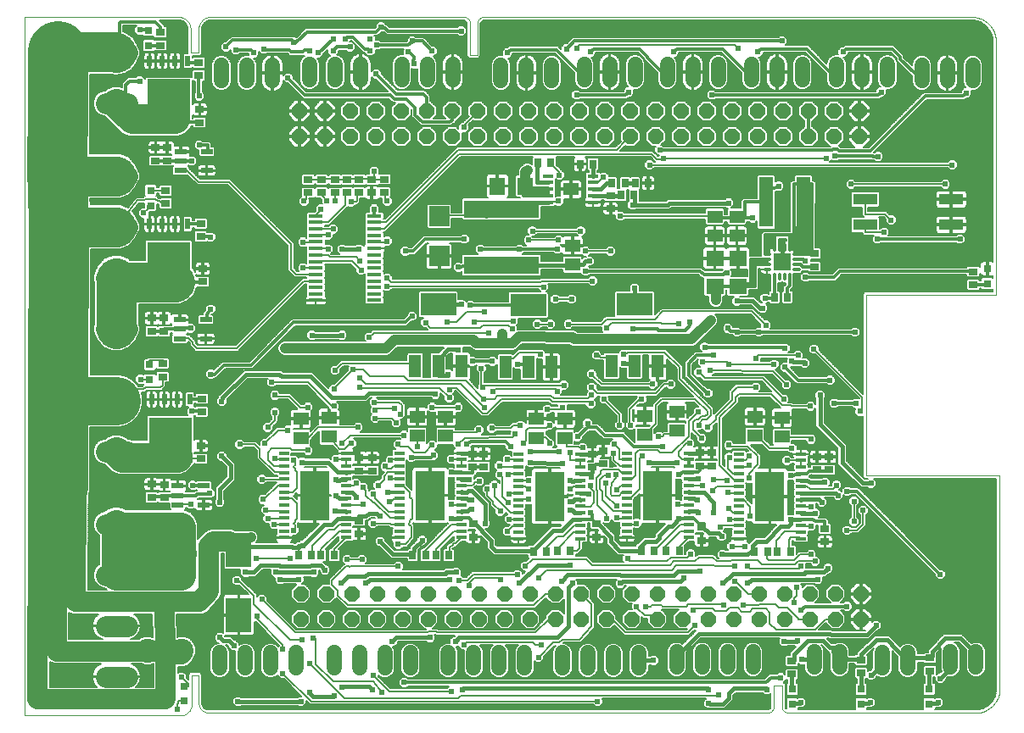
<source format=gtl>
G75*
G70*
%OFA0B0*%
%FSLAX24Y24*%
%IPPOS*%
%LPD*%
%AMOC8*
5,1,8,0,0,1.08239X$1,22.5*
%
%ADD10C,0.0000*%
%ADD11OC8,0.0600*%
%ADD12R,0.0394X0.0138*%
%ADD13R,0.1181X0.1969*%
%ADD14R,0.0276X0.0354*%
%ADD15R,0.0591X0.0512*%
%ADD16R,0.0315X0.0315*%
%ADD17R,0.0480X0.0880*%
%ADD18R,0.1417X0.0866*%
%ADD19R,0.0354X0.0276*%
%ADD20R,0.0580X0.0140*%
%ADD21C,0.0600*%
%ADD22C,0.0825*%
%ADD23R,0.0961X0.0445*%
%ADD24R,0.0984X0.1378*%
%ADD25R,0.0472X0.0217*%
%ADD26R,0.0197X0.0433*%
%ADD27R,0.1693X0.1417*%
%ADD28C,0.0118*%
%ADD29R,0.0709X0.0709*%
%ADD30R,0.0709X0.0630*%
%ADD31R,0.0551X0.1969*%
%ADD32R,0.0433X0.0157*%
%ADD33R,0.0630X0.0709*%
%ADD34R,0.0787X0.0787*%
%ADD35R,0.2953X0.0709*%
%ADD36C,0.0945*%
%ADD37C,0.0060*%
%ADD38C,0.0240*%
%ADD39C,0.0157*%
%ADD40C,0.0160*%
%ADD41C,0.0394*%
%ADD42C,0.0787*%
%ADD43C,0.2362*%
%ADD44C,0.1890*%
%ADD45C,0.1969*%
%ADD46C,0.1575*%
%ADD47C,0.1181*%
D10*
X000474Y003346D02*
X006615Y003346D01*
X006616Y003346D02*
X006657Y003350D01*
X006699Y003358D01*
X006739Y003369D01*
X006778Y003384D01*
X006815Y003403D01*
X006851Y003425D01*
X006884Y003450D01*
X006915Y003478D01*
X006944Y003509D01*
X006969Y003542D01*
X006991Y003577D01*
X007010Y003615D01*
X007025Y003654D01*
X007037Y003694D01*
X007044Y003735D01*
X007048Y003777D01*
X007049Y003819D01*
X007049Y004921D01*
X007324Y004921D01*
X007324Y003858D01*
X007323Y003821D01*
X007327Y003784D01*
X007334Y003748D01*
X007344Y003713D01*
X007358Y003679D01*
X007376Y003646D01*
X007396Y003616D01*
X007419Y003587D01*
X007445Y003561D01*
X007474Y003538D01*
X007504Y003517D01*
X007536Y003500D01*
X007570Y003485D01*
X007606Y003475D01*
X007642Y003467D01*
X007678Y003464D01*
X029686Y003464D01*
X029714Y003466D01*
X029742Y003471D01*
X029770Y003479D01*
X029796Y003491D01*
X029820Y003506D01*
X029842Y003523D01*
X029863Y003544D01*
X029880Y003566D01*
X029895Y003590D01*
X029907Y003616D01*
X029915Y003644D01*
X029920Y003672D01*
X029922Y003700D01*
X029923Y003700D02*
X029923Y004527D01*
X030237Y004527D01*
X030237Y003700D01*
X030238Y003700D02*
X030240Y003672D01*
X030245Y003644D01*
X030253Y003616D01*
X030265Y003590D01*
X030280Y003566D01*
X030297Y003544D01*
X030318Y003523D01*
X030340Y003506D01*
X030364Y003491D01*
X030390Y003479D01*
X030418Y003471D01*
X030446Y003466D01*
X030474Y003464D01*
X037993Y003464D01*
X037994Y003464D02*
X038052Y003475D01*
X038109Y003489D01*
X038165Y003506D01*
X038219Y003528D01*
X038273Y003552D01*
X038325Y003580D01*
X038374Y003611D01*
X038422Y003645D01*
X038468Y003682D01*
X038511Y003722D01*
X038552Y003764D01*
X038589Y003809D01*
X038624Y003856D01*
X038656Y003906D01*
X038685Y003957D01*
X038711Y004010D01*
X038733Y004064D01*
X038751Y004120D01*
X038767Y004177D01*
X038778Y004234D01*
X038786Y004292D01*
X038790Y004351D01*
X038791Y004410D01*
X038788Y004468D01*
X038781Y004527D01*
X038781Y012795D01*
X033545Y012795D01*
X033545Y019882D01*
X038663Y019882D01*
X038643Y029882D01*
X038640Y029942D01*
X038633Y030002D01*
X038622Y030062D01*
X038608Y030121D01*
X038589Y030179D01*
X038568Y030235D01*
X038543Y030291D01*
X038514Y030344D01*
X038482Y030396D01*
X038447Y030445D01*
X038409Y030492D01*
X038368Y030537D01*
X038324Y030579D01*
X038278Y030618D01*
X038229Y030654D01*
X038178Y030687D01*
X038126Y030717D01*
X038071Y030743D01*
X038015Y030766D01*
X037957Y030786D01*
X037899Y030801D01*
X037839Y030813D01*
X037779Y030822D01*
X037719Y030826D01*
X037658Y030827D01*
X037659Y030826D02*
X018545Y030826D01*
X018545Y030827D02*
X018514Y030825D01*
X018484Y030820D01*
X018454Y030812D01*
X018425Y030800D01*
X018398Y030785D01*
X018373Y030767D01*
X018350Y030746D01*
X018329Y030723D01*
X018311Y030698D01*
X018296Y030671D01*
X018284Y030642D01*
X018276Y030612D01*
X018271Y030582D01*
X018269Y030551D01*
X018269Y029330D01*
X017993Y029330D01*
X017993Y030551D01*
X017994Y030551D02*
X017992Y030582D01*
X017987Y030612D01*
X017979Y030642D01*
X017967Y030671D01*
X017952Y030698D01*
X017934Y030723D01*
X017913Y030746D01*
X017890Y030767D01*
X017865Y030785D01*
X017838Y030800D01*
X017809Y030812D01*
X017779Y030820D01*
X017749Y030825D01*
X017718Y030827D01*
X017718Y030826D02*
X007797Y030826D01*
X007756Y030824D01*
X007715Y030819D01*
X007675Y030810D01*
X007636Y030798D01*
X007598Y030782D01*
X007561Y030763D01*
X007526Y030741D01*
X007494Y030716D01*
X007463Y030688D01*
X007435Y030657D01*
X007410Y030625D01*
X007388Y030590D01*
X007369Y030553D01*
X007353Y030515D01*
X007341Y030476D01*
X007332Y030436D01*
X007327Y030395D01*
X007325Y030354D01*
X007324Y030354D02*
X007324Y029409D01*
X007009Y029409D01*
X007009Y030354D01*
X007010Y030354D02*
X007006Y030397D01*
X006999Y030439D01*
X006988Y030481D01*
X006973Y030521D01*
X006955Y030560D01*
X006934Y030597D01*
X006909Y030633D01*
X006882Y030666D01*
X006851Y030696D01*
X006819Y030724D01*
X006783Y030749D01*
X006746Y030770D01*
X006707Y030789D01*
X006667Y030804D01*
X006625Y030815D01*
X006583Y030823D01*
X006540Y030826D01*
X006497Y030827D01*
X006497Y030826D02*
X000474Y030826D01*
X000474Y003346D01*
D11*
X011340Y007137D03*
X012340Y007137D03*
X013340Y007137D03*
X014340Y007137D03*
X015340Y007137D03*
X016340Y007137D03*
X017340Y007137D03*
X018340Y007137D03*
X019340Y007137D03*
X020340Y007137D03*
X021340Y007137D03*
X022340Y007137D03*
X023340Y007137D03*
X024340Y007137D03*
X025340Y007137D03*
X026340Y007137D03*
X027340Y007137D03*
X028340Y007137D03*
X029340Y007137D03*
X030340Y007137D03*
X031340Y007137D03*
X032340Y007137D03*
X033340Y007137D03*
X033340Y008137D03*
X032340Y008137D03*
X031340Y008137D03*
X030340Y008137D03*
X029340Y008137D03*
X028340Y008137D03*
X027340Y008137D03*
X026340Y008137D03*
X025340Y008137D03*
X024340Y008137D03*
X023340Y008137D03*
X022340Y008137D03*
X021340Y008137D03*
X020340Y008137D03*
X019340Y008137D03*
X018340Y008137D03*
X017340Y008137D03*
X016340Y008137D03*
X015340Y008137D03*
X014340Y008137D03*
X013340Y008137D03*
X012340Y008137D03*
X011340Y008137D03*
X011277Y026130D03*
X012277Y026130D03*
X013277Y026130D03*
X013277Y027130D03*
X012277Y027130D03*
X011277Y027130D03*
X014277Y027130D03*
X015277Y027130D03*
X016277Y027130D03*
X017277Y027130D03*
X018277Y027130D03*
X019277Y027130D03*
X020277Y027130D03*
X021277Y027130D03*
X022277Y027130D03*
X023277Y027130D03*
X024277Y027130D03*
X025277Y027130D03*
X026277Y027130D03*
X027277Y027130D03*
X028277Y027130D03*
X029277Y027130D03*
X030277Y027130D03*
X031277Y027130D03*
X032277Y027130D03*
X033277Y027130D03*
X033277Y026130D03*
X032277Y026130D03*
X031277Y026130D03*
X030277Y026130D03*
X029277Y026130D03*
X028277Y026130D03*
X027277Y026130D03*
X026277Y026130D03*
X025277Y026130D03*
X024277Y026130D03*
X023277Y026130D03*
X022277Y026130D03*
X021277Y026130D03*
X020277Y026130D03*
X019277Y026130D03*
X018277Y026130D03*
X017277Y026130D03*
X016277Y026130D03*
X015277Y026130D03*
X014277Y026130D03*
D12*
X015203Y013671D03*
X015203Y013415D03*
X015203Y013159D03*
X015203Y012903D03*
X015203Y012647D03*
X015203Y012391D03*
X015203Y012136D03*
X015203Y011880D03*
X015203Y011624D03*
X015203Y011368D03*
X015203Y011112D03*
X015203Y010856D03*
X015203Y010600D03*
X015203Y010344D03*
X013107Y010344D03*
X013107Y010600D03*
X013107Y010856D03*
X013107Y011112D03*
X013107Y011368D03*
X013107Y011624D03*
X013107Y011880D03*
X013107Y012136D03*
X013107Y012391D03*
X013107Y012647D03*
X013107Y012903D03*
X013107Y013159D03*
X013107Y013415D03*
X013107Y013671D03*
X010675Y013671D03*
X010675Y013415D03*
X010675Y013159D03*
X010675Y012903D03*
X010675Y012647D03*
X010675Y012391D03*
X010675Y012136D03*
X010675Y011880D03*
X010675Y011624D03*
X010675Y011368D03*
X010675Y011112D03*
X010675Y010856D03*
X010675Y010600D03*
X010675Y010344D03*
X017634Y010344D03*
X017634Y010600D03*
X017634Y010856D03*
X017634Y011112D03*
X017634Y011368D03*
X017634Y011624D03*
X017634Y011880D03*
X017634Y012136D03*
X017634Y012391D03*
X017634Y012647D03*
X017634Y012903D03*
X017634Y013159D03*
X017634Y013415D03*
X017634Y013671D03*
X019888Y013632D03*
X019888Y013376D03*
X019888Y013120D03*
X019888Y012864D03*
X019888Y012608D03*
X019888Y012352D03*
X019888Y012096D03*
X019888Y011840D03*
X019888Y011584D03*
X019888Y011328D03*
X019888Y011073D03*
X019888Y010817D03*
X019888Y010561D03*
X019888Y010305D03*
X022319Y010305D03*
X022319Y010561D03*
X022319Y010817D03*
X022319Y011073D03*
X022319Y011328D03*
X022319Y011584D03*
X022319Y011840D03*
X022319Y012096D03*
X022319Y012352D03*
X022319Y012608D03*
X022319Y012864D03*
X022319Y013120D03*
X022319Y013376D03*
X022319Y013632D03*
X024140Y013671D03*
X024140Y013415D03*
X024140Y013159D03*
X024140Y012903D03*
X024140Y012647D03*
X024140Y012391D03*
X024140Y012136D03*
X024140Y011880D03*
X024140Y011624D03*
X024140Y011368D03*
X024140Y011112D03*
X024140Y010856D03*
X024140Y010600D03*
X024140Y010344D03*
X026571Y010344D03*
X026571Y010600D03*
X026571Y010856D03*
X026571Y011112D03*
X026571Y011368D03*
X026571Y011624D03*
X026571Y011880D03*
X026571Y012136D03*
X026571Y012391D03*
X026571Y012647D03*
X026571Y012903D03*
X026571Y013159D03*
X026571Y013415D03*
X026571Y013671D03*
X028549Y013632D03*
X028549Y013376D03*
X028549Y013120D03*
X028549Y012864D03*
X028549Y012608D03*
X028549Y012352D03*
X028549Y012096D03*
X028549Y011840D03*
X028549Y011584D03*
X028549Y011328D03*
X028549Y011073D03*
X028549Y010817D03*
X028549Y010561D03*
X028549Y010305D03*
X030981Y010305D03*
X030981Y010561D03*
X030981Y010817D03*
X030981Y011073D03*
X030981Y011328D03*
X030981Y011584D03*
X030981Y011840D03*
X030981Y012096D03*
X030981Y012352D03*
X030981Y012608D03*
X030981Y012864D03*
X030981Y013120D03*
X030981Y013376D03*
X030981Y013632D03*
D13*
X029765Y011968D03*
X025356Y012008D03*
X021104Y011968D03*
X016419Y012008D03*
X011891Y012008D03*
D14*
X011753Y009645D03*
X012127Y009645D03*
X012639Y009645D03*
X011241Y009645D03*
X015730Y009645D03*
X016241Y009645D03*
X016635Y009645D03*
X017147Y009645D03*
X020474Y009803D03*
X020986Y009803D03*
X021419Y009823D03*
X021930Y009823D03*
X024706Y009842D03*
X025218Y009842D03*
X025690Y009842D03*
X026202Y009842D03*
X029155Y009803D03*
X029667Y009803D03*
X030060Y009803D03*
X030572Y009803D03*
X030454Y019803D03*
X029942Y019803D03*
X024430Y023819D03*
X023919Y023819D03*
X024076Y024291D03*
X024470Y024291D03*
X024982Y024291D03*
X023564Y024291D03*
X022816Y025039D03*
X022304Y025039D03*
X021163Y025078D03*
X020651Y025078D03*
D15*
X021954Y024047D03*
X022009Y021830D03*
X022009Y021082D03*
X027600Y022224D03*
X027600Y022972D03*
X028466Y022972D03*
X028466Y022224D03*
X029174Y015098D03*
X029174Y014350D03*
X030237Y014311D03*
X030237Y015059D03*
X026104Y015295D03*
X026104Y014547D03*
X024844Y014389D03*
X024844Y015137D03*
X021714Y015019D03*
X021714Y014271D03*
X020592Y014271D03*
X020592Y015019D03*
X017029Y015098D03*
X017029Y014350D03*
X015907Y014350D03*
X015907Y015098D03*
X012442Y015059D03*
X011340Y015019D03*
X011340Y014271D03*
X012442Y014311D03*
D16*
X005395Y016555D03*
X005395Y017145D03*
X005434Y023405D03*
X005434Y023996D03*
X005356Y029704D03*
X005356Y030295D03*
X006753Y004508D03*
X006753Y003917D03*
X030651Y003799D03*
X030651Y004389D03*
X033348Y004389D03*
X033348Y003799D03*
X036025Y003799D03*
X036025Y004389D03*
X038308Y020334D03*
X038308Y020925D03*
D17*
X025360Y017087D03*
X024450Y017087D03*
X023540Y017087D03*
X021187Y017047D03*
X020277Y017047D03*
X019367Y017047D03*
X017643Y017087D03*
X016734Y017087D03*
X015824Y017087D03*
D18*
X016734Y019527D03*
X020277Y019487D03*
X024450Y019527D03*
D19*
X023505Y023287D03*
X023505Y023799D03*
X031517Y021515D03*
X031517Y021004D03*
X037757Y020807D03*
X037757Y020295D03*
X032088Y013523D03*
X031615Y013523D03*
X031615Y013011D03*
X032088Y013011D03*
X031930Y010689D03*
X031930Y010177D03*
X027482Y013169D03*
X027029Y013169D03*
X027029Y013681D03*
X027482Y013681D03*
X027088Y010748D03*
X027088Y010236D03*
X023210Y013248D03*
X022797Y013110D03*
X022797Y013622D03*
X023210Y013760D03*
X022954Y010886D03*
X022954Y010374D03*
X018525Y013130D03*
X018092Y013130D03*
X018092Y013641D03*
X018525Y013641D03*
X018111Y010886D03*
X018111Y010374D03*
X014135Y012972D03*
X013623Y012972D03*
X013623Y013484D03*
X014135Y013484D03*
X013623Y011004D03*
X013623Y010492D03*
X007403Y013445D03*
X007403Y013956D03*
X007442Y015295D03*
X007442Y015807D03*
X005907Y016673D03*
X005907Y017185D03*
X005958Y018464D03*
X005474Y018464D03*
X005474Y018976D03*
X005958Y018976D03*
X007482Y020413D03*
X007482Y020925D03*
X007403Y022185D03*
X007403Y022697D03*
X006025Y023484D03*
X006025Y023996D03*
X006072Y025173D03*
X005631Y025173D03*
X005631Y025685D03*
X006072Y025685D03*
X007363Y026673D03*
X007363Y027185D03*
X007324Y028523D03*
X007324Y029035D03*
X005828Y029704D03*
X005828Y030216D03*
X011619Y024425D03*
X011619Y023913D03*
X012151Y023917D03*
X012151Y024429D03*
X012682Y024425D03*
X013151Y024429D03*
X013623Y024429D03*
X014127Y024421D03*
X014604Y024441D03*
X014604Y023929D03*
X014127Y023909D03*
X013623Y023917D03*
X013151Y023917D03*
X012682Y023913D03*
X005966Y012441D03*
X005470Y012445D03*
X005470Y011933D03*
X005966Y011929D03*
X030631Y005492D03*
X030631Y004980D03*
X033348Y005019D03*
X033348Y005531D03*
X036064Y005610D03*
X036064Y005098D03*
D20*
X014222Y019678D03*
X014222Y019928D03*
X014222Y020188D03*
X014222Y020438D03*
X014222Y020698D03*
X014222Y020958D03*
X014222Y021208D03*
X014222Y021468D03*
X014222Y021718D03*
X014222Y021978D03*
X014222Y022238D03*
X014222Y022488D03*
X014222Y022748D03*
X014222Y022998D03*
X011922Y022998D03*
X011922Y022748D03*
X011922Y022488D03*
X011922Y022238D03*
X011922Y021978D03*
X011922Y021718D03*
X011922Y021468D03*
X011922Y021208D03*
X011922Y020958D03*
X011922Y020698D03*
X011922Y020438D03*
X011922Y020188D03*
X011922Y019928D03*
X011922Y019678D03*
D21*
X010214Y028322D02*
X010214Y028922D01*
X009214Y028922D02*
X009214Y028322D01*
X008214Y028322D02*
X008214Y028922D01*
X011678Y028961D02*
X011678Y028361D01*
X012678Y028361D02*
X012678Y028961D01*
X013678Y028961D02*
X013678Y028361D01*
X015300Y028361D02*
X015300Y028961D01*
X016300Y028961D02*
X016300Y028361D01*
X017300Y028361D02*
X017300Y028961D01*
X019198Y028922D02*
X019198Y028322D01*
X020198Y028322D02*
X020198Y028922D01*
X021198Y028922D02*
X021198Y028322D01*
X022466Y028361D02*
X022466Y028961D01*
X023466Y028961D02*
X023466Y028361D01*
X024466Y028361D02*
X024466Y028961D01*
X025734Y028961D02*
X025734Y028361D01*
X026734Y028361D02*
X026734Y028961D01*
X027734Y028961D02*
X027734Y028361D01*
X029041Y028361D02*
X029041Y028961D01*
X030041Y028961D02*
X030041Y028361D01*
X031041Y028361D02*
X031041Y028961D01*
X032387Y028961D02*
X032387Y028361D01*
X033387Y028361D02*
X033387Y028961D01*
X034387Y028961D02*
X034387Y028361D01*
X035734Y028322D02*
X035734Y028922D01*
X036734Y028922D02*
X036734Y028322D01*
X037734Y028322D02*
X037734Y028922D01*
X037863Y005851D02*
X037863Y005251D01*
X036863Y005251D02*
X036863Y005851D01*
X035186Y005811D02*
X035186Y005211D01*
X034186Y005211D02*
X034186Y005811D01*
X032509Y005851D02*
X032509Y005251D01*
X031509Y005251D02*
X031509Y005851D01*
X029100Y005851D02*
X029100Y005251D01*
X028100Y005251D02*
X028100Y005851D01*
X027100Y005851D02*
X027100Y005251D01*
X026100Y005251D02*
X026100Y005851D01*
X024611Y005811D02*
X024611Y005211D01*
X023611Y005211D02*
X023611Y005811D01*
X022611Y005811D02*
X022611Y005211D01*
X021611Y005211D02*
X021611Y005811D01*
X020123Y005811D02*
X020123Y005211D01*
X019123Y005211D02*
X019123Y005811D01*
X018123Y005811D02*
X018123Y005211D01*
X017123Y005211D02*
X017123Y005811D01*
X015635Y005811D02*
X015635Y005211D01*
X014635Y005211D02*
X014635Y005811D01*
X013635Y005811D02*
X013635Y005211D01*
X012635Y005211D02*
X012635Y005811D01*
X011147Y005811D02*
X011147Y005211D01*
X010147Y005211D02*
X010147Y005811D01*
X009147Y005811D02*
X009147Y005211D01*
X008147Y005211D02*
X008147Y005811D01*
D22*
X004500Y004874D02*
X003675Y004874D01*
X003675Y006874D02*
X004500Y006874D01*
X004500Y008874D02*
X003675Y008874D01*
X003675Y010874D02*
X004500Y010874D01*
X004500Y013724D02*
X003675Y013724D01*
X003675Y015724D02*
X004500Y015724D01*
X004500Y018574D02*
X003675Y018574D01*
X003675Y020574D02*
X004500Y020574D01*
X004500Y022574D02*
X003675Y022574D01*
X003675Y024574D02*
X004500Y024574D01*
X004500Y027425D02*
X003675Y027425D01*
X003675Y029425D02*
X004500Y029425D01*
D23*
X033505Y023649D03*
X033505Y022649D03*
X036891Y022649D03*
X036891Y023649D03*
D24*
X008899Y009862D03*
X008899Y007303D03*
D25*
X007521Y011634D03*
X007521Y012382D03*
X006497Y012382D03*
X006497Y012008D03*
X006497Y011634D03*
X006576Y018169D03*
X006576Y018543D03*
X006576Y018917D03*
X007600Y018917D03*
X007600Y018169D03*
X007639Y024783D03*
X007639Y025531D03*
X006615Y025531D03*
X006615Y025157D03*
X006615Y024783D03*
D26*
X006393Y026811D03*
X005893Y026811D03*
X005393Y026811D03*
X006893Y026811D03*
X006893Y029094D03*
X006393Y029094D03*
X005893Y029094D03*
X005393Y029094D03*
X005393Y022677D03*
X005893Y022677D03*
X006393Y022677D03*
X006893Y022677D03*
X006893Y020393D03*
X006393Y020393D03*
X005893Y020393D03*
X005393Y020393D03*
X005472Y015787D03*
X005972Y015787D03*
X006472Y015787D03*
X006972Y015787D03*
X006972Y013504D03*
X006472Y013504D03*
X005972Y013504D03*
X005472Y013504D03*
D27*
X006222Y014370D03*
X006143Y021260D03*
X006143Y027677D03*
D28*
X006393Y026811D02*
X006893Y026811D01*
X006893Y026695D01*
X006891Y026693D01*
X007363Y026693D01*
X007363Y026673D01*
X007344Y025787D02*
X007678Y025787D01*
X007678Y025551D01*
X007639Y025531D01*
X007049Y025157D02*
X006615Y025157D01*
X006072Y025157D01*
X006072Y025173D01*
X005631Y025173D01*
X004450Y027425D02*
X004088Y027425D01*
X004450Y027425D02*
X004450Y028149D01*
X004608Y028307D01*
X005001Y028307D01*
X005356Y029704D02*
X005828Y029704D01*
X005828Y030197D02*
X005828Y030216D01*
X005828Y030197D02*
X005789Y030236D01*
X005828Y030275D01*
X005828Y030433D01*
X005631Y030630D01*
X004253Y030630D01*
X004214Y030590D01*
X004214Y029551D01*
X004088Y029425D01*
X005001Y030315D02*
X005356Y030315D01*
X005356Y030295D01*
X006893Y029094D02*
X006952Y029035D01*
X007324Y029035D01*
X007324Y028523D02*
X007324Y028110D01*
X007324Y027716D02*
X007324Y028523D01*
X007344Y027716D02*
X007324Y027716D01*
X008387Y029645D02*
X008663Y029921D01*
X010986Y029921D01*
X011064Y029842D01*
X011143Y029842D01*
X011182Y029882D01*
X011222Y029882D01*
X011576Y030236D01*
X014293Y030236D01*
X014489Y030433D01*
X014568Y030433D01*
X014608Y030393D01*
X014647Y030393D01*
X014765Y030275D01*
X017639Y030275D01*
X016497Y029488D02*
X016104Y029882D01*
X015710Y029882D01*
X015710Y029842D01*
X015671Y029842D01*
X015552Y029724D01*
X014332Y029724D01*
X014056Y029488D02*
X013978Y029567D01*
X013860Y029567D01*
X013387Y030039D01*
X013151Y030039D01*
X013072Y029960D01*
X013269Y029645D02*
X012757Y029645D01*
X012600Y029488D01*
X012600Y029960D02*
X012049Y029409D01*
X012009Y029409D01*
X011694Y029488D02*
X011655Y029527D01*
X011497Y029527D01*
X011419Y029449D01*
X010946Y029449D01*
X010867Y029527D01*
X009923Y029527D01*
X009883Y029567D01*
X009489Y029409D02*
X009371Y029527D01*
X008781Y029527D01*
X010828Y028425D02*
X011497Y027756D01*
X014844Y027756D01*
X015001Y027598D01*
X015474Y027598D01*
X015828Y027244D01*
X015828Y026968D01*
X016104Y026693D01*
X017167Y026693D01*
X017277Y026763D01*
X017277Y027130D01*
X016277Y027130D02*
X016277Y027661D01*
X016143Y027795D01*
X015080Y027795D01*
X014293Y028582D01*
X015749Y029015D02*
X015749Y029134D01*
X015789Y029173D01*
X015789Y029252D01*
X015592Y029449D01*
X015552Y029449D01*
X015749Y029015D02*
X015789Y028976D01*
X019450Y029409D02*
X019568Y029527D01*
X021379Y029527D01*
X022245Y028661D01*
X022466Y028661D01*
X022167Y027756D02*
X024096Y027756D01*
X024214Y027874D01*
X025513Y028661D02*
X024962Y029212D01*
X024962Y029252D01*
X024647Y029567D01*
X022836Y029567D01*
X022718Y029449D01*
X022088Y029882D02*
X021773Y029567D01*
X022088Y029882D02*
X030237Y029882D01*
X029411Y029567D02*
X029293Y029449D01*
X029411Y029567D02*
X031222Y029567D01*
X032127Y028661D01*
X032387Y028661D01*
X032639Y029449D02*
X032757Y029567D01*
X034568Y029567D01*
X034883Y029252D01*
X034883Y029173D01*
X035434Y028622D01*
X035734Y028622D01*
X035867Y027716D02*
X037363Y027716D01*
X037482Y027834D01*
X035867Y027716D02*
X033702Y025551D01*
X032482Y025551D01*
X032403Y025630D01*
X032245Y025630D01*
X032206Y025590D01*
X025434Y025590D01*
X027482Y027756D02*
X034017Y027756D01*
X034135Y027874D01*
X033800Y025354D02*
X032324Y025354D01*
X031277Y026130D02*
X031277Y027130D01*
X029041Y028661D02*
X028820Y028661D01*
X027915Y029567D01*
X026104Y029567D01*
X025986Y029449D01*
X025734Y028661D02*
X025513Y028661D01*
X029686Y024055D02*
X029647Y024015D01*
X029647Y023582D01*
X029627Y023543D01*
X028781Y023543D01*
X028781Y022913D01*
X029096Y022913D01*
X028781Y022913D02*
X028741Y022913D01*
X028466Y022972D01*
X028741Y022913D02*
X027915Y022913D01*
X027600Y022972D01*
X029568Y022244D02*
X029962Y022244D01*
X030552Y022244D01*
X030552Y021693D01*
X030749Y021693D01*
X030749Y021535D01*
X031340Y021535D01*
X031340Y022519D01*
X030789Y022519D01*
X030789Y022204D01*
X030671Y022204D01*
X030671Y021850D01*
X030789Y021850D01*
X030789Y022165D01*
X030867Y022165D01*
X030867Y022441D01*
X031261Y022441D01*
X031261Y021653D01*
X030907Y021653D01*
X030907Y022323D01*
X031182Y022323D01*
X031182Y021771D01*
X030986Y021771D01*
X030986Y022244D01*
X031104Y022244D01*
X031104Y021850D01*
X030818Y021761D02*
X030818Y021476D01*
X030730Y021476D02*
X030906Y021476D01*
X030818Y021476D02*
X031409Y021496D01*
X031409Y021535D01*
X031419Y021525D01*
X031517Y021515D01*
X031409Y021535D02*
X031418Y024094D01*
X031418Y023543D01*
X031084Y023543D01*
X031418Y024094D02*
X031419Y024252D01*
X030710Y024252D01*
X030710Y022244D01*
X030552Y022244D01*
X030316Y021968D02*
X030316Y021771D01*
X030237Y021771D01*
X030237Y021968D01*
X030316Y021968D01*
X030237Y021968D02*
X030159Y021968D01*
X030159Y021761D01*
X030139Y021761D01*
X030139Y021673D02*
X030139Y021849D01*
X030237Y021771D02*
X030237Y021732D01*
X030336Y021673D02*
X030336Y021849D01*
X030533Y021849D02*
X030533Y021673D01*
X030533Y021761D02*
X030818Y021761D01*
X030730Y021279D02*
X030906Y021279D01*
X030818Y021279D02*
X031084Y021279D01*
X031163Y021240D01*
X030966Y021082D02*
X030818Y021082D01*
X030730Y021082D02*
X030906Y021082D01*
X030966Y021082D02*
X031064Y020984D01*
X031399Y020984D01*
X031517Y021004D01*
X031163Y020590D02*
X032285Y020590D01*
X032521Y020826D01*
X037757Y020826D01*
X037757Y020807D01*
X037757Y020295D02*
X038269Y020295D01*
X038308Y020334D01*
X037245Y022086D02*
X033978Y022086D01*
X030906Y020886D02*
X030730Y020886D01*
X030533Y020688D02*
X030533Y020512D01*
X030533Y020600D02*
X030533Y020256D01*
X030434Y020157D01*
X030434Y019823D01*
X030454Y019803D01*
X029942Y019803D02*
X029903Y019763D01*
X029568Y019763D01*
X029942Y019803D02*
X029942Y020600D01*
X029942Y020688D02*
X029942Y020512D01*
X030139Y020512D02*
X030139Y020688D01*
X030336Y020688D02*
X030336Y020512D01*
X029745Y020886D02*
X029569Y020886D01*
X029657Y021082D02*
X029657Y021279D01*
X029745Y021279D02*
X029569Y021279D01*
X029647Y021279D02*
X029647Y021181D01*
X029096Y021181D01*
X029096Y020275D01*
X029115Y020334D02*
X029174Y020236D01*
X028505Y020236D01*
X027600Y020236D01*
X027954Y020708D02*
X027167Y020708D01*
X027127Y020748D01*
X027088Y020748D01*
X027009Y020826D01*
X022521Y020826D01*
X021419Y021693D02*
X019923Y021693D01*
X018387Y021693D01*
X017757Y022086D02*
X016222Y022086D01*
X015749Y021614D01*
X015434Y021614D01*
X014214Y023031D02*
X014214Y023267D01*
X017521Y020984D02*
X017639Y020984D01*
X017678Y021023D01*
X017757Y021023D01*
X017797Y021063D01*
X019214Y021063D01*
X020277Y019488D02*
X017993Y019488D01*
X020277Y019488D02*
X020277Y019487D01*
X020159Y017165D02*
X019844Y017165D01*
X020159Y017165D02*
X020277Y017047D01*
X018860Y017283D02*
X018072Y017283D01*
X015710Y019055D02*
X015671Y019055D01*
X015434Y018819D01*
X011064Y018819D01*
X009371Y017126D01*
X008308Y017126D01*
X007954Y016771D01*
X007797Y016771D01*
X007442Y015807D02*
X007423Y015787D01*
X006972Y015787D01*
X007049Y015315D02*
X007442Y015315D01*
X007442Y015295D01*
X006972Y013504D02*
X006472Y013504D01*
X007088Y012401D02*
X007521Y012401D01*
X007521Y012382D01*
X007678Y012086D02*
X007639Y012047D01*
X007245Y012047D01*
X007206Y012008D01*
X006497Y012008D01*
X006104Y012008D01*
X005946Y011968D01*
X005470Y011968D01*
X005470Y011933D01*
X005946Y011968D02*
X005966Y011929D01*
X007678Y012086D02*
X007757Y012086D01*
X013107Y012903D02*
X013190Y012913D01*
X013584Y012913D01*
X013623Y012972D01*
X013623Y012913D01*
X014135Y012913D01*
X014135Y012972D01*
X013623Y013484D02*
X013515Y013671D01*
X013107Y013671D01*
X014844Y013415D02*
X014844Y013386D01*
X015159Y013976D02*
X015159Y014015D01*
X015671Y013504D02*
X016458Y013504D01*
X016537Y013582D01*
X017600Y012913D02*
X017634Y012903D01*
X018092Y012903D01*
X018092Y013130D01*
X018525Y013130D01*
X019371Y014114D02*
X019568Y013937D01*
X019371Y014114D02*
X018013Y014114D01*
X017836Y014015D01*
X020356Y013740D02*
X021497Y013740D01*
X022206Y014311D02*
X022600Y014685D01*
X022954Y014685D01*
X023269Y014370D01*
X023978Y014370D01*
X024411Y013937D01*
X025552Y013937D01*
X026571Y013415D02*
X026576Y013386D01*
X026576Y013189D01*
X026571Y013159D01*
X026576Y012913D02*
X026340Y012913D01*
X026222Y012834D01*
X026182Y012834D01*
X026571Y012903D02*
X026615Y012913D01*
X026950Y012913D01*
X027029Y012992D01*
X027029Y013169D01*
X027049Y013071D01*
X027088Y013110D01*
X027521Y013110D01*
X027521Y013130D01*
X027482Y013169D01*
X026615Y012913D02*
X026576Y012913D01*
X026571Y012903D01*
X026571Y011112D02*
X026537Y011102D01*
X026182Y011102D01*
X026571Y011112D02*
X026576Y011102D01*
X026773Y011102D01*
X026970Y010905D01*
X027167Y010905D01*
X027088Y010748D01*
X030592Y012795D02*
X030710Y012795D01*
X030749Y012834D01*
X030946Y012834D01*
X030981Y012864D01*
X030986Y012874D01*
X031222Y012874D01*
X031320Y012972D01*
X031615Y012972D01*
X031576Y012952D01*
X031615Y013011D01*
X031615Y012972D01*
X032088Y012972D01*
X032088Y013011D01*
X032797Y012165D02*
X033190Y012165D01*
X036458Y008897D01*
X032797Y007637D02*
X031143Y007637D01*
X030986Y007480D01*
X030198Y004842D02*
X029804Y004842D01*
X029608Y004645D01*
X015395Y004645D01*
X018111Y010886D02*
X017964Y011112D01*
X017634Y011112D01*
X017634Y011368D02*
X017639Y011378D01*
X017265Y011082D02*
X017245Y011102D01*
X015193Y012126D02*
X014765Y012126D01*
X013623Y011102D02*
X013623Y011004D01*
X013111Y011102D02*
X013107Y011112D01*
X022319Y011073D02*
X022324Y011063D01*
X022797Y011063D01*
X022797Y011260D01*
X022718Y011338D01*
X022797Y011063D02*
X022993Y010866D01*
X022954Y010886D01*
X022324Y012086D02*
X022319Y012096D01*
X022319Y012864D02*
X022324Y012874D01*
X022797Y012992D02*
X022797Y013110D01*
X022915Y013228D01*
X023210Y013248D01*
X023269Y013228D01*
X022600Y014685D02*
X022600Y014842D01*
X026576Y016732D02*
X026576Y017204D01*
X026891Y017519D01*
X027560Y017519D01*
X027206Y017834D02*
X030316Y017834D01*
X030356Y017795D01*
X029332Y018425D02*
X033111Y018425D01*
X032127Y016535D02*
X030867Y016535D01*
X030356Y017047D01*
X029332Y018425D02*
X028466Y018425D01*
X028426Y018464D01*
X028230Y018464D01*
X028111Y018582D01*
X026615Y018700D02*
X026438Y018504D01*
X025395Y018504D01*
X025356Y018543D01*
X024371Y018543D01*
X026615Y018700D02*
X026615Y018819D01*
X027954Y020708D02*
X027993Y020748D01*
X028072Y020748D01*
X028545Y020315D02*
X029017Y020315D01*
X029017Y021279D01*
X029657Y021279D01*
X029647Y021279D01*
X029657Y021082D02*
X029174Y021082D01*
X029174Y020236D01*
X029569Y021082D02*
X029745Y021082D01*
X029726Y021476D02*
X029726Y021771D01*
X029942Y021771D01*
X029942Y021761D01*
X029942Y021673D02*
X029942Y021849D01*
X029962Y021889D02*
X029962Y022165D01*
X029962Y022244D01*
X029962Y022165D02*
X029844Y022165D01*
X029844Y021850D01*
X029726Y021850D01*
X029726Y022165D01*
X029765Y022165D01*
X029726Y022165D02*
X029647Y022165D01*
X029647Y021574D01*
X029657Y021476D02*
X029568Y021476D01*
X029568Y022244D01*
X029569Y021476D02*
X029745Y021476D01*
X029726Y021476D02*
X029657Y021476D01*
X029686Y024055D02*
X029804Y024055D01*
X029844Y024094D01*
X029962Y024094D01*
X030001Y024134D01*
X030080Y024134D01*
X030119Y024173D01*
X033800Y025354D02*
X033820Y025334D01*
X034017Y025334D01*
X026576Y016732D02*
X027049Y016260D01*
X027324Y016023D01*
X032285Y015630D02*
X033151Y015630D01*
X031930Y010984D02*
X031537Y010984D01*
X031458Y011063D01*
X030986Y011063D01*
X030981Y011073D01*
X031930Y010984D02*
X031930Y010689D01*
X021045Y023779D02*
X020277Y023779D01*
X020277Y023996D01*
X020926Y023996D01*
X020926Y023838D01*
X020474Y023838D01*
X020474Y023937D01*
X020867Y023937D01*
X020867Y023917D01*
X021045Y023799D02*
X020080Y023799D01*
X020080Y024094D01*
X021045Y024094D01*
X021045Y023797D01*
X021045Y023799D01*
X021045Y023797D02*
X021045Y023779D01*
X021045Y023797D02*
X020237Y023797D01*
X020237Y024567D01*
X020159Y024567D01*
X020159Y024173D01*
X007797Y022165D02*
X007757Y022204D01*
X007403Y022204D01*
X007403Y022185D01*
X007403Y022677D02*
X006893Y022677D01*
X007403Y022677D02*
X007403Y022697D01*
X007482Y020413D02*
X007521Y020393D01*
X006893Y020393D01*
X006393Y020393D01*
X007797Y019330D02*
X007639Y019134D01*
X007639Y018937D01*
X007600Y018917D01*
X007009Y018582D02*
X006615Y018582D01*
X006576Y018543D01*
X005978Y018543D01*
X005958Y018464D01*
X005474Y018464D01*
D29*
X030237Y021181D03*
D30*
X028505Y021338D03*
X027600Y021338D03*
X027600Y020236D03*
X028505Y020236D03*
D31*
X029627Y023543D03*
X031084Y023543D03*
D32*
X022816Y023541D03*
X022816Y023797D03*
X022816Y024053D03*
X022816Y024309D03*
X022816Y024565D03*
X021045Y024565D03*
X021045Y024309D03*
X021045Y024053D03*
X021045Y023797D03*
X021045Y023541D03*
D33*
X020159Y024173D03*
X019056Y024173D03*
D34*
X016773Y022992D03*
X016773Y021417D03*
D35*
X019214Y021063D03*
X019214Y023267D03*
D36*
X006655Y009730D03*
X005316Y009730D03*
X005316Y005899D03*
X006655Y005899D03*
D37*
X007076Y006273D02*
X007998Y006273D01*
X007941Y006330D02*
X008064Y006207D01*
X008122Y006207D01*
X008128Y006201D01*
X008069Y006201D01*
X007926Y006142D01*
X007816Y006032D01*
X007757Y005889D01*
X007757Y005134D01*
X007816Y004991D01*
X007926Y004881D01*
X008069Y004821D01*
X008224Y004821D01*
X008368Y004881D01*
X008478Y004991D01*
X008537Y005134D01*
X008537Y005889D01*
X008478Y006032D01*
X008380Y006130D01*
X008435Y006130D01*
X008492Y006073D01*
X008492Y006015D01*
X008615Y005892D01*
X008758Y005892D01*
X008757Y005889D01*
X008757Y005134D01*
X008816Y004991D01*
X008926Y004881D01*
X009069Y004821D01*
X009224Y004821D01*
X009368Y004881D01*
X009478Y004991D01*
X009537Y005134D01*
X009537Y005889D01*
X009478Y006032D01*
X009368Y006142D01*
X009224Y006201D01*
X009069Y006201D01*
X008926Y006142D01*
X008912Y006128D01*
X008912Y006189D01*
X008789Y006312D01*
X008731Y006312D01*
X008674Y006369D01*
X008575Y006468D01*
X008361Y006468D01*
X008361Y006492D01*
X008390Y006484D01*
X008869Y006484D01*
X008869Y007273D01*
X008277Y007273D01*
X008277Y006597D01*
X008280Y006585D01*
X008238Y006627D01*
X008064Y006627D01*
X007941Y006504D01*
X007941Y006330D01*
X007941Y006332D02*
X007018Y006332D01*
X006973Y006376D02*
X006767Y006462D01*
X006543Y006462D01*
X006476Y006434D01*
X006459Y007331D01*
X007286Y007331D01*
X007305Y007325D01*
X007382Y007331D01*
X007460Y007331D01*
X007477Y007338D01*
X007496Y007340D01*
X007565Y007375D01*
X007637Y007405D01*
X007651Y007418D01*
X007668Y007427D01*
X007718Y007486D01*
X007774Y007541D01*
X007781Y007558D01*
X008073Y007899D01*
X008128Y007954D01*
X008135Y007972D01*
X008148Y007986D01*
X008172Y008060D01*
X008201Y008132D01*
X008201Y008151D01*
X008207Y008169D01*
X008201Y008246D01*
X008201Y009713D01*
X008317Y009713D01*
X008317Y009136D01*
X008369Y009083D01*
X008201Y009083D01*
X008201Y009025D02*
X008945Y009025D01*
X008945Y009063D02*
X008945Y008889D01*
X009068Y008766D01*
X009242Y008766D01*
X009282Y008806D01*
X009419Y008806D01*
X009560Y008806D01*
X009835Y009082D01*
X010164Y009082D01*
X010146Y009063D01*
X010146Y008889D01*
X010269Y008766D01*
X010303Y008766D01*
X010303Y008613D01*
X010426Y008490D01*
X010600Y008490D01*
X010640Y008530D01*
X011134Y008530D01*
X011158Y008507D01*
X010950Y008299D01*
X010950Y007976D01*
X011178Y007747D01*
X011501Y007747D01*
X011730Y007976D01*
X011730Y008299D01*
X011501Y008527D01*
X011385Y008527D01*
X011471Y008613D01*
X011471Y008787D01*
X011452Y008806D01*
X011725Y008806D01*
X011765Y008766D01*
X011939Y008766D01*
X012062Y008889D01*
X012062Y009057D01*
X012075Y009044D01*
X012075Y008987D01*
X012198Y008864D01*
X012372Y008864D01*
X012495Y008987D01*
X012495Y009161D01*
X012372Y009284D01*
X012315Y009284D01*
X012278Y009322D01*
X012221Y009378D01*
X012302Y009378D01*
X012355Y009431D01*
X012355Y009860D01*
X012315Y009900D01*
X012820Y010404D01*
X012820Y010238D01*
X012823Y010235D01*
X012589Y010002D01*
X012519Y009931D01*
X012519Y009912D01*
X012464Y009912D01*
X012411Y009860D01*
X012411Y009431D01*
X012464Y009378D01*
X012814Y009378D01*
X012867Y009431D01*
X012867Y009860D01*
X012827Y009900D01*
X013112Y010185D01*
X013341Y010185D01*
X013391Y010236D01*
X013396Y010233D01*
X013429Y010224D01*
X013593Y010224D01*
X013593Y010462D01*
X013653Y010462D01*
X013653Y010224D01*
X013818Y010224D01*
X013851Y010233D01*
X013880Y010250D01*
X013904Y010274D01*
X013922Y010304D01*
X013930Y010337D01*
X013930Y010462D01*
X013653Y010462D01*
X013653Y010522D01*
X013593Y010522D01*
X013593Y010760D01*
X013429Y010760D01*
X013396Y010751D01*
X013392Y010748D01*
X013393Y010750D01*
X013393Y010791D01*
X013409Y010776D01*
X013838Y010776D01*
X013890Y010829D01*
X013890Y011012D01*
X013969Y011012D01*
X014068Y011111D01*
X014087Y011130D01*
X014240Y011130D01*
X014240Y011115D01*
X014087Y011115D01*
X013964Y010992D01*
X013964Y010818D01*
X014087Y010695D01*
X014261Y010695D01*
X014351Y010785D01*
X014794Y010785D01*
X014843Y010736D01*
X014930Y010736D01*
X014938Y010728D01*
X014916Y010706D01*
X014916Y010507D01*
X014902Y010493D01*
X014885Y010463D01*
X014876Y010430D01*
X013930Y010430D01*
X013930Y010371D02*
X014328Y010371D01*
X014363Y010407D02*
X014240Y010284D01*
X014240Y010110D01*
X014363Y009986D01*
X014421Y009986D01*
X014793Y009615D01*
X014793Y009615D01*
X014892Y009516D01*
X015502Y009516D01*
X015502Y009431D01*
X015555Y009378D01*
X015905Y009378D01*
X015957Y009431D01*
X015957Y009851D01*
X016132Y010026D01*
X016191Y010026D01*
X016314Y010149D01*
X016314Y010323D01*
X016191Y010446D01*
X016017Y010446D01*
X015894Y010323D01*
X015894Y010264D01*
X015620Y009991D01*
X015620Y009919D01*
X015613Y009918D01*
X015609Y009912D01*
X015555Y009912D01*
X015502Y009860D01*
X015502Y009853D01*
X015032Y009853D01*
X014660Y010225D01*
X014660Y010284D01*
X014537Y010407D01*
X014363Y010407D01*
X014269Y010313D02*
X013924Y010313D01*
X013885Y010254D02*
X014240Y010254D01*
X014240Y010196D02*
X013351Y010196D01*
X013593Y010254D02*
X013653Y010254D01*
X013653Y010313D02*
X013593Y010313D01*
X013593Y010371D02*
X013653Y010371D01*
X013653Y010430D02*
X013593Y010430D01*
X013653Y010488D02*
X014900Y010488D01*
X014916Y010547D02*
X013930Y010547D01*
X013930Y010522D02*
X013930Y010647D01*
X013922Y010680D01*
X013904Y010709D01*
X013880Y010734D01*
X013851Y010751D01*
X013818Y010760D01*
X013653Y010760D01*
X013653Y010522D01*
X013930Y010522D01*
X013930Y010606D02*
X014916Y010606D01*
X014916Y010664D02*
X013926Y010664D01*
X013891Y010723D02*
X014060Y010723D01*
X014001Y010781D02*
X013843Y010781D01*
X013890Y010840D02*
X013964Y010840D01*
X013964Y010898D02*
X013890Y010898D01*
X013890Y010957D02*
X013964Y010957D01*
X013972Y011015D02*
X013988Y011015D01*
X014031Y011074D02*
X014046Y011074D01*
X014174Y010905D02*
X014844Y010905D01*
X014893Y010856D01*
X015203Y010856D01*
X015203Y011112D02*
X014834Y011112D01*
X014214Y011732D01*
X014174Y011732D01*
X013899Y012008D01*
X013899Y012204D01*
X013781Y012323D01*
X013921Y012479D02*
X014161Y012479D01*
X014161Y012488D02*
X014161Y012314D01*
X014219Y012257D01*
X014087Y012257D01*
X014019Y012188D01*
X014019Y012254D01*
X013991Y012282D01*
X013991Y012409D01*
X013868Y012533D01*
X013715Y012533D01*
X013715Y012567D01*
X013592Y012690D01*
X013418Y012690D01*
X013393Y012665D01*
X013393Y012753D01*
X013383Y012764D01*
X013389Y012764D01*
X013409Y012744D01*
X013838Y012744D01*
X013857Y012764D01*
X013901Y012764D01*
X013921Y012744D01*
X014350Y012744D01*
X014402Y012797D01*
X014402Y013147D01*
X014350Y013200D01*
X013921Y013200D01*
X013879Y013158D01*
X013838Y013200D01*
X013409Y013200D01*
X013393Y013184D01*
X013393Y013226D01*
X013396Y013225D01*
X013429Y013216D01*
X013593Y013216D01*
X013593Y013454D01*
X013653Y013454D01*
X013653Y013216D01*
X013818Y013216D01*
X013851Y013225D01*
X013879Y013242D01*
X013908Y013225D01*
X013941Y013216D01*
X014105Y013216D01*
X014105Y013454D01*
X013930Y013454D01*
X013653Y013454D01*
X013653Y013514D01*
X013593Y013514D01*
X013593Y013752D01*
X013433Y013752D01*
X013433Y013757D01*
X013425Y013790D01*
X013407Y013820D01*
X013383Y013844D01*
X013382Y013845D01*
X013415Y013845D01*
X013538Y013968D01*
X013538Y014142D01*
X013430Y014250D01*
X015218Y014250D01*
X015242Y014225D01*
X015072Y014225D01*
X014949Y014102D01*
X014949Y013928D01*
X015047Y013830D01*
X014969Y013830D01*
X014916Y013777D01*
X014916Y013596D01*
X014757Y013596D01*
X014634Y013472D01*
X014634Y013359D01*
X014560Y013359D01*
X014437Y013236D01*
X014437Y013062D01*
X014560Y012939D01*
X014622Y012939D01*
X014488Y012805D01*
X014488Y012706D01*
X014488Y012687D01*
X014412Y012611D01*
X014284Y012611D01*
X014161Y012488D01*
X014161Y012420D02*
X013980Y012420D01*
X013991Y012362D02*
X014161Y012362D01*
X014172Y012303D02*
X013991Y012303D01*
X014019Y012245D02*
X014075Y012245D01*
X014174Y012047D02*
X014253Y011968D01*
X014253Y011889D01*
X014775Y011368D01*
X015203Y011368D01*
X014814Y011368D01*
X014804Y011378D01*
X014804Y011771D02*
X014883Y011771D01*
X015001Y011889D01*
X015198Y011889D01*
X015203Y011880D01*
X015193Y012126D02*
X015203Y012136D01*
X015203Y012391D02*
X015237Y012401D01*
X015356Y012401D01*
X015631Y012126D01*
X015631Y011929D01*
X015710Y011850D01*
X015710Y011102D01*
X015631Y011023D01*
X015631Y010945D01*
X015592Y010905D01*
X015592Y010866D01*
X015671Y010787D01*
X015671Y010354D01*
X015474Y010118D01*
X015434Y010078D01*
X015159Y010078D01*
X014949Y010079D02*
X014807Y010079D01*
X014865Y010020D02*
X014949Y010020D01*
X014949Y009991D02*
X015072Y009868D01*
X015246Y009868D01*
X015336Y009958D01*
X015385Y009958D01*
X015484Y009958D01*
X015528Y010002D01*
X015534Y010003D01*
X015562Y010037D01*
X015594Y010068D01*
X015594Y010074D01*
X015759Y010273D01*
X015791Y010304D01*
X015791Y010311D01*
X015795Y010315D01*
X015791Y010359D01*
X015791Y010737D01*
X015791Y010837D01*
X015742Y010885D01*
X015751Y010895D01*
X015751Y010918D01*
X015778Y010902D01*
X015811Y010893D01*
X016389Y010893D01*
X016389Y011977D01*
X016448Y011977D01*
X016448Y010893D01*
X017026Y010893D01*
X017059Y010902D01*
X017089Y010919D01*
X017110Y010940D01*
X017130Y010920D01*
X016172Y009962D01*
X016122Y009912D01*
X016066Y009912D01*
X016014Y009860D01*
X016014Y009431D01*
X016066Y009378D01*
X016416Y009378D01*
X016438Y009400D01*
X016460Y009378D01*
X016810Y009378D01*
X016863Y009431D01*
X016863Y009860D01*
X016833Y009890D01*
X017347Y010404D01*
X017347Y010238D01*
X017348Y010238D01*
X017314Y010238D01*
X017235Y010159D01*
X017196Y010159D01*
X017117Y010080D01*
X017047Y010010D01*
X017047Y009912D01*
X016972Y009912D01*
X016919Y009860D01*
X016919Y009431D01*
X016972Y009378D01*
X017322Y009378D01*
X017375Y009431D01*
X017375Y009860D01*
X017322Y009912D01*
X017288Y009912D01*
X017295Y009919D01*
X017334Y009919D01*
X017405Y009989D01*
X017413Y009998D01*
X017453Y009998D01*
X017523Y010068D01*
X017640Y010185D01*
X017813Y010185D01*
X017830Y010156D01*
X017854Y010132D01*
X017884Y010115D01*
X017917Y010106D01*
X018082Y010106D01*
X018082Y010344D01*
X018141Y010344D01*
X018141Y010106D01*
X018306Y010106D01*
X018339Y010115D01*
X018368Y010132D01*
X018393Y010156D01*
X018410Y010186D01*
X018419Y010219D01*
X018419Y010344D01*
X018142Y010344D01*
X018142Y010404D01*
X018414Y010404D01*
X018651Y010166D01*
X018651Y010070D01*
X018651Y009930D01*
X018809Y009772D01*
X018908Y009673D01*
X020246Y009673D01*
X020246Y009588D01*
X020296Y009539D01*
X020199Y009442D01*
X020072Y009442D01*
X019949Y009319D01*
X019949Y009145D01*
X020072Y009022D01*
X020161Y009022D01*
X020054Y008915D01*
X020054Y008984D01*
X019931Y009107D01*
X019757Y009107D01*
X019667Y009017D01*
X018161Y009017D01*
X018062Y009017D01*
X017826Y008781D01*
X017737Y008781D01*
X017647Y008871D01*
X017634Y008871D01*
X017652Y008889D01*
X017652Y009063D01*
X017529Y009186D01*
X017355Y009186D01*
X017315Y009146D01*
X017119Y009146D01*
X016978Y009146D01*
X016939Y009107D01*
X015350Y009107D01*
X015369Y009125D01*
X015369Y009299D01*
X015246Y009422D01*
X015072Y009422D01*
X014982Y009332D01*
X013883Y009332D01*
X013951Y009401D01*
X013951Y009575D01*
X013828Y009698D01*
X013654Y009698D01*
X013564Y009608D01*
X013328Y009608D01*
X013238Y009698D01*
X013064Y009698D01*
X012941Y009575D01*
X012941Y009401D01*
X013036Y009306D01*
X012991Y009262D01*
X012440Y008711D01*
X012440Y008611D01*
X012440Y008527D01*
X012178Y008527D01*
X011950Y008299D01*
X011950Y007976D01*
X012178Y007747D01*
X012501Y007747D01*
X012726Y007972D01*
X012747Y007951D01*
X013070Y007627D01*
X013141Y007557D01*
X020440Y007557D01*
X020539Y007557D01*
X020954Y007972D01*
X021178Y007747D01*
X021501Y007747D01*
X021682Y007928D01*
X021682Y007347D01*
X021501Y007527D01*
X021178Y007527D01*
X020950Y007299D01*
X020950Y007181D01*
X020503Y006734D01*
X016744Y006734D01*
X016704Y006773D01*
X016605Y006773D01*
X016527Y006773D01*
X016730Y006976D01*
X016730Y007299D01*
X016501Y007527D01*
X016178Y007527D01*
X015950Y007299D01*
X015950Y006976D01*
X015730Y006976D01*
X015501Y006747D01*
X015178Y006747D01*
X014950Y006976D01*
X014730Y006976D01*
X014501Y006747D01*
X014178Y006747D01*
X013950Y006976D01*
X013730Y006976D01*
X013501Y006747D01*
X013178Y006747D01*
X012950Y006976D01*
X012730Y006976D01*
X012501Y006747D01*
X012178Y006747D01*
X011950Y006976D01*
X011730Y006976D01*
X011501Y006747D01*
X011178Y006747D01*
X010950Y006976D01*
X010911Y006976D01*
X010950Y006976D02*
X010950Y007299D01*
X011178Y007527D01*
X011501Y007527D01*
X011730Y007299D01*
X011730Y006976D01*
X011730Y007034D02*
X011950Y007034D01*
X011950Y006976D02*
X011950Y007299D01*
X012178Y007527D01*
X012501Y007527D01*
X012730Y007299D01*
X012730Y006976D01*
X012730Y007034D02*
X012950Y007034D01*
X012950Y006976D02*
X012950Y007299D01*
X013178Y007527D01*
X013501Y007527D01*
X013730Y007299D01*
X013730Y006976D01*
X013730Y007034D02*
X013950Y007034D01*
X013950Y006976D02*
X013950Y007299D01*
X014178Y007527D01*
X014501Y007527D01*
X014730Y007299D01*
X014730Y006976D01*
X014730Y007034D02*
X014950Y007034D01*
X014950Y006976D02*
X014950Y007299D01*
X015178Y007527D01*
X015501Y007527D01*
X015730Y007299D01*
X015730Y006976D01*
X015730Y007034D02*
X015950Y007034D01*
X015950Y006976D02*
X016178Y006747D01*
X016264Y006747D01*
X016251Y006734D01*
X011153Y006734D01*
X010014Y007873D01*
X010014Y008000D01*
X009891Y008123D01*
X009717Y008123D01*
X009609Y008015D01*
X009609Y008021D01*
X009609Y008120D01*
X009030Y008699D01*
X009030Y008748D01*
X008907Y008871D01*
X008733Y008871D01*
X008610Y008748D01*
X008610Y008574D01*
X008733Y008451D01*
X008907Y008451D01*
X008923Y008467D01*
X009269Y008122D01*
X008929Y008122D01*
X008929Y007333D01*
X008869Y007333D01*
X008869Y008122D01*
X008390Y008122D01*
X008357Y008113D01*
X008327Y008096D01*
X008303Y008072D01*
X008286Y008042D01*
X008277Y008009D01*
X008277Y007333D01*
X008869Y007333D01*
X008869Y007273D01*
X008929Y007273D01*
X008929Y006484D01*
X009408Y006484D01*
X009441Y006493D01*
X009471Y006510D01*
X009495Y006534D01*
X009512Y006564D01*
X009521Y006597D01*
X009521Y007034D01*
X009569Y007034D01*
X010496Y006107D01*
X010450Y006060D01*
X010368Y006142D01*
X010224Y006201D01*
X010069Y006201D01*
X009926Y006142D01*
X009816Y006032D01*
X009757Y005889D01*
X009757Y005134D01*
X009816Y004991D01*
X009926Y004881D01*
X010069Y004821D01*
X010224Y004821D01*
X010368Y004881D01*
X010421Y004934D01*
X010421Y004913D01*
X010544Y004790D01*
X010671Y004790D01*
X011354Y004107D01*
X011253Y004107D01*
X008947Y004107D01*
X008946Y004107D02*
X008773Y004107D01*
X008649Y003984D01*
X008649Y003810D01*
X008773Y003687D01*
X008946Y003687D01*
X008988Y003729D01*
X011212Y003729D01*
X011253Y003687D01*
X011427Y003687D01*
X011550Y003810D01*
X011550Y003911D01*
X011684Y003777D01*
X011783Y003777D01*
X022816Y003777D01*
X022906Y003687D01*
X023080Y003687D01*
X023203Y003810D01*
X023203Y003984D01*
X023174Y004014D01*
X027261Y004014D01*
X027153Y003906D01*
X027153Y003732D01*
X027276Y003609D01*
X027450Y003609D01*
X027452Y003610D01*
X027473Y003610D01*
X027985Y003610D01*
X028083Y003709D01*
X028320Y003946D01*
X028320Y004085D01*
X028320Y004142D01*
X028418Y004240D01*
X029479Y004240D01*
X029560Y004160D01*
X029734Y004160D01*
X029793Y004218D01*
X029793Y003754D01*
X029793Y003700D01*
X029789Y003673D01*
X029761Y003625D01*
X029714Y003598D01*
X029686Y003594D01*
X029632Y003594D01*
X007684Y003594D01*
X007638Y003601D01*
X007552Y003642D01*
X007488Y003713D01*
X007456Y003803D01*
X007454Y003847D01*
X007454Y003854D01*
X007457Y003905D01*
X007454Y003908D01*
X007454Y004975D01*
X007378Y005051D01*
X007270Y005051D01*
X007102Y005051D01*
X006995Y005051D01*
X006919Y004975D01*
X006919Y004755D01*
X006912Y004755D01*
X006845Y004822D01*
X006845Y004949D01*
X006722Y005072D01*
X006548Y005072D01*
X006509Y005032D01*
X006509Y005264D01*
X006559Y005264D01*
X006751Y005264D01*
X006929Y005338D01*
X007065Y005474D01*
X007093Y005542D01*
X007132Y005581D01*
X007217Y005787D01*
X007217Y006011D01*
X007132Y006218D01*
X006973Y006376D01*
X006939Y006390D02*
X007941Y006390D01*
X007941Y006449D02*
X006797Y006449D01*
X006512Y006449D02*
X006476Y006449D01*
X006474Y006507D02*
X007944Y006507D01*
X008003Y006566D02*
X006473Y006566D01*
X006472Y006625D02*
X008061Y006625D01*
X008240Y006625D02*
X008277Y006625D01*
X008277Y006683D02*
X006471Y006683D01*
X006470Y006742D02*
X008277Y006742D01*
X008277Y006800D02*
X006469Y006800D01*
X006468Y006859D02*
X008277Y006859D01*
X008277Y006917D02*
X006467Y006917D01*
X006466Y006976D02*
X008277Y006976D01*
X008277Y007034D02*
X006464Y007034D01*
X006463Y007093D02*
X008277Y007093D01*
X008277Y007151D02*
X006462Y007151D01*
X006461Y007210D02*
X008277Y007210D01*
X008277Y007269D02*
X006460Y007269D01*
X006459Y007327D02*
X007298Y007327D01*
X007332Y007327D02*
X008869Y007327D01*
X008869Y007269D02*
X008929Y007269D01*
X008929Y007210D02*
X008869Y007210D01*
X008869Y007151D02*
X008929Y007151D01*
X008929Y007093D02*
X008869Y007093D01*
X008869Y007034D02*
X008929Y007034D01*
X008929Y006976D02*
X008869Y006976D01*
X008869Y006917D02*
X008929Y006917D01*
X008929Y006859D02*
X008869Y006859D01*
X008869Y006800D02*
X008929Y006800D01*
X008929Y006742D02*
X008869Y006742D01*
X008869Y006683D02*
X008929Y006683D01*
X008929Y006625D02*
X008869Y006625D01*
X008869Y006566D02*
X008929Y006566D01*
X008929Y006507D02*
X008869Y006507D01*
X008711Y006332D02*
X010271Y006332D01*
X010212Y006390D02*
X008652Y006390D01*
X008594Y006449D02*
X010154Y006449D01*
X010095Y006507D02*
X009467Y006507D01*
X009513Y006566D02*
X010037Y006566D01*
X009978Y006625D02*
X009521Y006625D01*
X009521Y006683D02*
X009920Y006683D01*
X009861Y006742D02*
X009521Y006742D01*
X009521Y006800D02*
X009803Y006800D01*
X009744Y006859D02*
X009521Y006859D01*
X009521Y006917D02*
X009686Y006917D01*
X009627Y006976D02*
X009521Y006976D01*
X009608Y007165D02*
X009608Y007244D01*
X009608Y007165D02*
X010631Y006141D01*
X010631Y005945D01*
X010487Y006098D02*
X010412Y006098D01*
X010447Y006156D02*
X010334Y006156D01*
X010388Y006215D02*
X008886Y006215D01*
X008912Y006156D02*
X008960Y006156D01*
X008828Y006273D02*
X010330Y006273D01*
X009960Y006156D02*
X009334Y006156D01*
X009412Y006098D02*
X009882Y006098D01*
X009823Y006039D02*
X009471Y006039D01*
X009499Y005981D02*
X009795Y005981D01*
X009771Y005922D02*
X009523Y005922D01*
X009537Y005864D02*
X009757Y005864D01*
X009757Y005805D02*
X009537Y005805D01*
X009537Y005746D02*
X009757Y005746D01*
X009757Y005688D02*
X009537Y005688D01*
X009537Y005629D02*
X009757Y005629D01*
X009757Y005571D02*
X009537Y005571D01*
X009537Y005512D02*
X009757Y005512D01*
X009757Y005454D02*
X009537Y005454D01*
X009537Y005395D02*
X009757Y005395D01*
X009757Y005337D02*
X009537Y005337D01*
X009537Y005278D02*
X009757Y005278D01*
X009757Y005220D02*
X009537Y005220D01*
X009537Y005161D02*
X009757Y005161D01*
X009770Y005102D02*
X009524Y005102D01*
X009500Y005044D02*
X009794Y005044D01*
X009821Y004985D02*
X009472Y004985D01*
X009414Y004927D02*
X009880Y004927D01*
X009956Y004868D02*
X009337Y004868D01*
X008956Y004868D02*
X008337Y004868D01*
X008414Y004927D02*
X008880Y004927D01*
X008821Y004985D02*
X008472Y004985D01*
X008500Y005044D02*
X008794Y005044D01*
X008770Y005102D02*
X008524Y005102D01*
X008537Y005161D02*
X008757Y005161D01*
X008757Y005220D02*
X008537Y005220D01*
X008537Y005278D02*
X008757Y005278D01*
X008757Y005337D02*
X008537Y005337D01*
X008537Y005395D02*
X008757Y005395D01*
X008757Y005454D02*
X008537Y005454D01*
X008537Y005512D02*
X008757Y005512D01*
X008757Y005571D02*
X008537Y005571D01*
X008537Y005629D02*
X008757Y005629D01*
X008757Y005688D02*
X008537Y005688D01*
X008537Y005746D02*
X008757Y005746D01*
X008757Y005805D02*
X008537Y005805D01*
X008537Y005864D02*
X008757Y005864D01*
X008585Y005922D02*
X008523Y005922D01*
X008526Y005981D02*
X008499Y005981D01*
X008492Y006039D02*
X008471Y006039D01*
X008468Y006098D02*
X008412Y006098D01*
X008056Y006215D02*
X007133Y006215D01*
X007157Y006156D02*
X007960Y006156D01*
X007882Y006098D02*
X007181Y006098D01*
X007206Y006039D02*
X007823Y006039D01*
X007795Y005981D02*
X007217Y005981D01*
X007217Y005922D02*
X007771Y005922D01*
X007757Y005864D02*
X007217Y005864D01*
X007217Y005805D02*
X007757Y005805D01*
X007757Y005746D02*
X007200Y005746D01*
X007176Y005688D02*
X007757Y005688D01*
X007757Y005629D02*
X007152Y005629D01*
X007122Y005571D02*
X007757Y005571D01*
X007757Y005512D02*
X007081Y005512D01*
X007045Y005454D02*
X007757Y005454D01*
X007757Y005395D02*
X006986Y005395D01*
X006926Y005337D02*
X007757Y005337D01*
X007757Y005278D02*
X006785Y005278D01*
X006750Y005044D02*
X006988Y005044D01*
X006929Y004985D02*
X006809Y004985D01*
X006845Y004927D02*
X006919Y004927D01*
X006919Y004868D02*
X006845Y004868D01*
X006857Y004810D02*
X006919Y004810D01*
X006911Y004586D02*
X006911Y004508D01*
X006753Y004508D01*
X006911Y004586D02*
X006635Y004862D01*
X006520Y005044D02*
X006509Y005044D01*
X006509Y005102D02*
X007770Y005102D01*
X007757Y005161D02*
X006509Y005161D01*
X006509Y005220D02*
X007757Y005220D01*
X007794Y005044D02*
X007385Y005044D01*
X007443Y004985D02*
X007821Y004985D01*
X007880Y004927D02*
X007454Y004927D01*
X007454Y004868D02*
X007956Y004868D01*
X007454Y004810D02*
X010524Y004810D01*
X010466Y004868D02*
X010337Y004868D01*
X010414Y004927D02*
X010421Y004927D01*
X010631Y005000D02*
X011734Y003897D01*
X022993Y003897D01*
X022838Y003756D02*
X011495Y003756D01*
X011550Y003814D02*
X011647Y003814D01*
X011588Y003873D02*
X011550Y003873D01*
X011437Y003697D02*
X022896Y003697D01*
X023090Y003697D02*
X027188Y003697D01*
X027153Y003756D02*
X023149Y003756D01*
X023203Y003814D02*
X027153Y003814D01*
X027153Y003873D02*
X023203Y003873D01*
X023203Y003932D02*
X027179Y003932D01*
X027238Y003990D02*
X023198Y003990D01*
X023534Y004821D02*
X023689Y004821D01*
X023832Y004881D01*
X023942Y004991D01*
X024001Y005134D01*
X024001Y005889D01*
X023942Y006032D01*
X023832Y006142D01*
X023689Y006201D01*
X023534Y006201D01*
X023391Y006142D01*
X023281Y006032D01*
X023221Y005889D01*
X023221Y005134D01*
X023281Y004991D01*
X023391Y004881D01*
X023534Y004821D01*
X023421Y004868D02*
X022802Y004868D01*
X022832Y004881D02*
X022942Y004991D01*
X023001Y005134D01*
X023001Y005889D01*
X022942Y006032D01*
X022832Y006142D01*
X022689Y006201D01*
X022534Y006201D01*
X022391Y006142D01*
X022281Y006032D01*
X022221Y005889D01*
X022221Y005134D01*
X022281Y004991D01*
X022391Y004881D01*
X022534Y004821D01*
X022689Y004821D01*
X022832Y004881D01*
X022878Y004927D02*
X023345Y004927D01*
X023286Y004985D02*
X022937Y004985D01*
X022964Y005044D02*
X023259Y005044D01*
X023234Y005102D02*
X022988Y005102D01*
X023001Y005161D02*
X023221Y005161D01*
X023221Y005220D02*
X023001Y005220D01*
X023001Y005278D02*
X023221Y005278D01*
X023221Y005337D02*
X023001Y005337D01*
X023001Y005395D02*
X023221Y005395D01*
X023221Y005454D02*
X023001Y005454D01*
X023001Y005512D02*
X023221Y005512D01*
X023221Y005571D02*
X023001Y005571D01*
X023001Y005629D02*
X023221Y005629D01*
X023221Y005688D02*
X023001Y005688D01*
X023001Y005746D02*
X023221Y005746D01*
X023221Y005805D02*
X023001Y005805D01*
X023001Y005864D02*
X023221Y005864D01*
X023235Y005922D02*
X022988Y005922D01*
X022964Y005981D02*
X023259Y005981D01*
X023288Y006039D02*
X022935Y006039D01*
X022877Y006098D02*
X023346Y006098D01*
X023425Y006156D02*
X022798Y006156D01*
X022425Y006156D02*
X021798Y006156D01*
X021832Y006142D02*
X021689Y006201D01*
X021648Y006201D01*
X021665Y006218D01*
X022238Y006218D01*
X022240Y006216D01*
X022287Y006218D01*
X022334Y006218D01*
X022336Y006220D01*
X022339Y006220D01*
X022371Y006255D01*
X022405Y006289D01*
X022405Y006291D01*
X022843Y006767D01*
X022877Y006800D01*
X023126Y006800D01*
X023178Y006747D02*
X023501Y006747D01*
X023647Y006893D01*
X023976Y006564D01*
X024046Y006494D01*
X026487Y006494D01*
X026586Y006494D01*
X026772Y006679D01*
X026854Y006679D01*
X026851Y006676D01*
X026331Y006171D01*
X026321Y006181D01*
X026177Y006241D01*
X026022Y006241D01*
X025879Y006181D01*
X025769Y006072D01*
X025710Y005928D01*
X025710Y005173D01*
X025769Y005030D01*
X025879Y004920D01*
X026022Y004861D01*
X026177Y004861D01*
X026321Y004920D01*
X026430Y005030D01*
X026490Y005173D01*
X026490Y005852D01*
X027039Y006385D01*
X030145Y006385D01*
X030106Y006346D01*
X030106Y006173D01*
X030229Y006049D01*
X030403Y006049D01*
X030444Y006091D01*
X030739Y006091D01*
X030761Y006069D01*
X030773Y006069D01*
X030640Y005936D01*
X030541Y005837D01*
X030541Y005720D01*
X030417Y005720D01*
X030364Y005667D01*
X030364Y005317D01*
X030417Y005264D01*
X030846Y005264D01*
X030898Y005317D01*
X030898Y005380D01*
X030938Y005341D01*
X031112Y005341D01*
X031119Y005348D01*
X031119Y005173D01*
X031179Y005030D01*
X031288Y004920D01*
X031432Y004861D01*
X031587Y004861D01*
X031730Y004920D01*
X031840Y005030D01*
X031899Y005173D01*
X031899Y005928D01*
X031840Y006072D01*
X031781Y006130D01*
X031782Y006130D01*
X032057Y005855D01*
X032077Y005855D01*
X032077Y005796D01*
X032119Y005753D01*
X032119Y005173D01*
X032179Y005030D01*
X032288Y004920D01*
X032432Y004861D01*
X032587Y004861D01*
X032730Y004920D01*
X032840Y005030D01*
X032899Y005173D01*
X032899Y005381D01*
X032906Y005381D01*
X032908Y005382D01*
X033081Y005382D01*
X033081Y005356D01*
X033133Y005303D01*
X033562Y005303D01*
X033615Y005356D01*
X033615Y005706D01*
X033580Y005741D01*
X033845Y006006D01*
X033796Y005889D01*
X033796Y005216D01*
X033711Y005131D01*
X033654Y005131D01*
X033615Y005091D01*
X033615Y005194D01*
X033562Y005247D01*
X033133Y005247D01*
X033081Y005194D01*
X033081Y004844D01*
X033133Y004792D01*
X033178Y004792D01*
X033178Y004637D01*
X033153Y004637D01*
X033100Y004584D01*
X033100Y004195D01*
X033153Y004142D01*
X033542Y004142D01*
X033595Y004195D01*
X033595Y004584D01*
X033542Y004637D01*
X033518Y004637D01*
X033518Y004792D01*
X033562Y004792D01*
X033568Y004797D01*
X033654Y004711D01*
X033828Y004711D01*
X033951Y004834D01*
X033951Y004891D01*
X033954Y004893D01*
X033965Y004881D01*
X034109Y004821D01*
X034264Y004821D01*
X034407Y004881D01*
X034517Y004991D01*
X034576Y005134D01*
X034576Y005883D01*
X034606Y005853D01*
X034653Y005805D01*
X034576Y005805D01*
X034576Y005864D02*
X034596Y005864D01*
X034653Y005805D02*
X034655Y005805D01*
X034796Y005663D01*
X034796Y005134D01*
X034856Y004991D01*
X034965Y004881D01*
X035109Y004821D01*
X035264Y004821D01*
X035407Y004881D01*
X035517Y004991D01*
X035576Y005134D01*
X035576Y005441D01*
X035797Y005441D01*
X035797Y005435D01*
X035850Y005382D01*
X036279Y005382D01*
X036331Y005435D01*
X036331Y005785D01*
X036316Y005800D01*
X036494Y005978D01*
X036473Y005928D01*
X036473Y005173D01*
X036507Y005092D01*
X036428Y005013D01*
X036371Y005013D01*
X036331Y004973D01*
X036331Y005273D01*
X036279Y005326D01*
X035850Y005326D01*
X035797Y005273D01*
X035797Y004923D01*
X035850Y004870D01*
X035855Y004870D01*
X035855Y004637D01*
X035830Y004637D01*
X035777Y004584D01*
X035777Y004195D01*
X035830Y004142D01*
X036220Y004142D01*
X036272Y004195D01*
X036272Y004584D01*
X036220Y004637D01*
X036195Y004637D01*
X036195Y004870D01*
X036248Y004870D01*
X036248Y004716D01*
X036371Y004593D01*
X036545Y004593D01*
X036668Y004716D01*
X036668Y004772D01*
X036765Y004870D01*
X036786Y004861D01*
X036941Y004861D01*
X037084Y004920D01*
X037194Y005030D01*
X037253Y005173D01*
X037253Y005928D01*
X037194Y006072D01*
X037084Y006181D01*
X037018Y006209D01*
X037175Y006209D01*
X037473Y005911D01*
X037473Y005173D01*
X037533Y005030D01*
X037643Y004920D01*
X037786Y004861D01*
X037941Y004861D01*
X038084Y004920D01*
X038194Y005030D01*
X038253Y005173D01*
X038253Y005928D01*
X038194Y006072D01*
X038084Y006181D01*
X037941Y006241D01*
X037786Y006241D01*
X037669Y006192D01*
X037414Y006448D01*
X037315Y006546D01*
X036725Y006546D01*
X036585Y006546D01*
X036073Y006035D01*
X035974Y005936D01*
X035974Y005838D01*
X035850Y005838D01*
X035797Y005785D01*
X035797Y005779D01*
X035576Y005779D01*
X035576Y005889D01*
X035517Y006032D01*
X035407Y006142D01*
X035264Y006201D01*
X035109Y006201D01*
X034965Y006142D01*
X034880Y006057D01*
X034846Y006091D01*
X034540Y006406D01*
X034540Y006408D01*
X034491Y006457D01*
X034444Y006506D01*
X034442Y006506D01*
X034441Y006507D01*
X034373Y006507D01*
X034304Y006508D01*
X034303Y006507D01*
X033868Y006507D01*
X033770Y006408D01*
X033278Y005916D01*
X033179Y005818D01*
X033179Y005759D01*
X033133Y005759D01*
X033094Y005720D01*
X032908Y005720D01*
X032899Y005728D01*
X032899Y005928D01*
X032840Y006072D01*
X032730Y006181D01*
X032587Y006241D01*
X032432Y006241D01*
X032314Y006192D01*
X032197Y006192D01*
X032020Y006369D01*
X032004Y006385D01*
X032076Y006385D01*
X032096Y006365D01*
X032126Y006365D01*
X032154Y006352D01*
X032194Y006365D01*
X033514Y006365D01*
X033654Y006365D01*
X033969Y006679D01*
X034025Y006679D01*
X034148Y006802D01*
X034148Y006976D01*
X038651Y006976D01*
X038651Y007034D02*
X034090Y007034D01*
X034148Y006976D02*
X034025Y007099D01*
X033851Y007099D01*
X033770Y007018D01*
X033770Y007107D01*
X033370Y007107D01*
X033370Y006707D01*
X033516Y006707D01*
X033514Y006705D01*
X032217Y006705D01*
X032198Y006725D01*
X032167Y006725D01*
X032140Y006738D01*
X032100Y006725D01*
X031699Y006725D01*
X031950Y006976D01*
X032178Y006747D01*
X032501Y006747D01*
X032730Y006976D01*
X032730Y007299D01*
X032540Y007488D01*
X032649Y007488D01*
X032710Y007427D01*
X032884Y007427D01*
X033007Y007550D01*
X033007Y007724D01*
X032884Y007847D01*
X032710Y007847D01*
X032649Y007786D01*
X032540Y007786D01*
X032730Y007976D01*
X032730Y008299D01*
X032501Y008527D01*
X032178Y008527D01*
X031950Y008299D01*
X031950Y007976D01*
X032139Y007786D01*
X031540Y007786D01*
X031730Y007976D01*
X031730Y008299D01*
X031501Y008527D01*
X031178Y008527D01*
X031038Y008387D01*
X031038Y008472D01*
X030980Y008530D01*
X031528Y008530D01*
X031568Y008490D01*
X031742Y008490D01*
X031865Y008613D01*
X031865Y008787D01*
X031846Y008806D01*
X031961Y008806D01*
X032061Y008906D01*
X032061Y008907D01*
X032077Y008924D01*
X032135Y008924D01*
X032259Y009047D01*
X032259Y009221D01*
X032135Y009344D01*
X031961Y009344D01*
X031838Y009221D01*
X031838Y009162D01*
X031822Y009146D01*
X031196Y009146D01*
X031196Y009299D01*
X031186Y009309D01*
X031340Y009309D01*
X031450Y009199D01*
X031624Y009199D01*
X031747Y009322D01*
X031747Y009496D01*
X031624Y009619D01*
X031589Y009619D01*
X031589Y009772D01*
X031466Y009895D01*
X031292Y009895D01*
X031202Y009805D01*
X030896Y009805D01*
X030826Y009734D01*
X030800Y009708D01*
X030800Y010017D01*
X030747Y010070D01*
X030633Y010070D01*
X030633Y010226D01*
X030641Y010234D01*
X030694Y010234D01*
X030694Y010199D01*
X030746Y010146D01*
X031215Y010146D01*
X031267Y010199D01*
X031267Y010411D01*
X031246Y010433D01*
X031267Y010455D01*
X031267Y010602D01*
X031292Y010577D01*
X031466Y010577D01*
X031589Y010700D01*
X031589Y010835D01*
X031598Y010835D01*
X031663Y010835D01*
X031663Y010514D01*
X031716Y010461D01*
X032145Y010461D01*
X032198Y010514D01*
X032198Y010864D01*
X032145Y010916D01*
X032079Y010916D01*
X032079Y011046D01*
X031992Y011133D01*
X031869Y011133D01*
X031668Y011133D01*
X031747Y011212D01*
X031747Y011386D01*
X031624Y011509D01*
X031589Y011509D01*
X031589Y011661D01*
X031571Y011680D01*
X031602Y011680D01*
X031602Y011645D01*
X031725Y011522D01*
X031899Y011522D01*
X032022Y011645D01*
X032022Y011819D01*
X031925Y011916D01*
X032236Y011916D01*
X032355Y011798D01*
X032529Y011798D01*
X032652Y011921D01*
X032652Y012012D01*
X032710Y011955D01*
X032884Y011955D01*
X032944Y012016D01*
X033128Y012016D01*
X036248Y008897D01*
X036248Y008810D01*
X036371Y008687D01*
X036545Y008687D01*
X036668Y008810D01*
X036668Y008984D01*
X036545Y009107D01*
X036459Y009107D01*
X033252Y012314D01*
X033128Y012314D01*
X032944Y012314D01*
X032884Y012375D01*
X032710Y012375D01*
X032586Y012252D01*
X032586Y012160D01*
X032529Y012218D01*
X032496Y012218D01*
X032593Y012314D01*
X032593Y012488D01*
X032470Y012611D01*
X032296Y012611D01*
X032173Y012488D01*
X032173Y012383D01*
X032091Y012383D01*
X032140Y012432D01*
X032140Y012606D01*
X032017Y012729D01*
X031843Y012729D01*
X031803Y012689D01*
X031391Y012689D01*
X031330Y012730D01*
X031309Y012751D01*
X031371Y012812D01*
X031372Y012813D01*
X031401Y012784D01*
X031830Y012784D01*
X031852Y012806D01*
X031873Y012784D01*
X032302Y012784D01*
X032355Y012836D01*
X032355Y013187D01*
X032302Y013239D01*
X031873Y013239D01*
X031852Y013217D01*
X031830Y013239D01*
X031401Y013239D01*
X031348Y013187D01*
X031348Y013121D01*
X031267Y013121D01*
X031267Y013226D01*
X031246Y013248D01*
X031267Y013269D01*
X031267Y013469D01*
X031281Y013483D01*
X031299Y013512D01*
X031307Y013546D01*
X031307Y013627D01*
X030985Y013627D01*
X030985Y013636D01*
X030976Y013636D01*
X030976Y013627D01*
X030654Y013627D01*
X030654Y013546D01*
X030663Y013512D01*
X030667Y013505D01*
X030611Y013505D01*
X030521Y013596D01*
X030347Y013596D01*
X030224Y013472D01*
X030224Y013299D01*
X029413Y013299D01*
X029413Y013357D02*
X030224Y013357D01*
X030224Y013299D02*
X030347Y013175D01*
X030521Y013175D01*
X030611Y013266D01*
X030698Y013266D01*
X030716Y013248D01*
X030694Y013226D01*
X030694Y013014D01*
X030716Y012992D01*
X030707Y012983D01*
X030700Y012983D01*
X030679Y013005D01*
X030505Y013005D01*
X030482Y012982D01*
X030477Y013003D01*
X030460Y013032D01*
X030435Y013056D01*
X030406Y013074D01*
X030373Y013082D01*
X029795Y013082D01*
X029795Y011998D01*
X030486Y011998D01*
X030486Y012604D01*
X030505Y012585D01*
X030679Y012585D01*
X030694Y012600D01*
X030694Y012502D01*
X030716Y012480D01*
X030694Y012458D01*
X030694Y012246D01*
X030716Y012224D01*
X030694Y012202D01*
X030694Y011990D01*
X030716Y011968D01*
X030694Y011946D01*
X030694Y011734D01*
X030716Y011712D01*
X030694Y011690D01*
X030694Y011478D01*
X030716Y011456D01*
X030694Y011435D01*
X030694Y011258D01*
X030679Y011273D01*
X030505Y011273D01*
X030486Y011253D01*
X030486Y011938D01*
X029795Y011938D01*
X029795Y010854D01*
X030026Y010854D01*
X029538Y010365D01*
X029323Y010365D01*
X029183Y010365D01*
X029026Y010208D01*
X028948Y010130D01*
X028873Y010205D01*
X028876Y010219D01*
X028876Y010300D01*
X028554Y010300D01*
X028554Y010309D01*
X028876Y010309D01*
X028876Y010391D01*
X028867Y010424D01*
X028850Y010454D01*
X028836Y010468D01*
X028836Y010667D01*
X028814Y010689D01*
X028836Y010710D01*
X028836Y010923D01*
X028814Y010945D01*
X028836Y010966D01*
X028836Y011025D01*
X028891Y010971D01*
X029044Y010971D01*
X029044Y010967D01*
X029053Y010934D01*
X029070Y010904D01*
X029095Y010880D01*
X029124Y010863D01*
X029157Y010854D01*
X029735Y010854D01*
X029735Y011938D01*
X029795Y011938D01*
X029795Y011998D01*
X029735Y011998D01*
X029735Y011938D01*
X029044Y011938D01*
X029044Y011677D01*
X028836Y011885D01*
X028836Y011946D01*
X028814Y011968D01*
X028836Y011990D01*
X028836Y012202D01*
X028814Y012224D01*
X028836Y012246D01*
X028836Y012458D01*
X028814Y012480D01*
X028826Y012492D01*
X028851Y012467D01*
X029025Y012467D01*
X029044Y012486D01*
X029044Y011998D01*
X029735Y011998D01*
X029735Y013082D01*
X029317Y013082D01*
X029342Y013108D01*
X029413Y013178D01*
X029413Y013493D01*
X029413Y013593D01*
X029019Y013986D01*
X029001Y014004D01*
X029449Y014004D01*
X029715Y013738D01*
X029815Y013738D01*
X030454Y013738D01*
X030544Y013648D01*
X030654Y013648D01*
X030654Y013636D01*
X030976Y013636D01*
X030976Y013830D01*
X030841Y013830D01*
X030841Y013945D01*
X030718Y014068D01*
X030623Y014068D01*
X030623Y014171D01*
X031169Y014171D01*
X031169Y014125D01*
X031292Y014002D01*
X031466Y014002D01*
X031589Y014125D01*
X031589Y014299D01*
X031466Y014422D01*
X031292Y014422D01*
X031281Y014411D01*
X031251Y014411D01*
X030623Y014411D01*
X030623Y014604D01*
X030570Y014657D01*
X029905Y014657D01*
X029852Y014604D01*
X029852Y014018D01*
X029892Y013978D01*
X029815Y013978D01*
X029560Y014233D01*
X029560Y014643D01*
X029507Y014696D01*
X028842Y014696D01*
X028789Y014643D01*
X028789Y014057D01*
X028789Y014057D01*
X028361Y014057D01*
X028361Y014063D01*
X028238Y014186D01*
X028064Y014186D01*
X027941Y014063D01*
X027941Y013889D01*
X028064Y013766D01*
X028238Y013766D01*
X028288Y013817D01*
X028849Y013817D01*
X028913Y013753D01*
X028851Y013753D01*
X028836Y013738D01*
X028784Y013790D01*
X028315Y013790D01*
X028263Y013738D01*
X028263Y013708D01*
X028258Y013714D01*
X028084Y013714D01*
X027961Y013591D01*
X027916Y013591D01*
X027961Y013591D02*
X027961Y013417D01*
X027991Y013386D01*
X027991Y013163D01*
X027916Y013238D01*
X027916Y015029D01*
X028546Y015659D01*
X028546Y015758D01*
X028546Y015816D01*
X029803Y015816D01*
X029755Y015864D02*
X030174Y015445D01*
X029925Y015445D01*
X029892Y015436D01*
X029862Y015419D01*
X029838Y015394D01*
X029821Y015365D01*
X029812Y015332D01*
X029812Y015089D01*
X030207Y015089D01*
X030207Y015029D01*
X029812Y015029D01*
X029812Y014786D01*
X029821Y014753D01*
X029838Y014723D01*
X029862Y014699D01*
X029892Y014682D01*
X029925Y014673D01*
X030208Y014673D01*
X030208Y015029D01*
X030267Y015029D01*
X030267Y014673D01*
X030550Y014673D01*
X030583Y014682D01*
X030613Y014699D01*
X030637Y014723D01*
X030654Y014753D01*
X030663Y014786D01*
X030663Y015029D01*
X030268Y015029D01*
X030268Y015089D01*
X030663Y015089D01*
X030663Y015332D01*
X030654Y015365D01*
X030638Y015391D01*
X030681Y015391D01*
X031182Y015391D01*
X031273Y015301D01*
X031446Y015301D01*
X031565Y015420D01*
X031565Y014733D01*
X031664Y014634D01*
X032431Y013867D01*
X032431Y013237D01*
X032530Y013138D01*
X033357Y012311D01*
X033496Y012311D01*
X033613Y012311D01*
X033654Y012270D01*
X033828Y012270D01*
X033951Y012393D01*
X033951Y012567D01*
X033853Y012665D01*
X038651Y012665D01*
X038651Y004570D01*
X038644Y004561D01*
X038651Y004518D01*
X038651Y004473D01*
X038655Y004469D01*
X038661Y004382D01*
X038619Y004134D01*
X038503Y003910D01*
X038323Y003734D01*
X038097Y003621D01*
X037980Y003594D01*
X036262Y003594D01*
X036272Y003604D01*
X036272Y003649D01*
X036292Y003649D01*
X036292Y003648D01*
X036466Y003648D01*
X036589Y003771D01*
X036589Y003945D01*
X036466Y004068D01*
X036292Y004068D01*
X036245Y004021D01*
X036220Y004046D01*
X035830Y004046D01*
X035777Y003994D01*
X035777Y003604D01*
X035787Y003594D01*
X033585Y003594D01*
X033595Y003604D01*
X033595Y003649D01*
X033614Y003649D01*
X033615Y003648D01*
X033789Y003648D01*
X033912Y003771D01*
X033912Y003945D01*
X033789Y004068D01*
X033615Y004068D01*
X033568Y004021D01*
X033542Y004046D01*
X033153Y004046D01*
X033100Y003994D01*
X033100Y003604D01*
X033110Y003594D01*
X030888Y003594D01*
X030898Y003604D01*
X030898Y003648D01*
X030899Y003648D01*
X031072Y003648D01*
X031196Y003771D01*
X031196Y003945D01*
X031072Y004068D01*
X030899Y004068D01*
X030861Y004031D01*
X030846Y004046D01*
X030456Y004046D01*
X030403Y003994D01*
X030403Y003623D01*
X030399Y003625D01*
X030371Y003673D01*
X030367Y003700D01*
X030367Y003754D01*
X030367Y004581D01*
X030301Y004648D01*
X030408Y004755D01*
X030408Y004761D01*
X030417Y004752D01*
X030461Y004752D01*
X030461Y004637D01*
X030456Y004637D01*
X030403Y004584D01*
X030403Y004195D01*
X030456Y004142D01*
X030846Y004142D01*
X030898Y004195D01*
X030898Y004584D01*
X030846Y004637D01*
X030801Y004637D01*
X030801Y004752D01*
X030846Y004752D01*
X030898Y004805D01*
X030898Y005155D01*
X030846Y005208D01*
X030417Y005208D01*
X030364Y005155D01*
X030364Y004973D01*
X030285Y005052D01*
X030111Y005052D01*
X030050Y004991D01*
X029743Y004991D01*
X029655Y004904D01*
X029546Y004794D01*
X015543Y004794D01*
X015486Y004851D01*
X015558Y004821D01*
X015713Y004821D01*
X015856Y004881D01*
X015966Y004991D01*
X016025Y005134D01*
X016025Y005889D01*
X015966Y006032D01*
X015856Y006142D01*
X015713Y006201D01*
X015558Y006201D01*
X015414Y006142D01*
X015304Y006032D01*
X015245Y005889D01*
X015245Y005134D01*
X015304Y004991D01*
X015414Y004881D01*
X015476Y004855D01*
X015308Y004855D01*
X015185Y004732D01*
X015185Y004558D01*
X015308Y004435D01*
X015482Y004435D01*
X015543Y004496D01*
X017154Y004496D01*
X017068Y004411D01*
X014854Y004411D01*
X014384Y004881D01*
X014384Y004911D01*
X014414Y004881D01*
X014558Y004821D01*
X014713Y004821D01*
X014856Y004881D01*
X014966Y004991D01*
X015025Y005134D01*
X015025Y005889D01*
X014966Y006032D01*
X014949Y006049D01*
X015009Y006049D01*
X015133Y006173D01*
X015133Y006229D01*
X015150Y006247D01*
X016292Y006247D01*
X016332Y006207D01*
X016506Y006207D01*
X016629Y006330D01*
X016629Y006504D01*
X016599Y006533D01*
X016605Y006533D01*
X016644Y006494D01*
X016744Y006494D01*
X017397Y006494D01*
X017372Y006470D01*
X017316Y006470D01*
X017193Y006346D01*
X017193Y006201D01*
X017046Y006201D01*
X016902Y006142D01*
X016793Y006032D01*
X016733Y005889D01*
X016733Y005134D01*
X016793Y004991D01*
X016902Y004881D01*
X017046Y004821D01*
X017201Y004821D01*
X017344Y004881D01*
X017454Y004991D01*
X017513Y005134D01*
X017513Y005889D01*
X017454Y006032D01*
X017437Y006049D01*
X017490Y006049D01*
X017527Y006087D01*
X017527Y006054D01*
X017650Y005931D01*
X017751Y005931D01*
X017733Y005889D01*
X017733Y005134D01*
X017793Y004991D01*
X017902Y004881D01*
X018046Y004821D01*
X018201Y004821D01*
X018344Y004881D01*
X018454Y004991D01*
X018513Y005134D01*
X018513Y005889D01*
X018454Y006032D01*
X018366Y006120D01*
X018880Y006120D01*
X018793Y006032D01*
X018733Y005889D01*
X018733Y005134D01*
X018793Y004991D01*
X018902Y004881D01*
X019046Y004821D01*
X019201Y004821D01*
X019344Y004881D01*
X019454Y004991D01*
X019513Y005134D01*
X019513Y005889D01*
X019454Y006032D01*
X019366Y006120D01*
X019880Y006120D01*
X019793Y006032D01*
X019733Y005889D01*
X019733Y005134D01*
X019793Y004991D01*
X019902Y004881D01*
X020046Y004821D01*
X020201Y004821D01*
X020344Y004881D01*
X020454Y004991D01*
X020513Y005134D01*
X020513Y005490D01*
X020584Y005420D01*
X020758Y005420D01*
X020881Y005543D01*
X020881Y005670D01*
X021311Y006100D01*
X021349Y006100D01*
X021281Y006032D01*
X021221Y005889D01*
X021221Y005134D01*
X021281Y004991D01*
X021391Y004881D01*
X021534Y004821D01*
X021689Y004821D01*
X021832Y004881D01*
X021942Y004991D01*
X022001Y005134D01*
X022001Y005889D01*
X021942Y006032D01*
X021832Y006142D01*
X021877Y006098D02*
X022346Y006098D01*
X022288Y006039D02*
X021935Y006039D01*
X021964Y005981D02*
X022259Y005981D01*
X022235Y005922D02*
X021988Y005922D01*
X022001Y005864D02*
X022221Y005864D01*
X022221Y005805D02*
X022001Y005805D01*
X022001Y005746D02*
X022221Y005746D01*
X022221Y005688D02*
X022001Y005688D01*
X022001Y005629D02*
X022221Y005629D01*
X022221Y005571D02*
X022001Y005571D01*
X022001Y005512D02*
X022221Y005512D01*
X022221Y005454D02*
X022001Y005454D01*
X022001Y005395D02*
X022221Y005395D01*
X022221Y005337D02*
X022001Y005337D01*
X022001Y005278D02*
X022221Y005278D01*
X022221Y005220D02*
X022001Y005220D01*
X022001Y005161D02*
X022221Y005161D01*
X022234Y005102D02*
X021988Y005102D01*
X021964Y005044D02*
X022259Y005044D01*
X022286Y004985D02*
X021937Y004985D01*
X021878Y004927D02*
X022345Y004927D01*
X022421Y004868D02*
X021802Y004868D01*
X021421Y004868D02*
X020314Y004868D01*
X020390Y004927D02*
X021345Y004927D01*
X021286Y004985D02*
X020449Y004985D01*
X020476Y005044D02*
X021259Y005044D01*
X021234Y005102D02*
X020500Y005102D01*
X020513Y005161D02*
X021221Y005161D01*
X021221Y005220D02*
X020513Y005220D01*
X020513Y005278D02*
X021221Y005278D01*
X021221Y005337D02*
X020513Y005337D01*
X020513Y005395D02*
X021221Y005395D01*
X021221Y005454D02*
X020792Y005454D01*
X020850Y005512D02*
X021221Y005512D01*
X021221Y005571D02*
X020881Y005571D01*
X020881Y005629D02*
X021221Y005629D01*
X021221Y005688D02*
X020899Y005688D01*
X020957Y005746D02*
X021221Y005746D01*
X021221Y005805D02*
X021016Y005805D01*
X021074Y005864D02*
X021221Y005864D01*
X021235Y005922D02*
X021133Y005922D01*
X021191Y005981D02*
X021259Y005981D01*
X021250Y006039D02*
X021288Y006039D01*
X021308Y006098D02*
X021346Y006098D01*
X021261Y006220D02*
X020671Y005630D01*
X020549Y005454D02*
X020513Y005454D01*
X020552Y006122D02*
X020434Y006240D01*
X017816Y006240D01*
X017737Y006161D01*
X017737Y006141D01*
X017601Y005981D02*
X017475Y005981D01*
X017500Y005922D02*
X017747Y005922D01*
X017733Y005864D02*
X017513Y005864D01*
X017513Y005805D02*
X017733Y005805D01*
X017733Y005746D02*
X017513Y005746D01*
X017513Y005688D02*
X017733Y005688D01*
X017733Y005629D02*
X017513Y005629D01*
X017513Y005571D02*
X017733Y005571D01*
X017733Y005512D02*
X017513Y005512D01*
X017513Y005454D02*
X017733Y005454D01*
X017733Y005395D02*
X017513Y005395D01*
X017513Y005337D02*
X017733Y005337D01*
X017733Y005278D02*
X017513Y005278D01*
X017513Y005220D02*
X017733Y005220D01*
X017733Y005161D02*
X017513Y005161D01*
X017500Y005102D02*
X017746Y005102D01*
X017771Y005044D02*
X017476Y005044D01*
X017449Y004985D02*
X017798Y004985D01*
X017856Y004927D02*
X017390Y004927D01*
X017314Y004868D02*
X017933Y004868D01*
X018314Y004868D02*
X018933Y004868D01*
X018856Y004927D02*
X018390Y004927D01*
X018449Y004985D02*
X018798Y004985D01*
X018771Y005044D02*
X018476Y005044D01*
X018500Y005102D02*
X018746Y005102D01*
X018733Y005161D02*
X018513Y005161D01*
X018513Y005220D02*
X018733Y005220D01*
X018733Y005278D02*
X018513Y005278D01*
X018513Y005337D02*
X018733Y005337D01*
X018733Y005395D02*
X018513Y005395D01*
X018513Y005454D02*
X018733Y005454D01*
X018733Y005512D02*
X018513Y005512D01*
X018513Y005571D02*
X018733Y005571D01*
X018733Y005629D02*
X018513Y005629D01*
X018513Y005688D02*
X018733Y005688D01*
X018733Y005746D02*
X018513Y005746D01*
X018513Y005805D02*
X018733Y005805D01*
X018733Y005864D02*
X018513Y005864D01*
X018500Y005922D02*
X018747Y005922D01*
X018771Y005981D02*
X018475Y005981D01*
X018447Y006039D02*
X018799Y006039D01*
X018858Y006098D02*
X018389Y006098D01*
X018501Y006747D02*
X018178Y006747D01*
X017950Y006976D01*
X017730Y006976D01*
X017501Y006747D01*
X017178Y006747D01*
X016950Y006976D01*
X016730Y006976D01*
X016730Y007034D02*
X016950Y007034D01*
X016950Y006976D02*
X016950Y007299D01*
X017178Y007527D01*
X017501Y007527D01*
X017730Y007299D01*
X017730Y006976D01*
X017730Y007034D02*
X017950Y007034D01*
X017950Y006976D02*
X017950Y007299D01*
X018178Y007527D01*
X018501Y007527D01*
X018730Y007299D01*
X018730Y006976D01*
X018501Y006747D01*
X018554Y006800D02*
X019126Y006800D01*
X019178Y006747D02*
X019501Y006747D01*
X019730Y006976D01*
X019730Y007299D01*
X019501Y007527D01*
X019178Y007527D01*
X018950Y007299D01*
X018950Y006976D01*
X018730Y006976D01*
X018730Y007034D02*
X018950Y007034D01*
X018950Y006976D02*
X019178Y006747D01*
X019067Y006859D02*
X018613Y006859D01*
X018671Y006917D02*
X019009Y006917D01*
X018950Y007093D02*
X018730Y007093D01*
X018730Y007151D02*
X018950Y007151D01*
X018950Y007210D02*
X018730Y007210D01*
X018730Y007269D02*
X018950Y007269D01*
X018978Y007327D02*
X018702Y007327D01*
X018643Y007386D02*
X019036Y007386D01*
X019095Y007444D02*
X018585Y007444D01*
X018526Y007503D02*
X019154Y007503D01*
X019526Y007503D02*
X020154Y007503D01*
X020178Y007527D02*
X019950Y007299D01*
X019950Y006976D01*
X019730Y006976D01*
X019730Y007034D02*
X019950Y007034D01*
X019950Y006976D02*
X020178Y006747D01*
X020501Y006747D01*
X020730Y006976D01*
X020730Y007299D01*
X020501Y007527D01*
X020178Y007527D01*
X020095Y007444D02*
X019585Y007444D01*
X019643Y007386D02*
X020036Y007386D01*
X019978Y007327D02*
X019702Y007327D01*
X019730Y007269D02*
X019950Y007269D01*
X019950Y007210D02*
X019730Y007210D01*
X019730Y007151D02*
X019950Y007151D01*
X019950Y007093D02*
X019730Y007093D01*
X019671Y006917D02*
X020009Y006917D01*
X020067Y006859D02*
X019613Y006859D01*
X019554Y006800D02*
X020126Y006800D01*
X020511Y006742D02*
X016736Y006742D01*
X016655Y006653D02*
X016340Y006653D01*
X016300Y006614D01*
X011104Y006614D01*
X009804Y007913D01*
X010014Y007913D02*
X011013Y007913D01*
X010955Y007971D02*
X010014Y007971D01*
X009985Y008030D02*
X010950Y008030D01*
X010950Y008088D02*
X009926Y008088D01*
X009683Y008088D02*
X009609Y008088D01*
X009609Y008030D02*
X009624Y008030D01*
X009583Y008147D02*
X010950Y008147D01*
X010950Y008205D02*
X009524Y008205D01*
X009466Y008264D02*
X010950Y008264D01*
X010973Y008322D02*
X009407Y008322D01*
X009349Y008381D02*
X011032Y008381D01*
X011090Y008439D02*
X009290Y008439D01*
X009232Y008498D02*
X010419Y008498D01*
X010360Y008556D02*
X009173Y008556D01*
X009115Y008615D02*
X010303Y008615D01*
X010303Y008674D02*
X009056Y008674D01*
X009030Y008732D02*
X010303Y008732D01*
X010244Y008791D02*
X009266Y008791D01*
X009043Y008791D02*
X008988Y008791D01*
X008985Y008849D02*
X008929Y008849D01*
X008945Y008908D02*
X008201Y008908D01*
X008201Y008966D02*
X008945Y008966D01*
X008945Y009063D02*
X008965Y009083D01*
X008369Y009083D01*
X008317Y009142D02*
X008201Y009142D01*
X008201Y009200D02*
X008317Y009200D01*
X008317Y009259D02*
X008201Y009259D01*
X008201Y009318D02*
X008317Y009318D01*
X008317Y009376D02*
X008201Y009376D01*
X008201Y009435D02*
X008317Y009435D01*
X008317Y009493D02*
X008201Y009493D01*
X008201Y009552D02*
X008317Y009552D01*
X008317Y009610D02*
X008201Y009610D01*
X008201Y009669D02*
X008317Y009669D01*
X007561Y010547D02*
X007296Y010547D01*
X007296Y010606D02*
X007620Y010606D01*
X007621Y010607D02*
X007563Y010548D01*
X007457Y010455D01*
X007444Y010449D01*
X007385Y010391D01*
X007325Y010337D01*
X007318Y010323D01*
X007308Y010313D01*
X007296Y010285D01*
X007296Y010632D01*
X007296Y010903D01*
X007192Y011153D01*
X007001Y011344D01*
X006774Y011438D01*
X006823Y011488D01*
X006823Y011533D01*
X006832Y011533D01*
X006922Y011443D01*
X007096Y011443D01*
X007156Y011503D01*
X007164Y011475D01*
X007181Y011445D01*
X007205Y011421D01*
X007235Y011404D01*
X007268Y011395D01*
X007497Y011395D01*
X007497Y011609D01*
X007545Y011609D01*
X007545Y011395D01*
X007774Y011395D01*
X007807Y011404D01*
X007837Y011421D01*
X007861Y011445D01*
X007878Y011475D01*
X007887Y011508D01*
X007887Y011609D01*
X007545Y011609D01*
X007545Y011658D01*
X007497Y011658D01*
X007497Y011872D01*
X007281Y011872D01*
X007307Y011898D01*
X007649Y011898D01*
X007670Y011876D01*
X007844Y011876D01*
X007967Y011999D01*
X007967Y012173D01*
X007847Y012293D01*
X007847Y012527D01*
X007794Y012580D01*
X007247Y012580D01*
X007227Y012559D01*
X007175Y012611D01*
X007001Y012611D01*
X006878Y012488D01*
X006878Y012314D01*
X007001Y012191D01*
X007175Y012191D01*
X007207Y012224D01*
X007235Y012196D01*
X007184Y012196D01*
X007144Y012157D01*
X006820Y012157D01*
X006809Y012167D01*
X006813Y012169D01*
X006837Y012193D01*
X006855Y012223D01*
X006863Y012256D01*
X006863Y012357D01*
X006522Y012357D01*
X006522Y012406D01*
X006863Y012406D01*
X006863Y012507D01*
X006855Y012540D01*
X006837Y012570D01*
X006813Y012594D01*
X006784Y012611D01*
X006751Y012620D01*
X006521Y012620D01*
X006521Y012406D01*
X006473Y012406D01*
X006473Y012620D01*
X006266Y012620D01*
X006264Y012629D01*
X006247Y012658D01*
X006223Y012682D01*
X006193Y012700D01*
X006160Y012708D01*
X005996Y012708D01*
X005996Y012471D01*
X005936Y012471D01*
X005936Y012708D01*
X005771Y012708D01*
X005738Y012700D01*
X005721Y012690D01*
X005697Y012703D01*
X005664Y012712D01*
X005500Y012712D01*
X005500Y012475D01*
X005440Y012475D01*
X005440Y012712D01*
X005275Y012712D01*
X005242Y012703D01*
X005213Y012686D01*
X005189Y012662D01*
X005171Y012633D01*
X005163Y012599D01*
X005163Y012474D01*
X005440Y012474D01*
X005440Y012415D01*
X005163Y012415D01*
X005163Y012290D01*
X005171Y012257D01*
X005189Y012227D01*
X005213Y012203D01*
X005242Y012186D01*
X005275Y012177D01*
X005440Y012177D01*
X005440Y012414D01*
X005500Y012414D01*
X005500Y012177D01*
X005664Y012177D01*
X005697Y012186D01*
X005714Y012196D01*
X005738Y012182D01*
X005771Y012173D01*
X005936Y012173D01*
X005936Y012410D01*
X005996Y012410D01*
X005996Y012173D01*
X006160Y012173D01*
X006174Y012177D01*
X006181Y012169D01*
X006185Y012167D01*
X006175Y012157D01*
X006145Y012157D01*
X006127Y012167D01*
X006085Y012157D01*
X005751Y012157D01*
X005720Y012125D01*
X005684Y012161D01*
X005255Y012161D01*
X005203Y012108D01*
X005203Y011758D01*
X005255Y011705D01*
X005684Y011705D01*
X005716Y011737D01*
X005751Y011701D01*
X006171Y011701D01*
X006171Y011488D01*
X006211Y011448D01*
X004476Y011448D01*
X004473Y011451D01*
X004223Y011554D01*
X003952Y011554D01*
X003702Y011451D01*
X003628Y011376D01*
X003575Y011376D01*
X003391Y011300D01*
X003249Y011158D01*
X003173Y010974D01*
X003173Y010774D01*
X003249Y010589D01*
X003391Y010448D01*
X003407Y010441D01*
X003407Y009307D01*
X003391Y009300D01*
X003249Y009158D01*
X003173Y008974D01*
X003173Y008774D01*
X003249Y008589D01*
X003391Y008448D01*
X003575Y008371D01*
X003628Y008371D01*
X003701Y008298D01*
X002969Y008298D01*
X003002Y012039D01*
X003043Y012187D01*
X003057Y014689D01*
X004224Y014689D01*
X004487Y014760D01*
X004723Y014896D01*
X004916Y015089D01*
X005052Y015325D01*
X005123Y015588D01*
X005123Y015860D01*
X005069Y016061D01*
X005208Y016061D01*
X005279Y016131D01*
X005287Y016140D01*
X005778Y016140D01*
X005878Y016140D01*
X005956Y016218D01*
X006027Y016289D01*
X006027Y016445D01*
X006121Y016445D01*
X006174Y016498D01*
X006174Y016848D01*
X006121Y016901D01*
X005692Y016901D01*
X005640Y016848D01*
X005640Y016752D01*
X005590Y016802D01*
X005200Y016802D01*
X005155Y016757D01*
X005128Y016784D01*
X004954Y016784D01*
X004831Y016661D01*
X004831Y016487D01*
X004954Y016364D01*
X005128Y016364D01*
X005147Y016384D01*
X005147Y016360D01*
X005158Y016350D01*
X005109Y016301D01*
X004950Y016301D01*
X004916Y016359D01*
X004723Y016552D01*
X004487Y016688D01*
X004224Y016759D01*
X003067Y016759D01*
X003083Y021697D01*
X004262Y021697D01*
X004585Y021831D01*
X004832Y022077D01*
X004915Y022278D01*
X004926Y022290D01*
X005003Y022474D01*
X005003Y022674D01*
X004926Y022859D01*
X004915Y022871D01*
X004832Y023071D01*
X004724Y023180D01*
X004980Y023502D01*
X005148Y023502D01*
X005187Y023502D01*
X005187Y023320D01*
X005072Y023320D01*
X004949Y023197D01*
X004949Y023023D01*
X005072Y022900D01*
X005165Y022900D01*
X005165Y022696D01*
X005374Y022696D01*
X005374Y023023D01*
X005369Y023023D01*
X005369Y023150D01*
X005376Y023158D01*
X005629Y023158D01*
X005682Y023210D01*
X005682Y023462D01*
X005739Y023462D01*
X005747Y023454D01*
X005758Y023444D01*
X005758Y023309D01*
X005810Y023256D01*
X006239Y023256D01*
X006292Y023309D01*
X006292Y023659D01*
X006239Y023712D01*
X005810Y023712D01*
X005801Y023702D01*
X005760Y023702D01*
X005681Y023781D01*
X005662Y023781D01*
X005682Y023801D01*
X005682Y023876D01*
X005758Y023876D01*
X005758Y023821D01*
X005810Y023768D01*
X006239Y023768D01*
X006292Y023821D01*
X006292Y024171D01*
X006239Y024224D01*
X005810Y024224D01*
X005758Y024171D01*
X005758Y024116D01*
X005682Y024116D01*
X005682Y024190D01*
X005629Y024243D01*
X005240Y024243D01*
X005187Y024190D01*
X005187Y023801D01*
X005207Y023781D01*
X005188Y023781D01*
X005148Y023742D01*
X004964Y023742D01*
X004958Y023746D01*
X004916Y023742D01*
X004873Y023742D01*
X004867Y023736D01*
X004860Y023735D01*
X004833Y023702D01*
X004803Y023671D01*
X004803Y023664D01*
X004542Y023336D01*
X004262Y023452D01*
X003072Y023452D01*
X003065Y023697D01*
X004262Y023697D01*
X004585Y023831D01*
X004832Y024077D01*
X004915Y024278D01*
X004926Y024290D01*
X005003Y024474D01*
X005003Y024674D01*
X004926Y024859D01*
X004915Y024871D01*
X004832Y025071D01*
X004585Y025318D01*
X004262Y025452D01*
X003037Y025452D01*
X003043Y027232D01*
X003211Y027232D01*
X003187Y027290D02*
X003044Y027290D01*
X003044Y027234D02*
X003044Y027403D01*
X003045Y027564D01*
X003044Y027566D01*
X003044Y028571D01*
X003886Y028571D01*
X004061Y028531D01*
X004405Y028588D01*
X004701Y028773D01*
X004904Y029058D01*
X004921Y029135D01*
X004926Y029140D01*
X005003Y029325D01*
X005003Y029525D01*
X004932Y029696D01*
X004924Y029742D01*
X004739Y030038D01*
X004455Y030241D01*
X004363Y030262D01*
X004363Y030481D01*
X004870Y030481D01*
X004791Y030402D01*
X004791Y030228D01*
X004914Y030105D01*
X005088Y030105D01*
X005108Y030125D01*
X005108Y030100D01*
X005161Y030047D01*
X005550Y030047D01*
X005561Y030058D01*
X005561Y030041D01*
X005614Y029988D01*
X006042Y029988D01*
X006095Y030041D01*
X006095Y030391D01*
X006042Y030444D01*
X005977Y030444D01*
X005977Y030494D01*
X005890Y030582D01*
X005775Y030696D01*
X006446Y030696D01*
X006449Y030694D01*
X006499Y030696D01*
X006505Y030696D01*
X006573Y030692D01*
X006706Y030644D01*
X006810Y030548D01*
X006869Y030419D01*
X006879Y030350D01*
X006879Y029463D01*
X006879Y029401D01*
X006757Y029401D01*
X006705Y029348D01*
X006705Y028840D01*
X006757Y028788D01*
X007029Y028788D01*
X007079Y028838D01*
X007110Y028807D01*
X007539Y028807D01*
X007591Y028860D01*
X007591Y029210D01*
X007539Y029263D01*
X007110Y029263D01*
X007081Y029235D01*
X007081Y029279D01*
X007270Y029279D01*
X007378Y029279D01*
X007454Y029355D01*
X007454Y030300D01*
X007454Y030354D01*
X007461Y030421D01*
X007512Y030544D01*
X007606Y030639D01*
X007730Y030690D01*
X007796Y030696D01*
X017718Y030696D01*
X017755Y030691D01*
X017821Y030654D01*
X017858Y030589D01*
X017863Y030551D01*
X017863Y029384D01*
X017863Y029277D01*
X017940Y029200D01*
X018215Y029200D01*
X018323Y029200D01*
X018399Y029277D01*
X018399Y030497D01*
X018399Y030551D01*
X018404Y030589D01*
X018442Y030654D01*
X018507Y030691D01*
X018545Y030696D01*
X037606Y030696D01*
X037608Y030695D01*
X037659Y030696D01*
X037662Y030696D01*
X037792Y030689D01*
X038042Y030613D01*
X038256Y030464D01*
X038414Y030256D01*
X038500Y030009D01*
X038513Y029879D01*
X038530Y021195D01*
X038516Y021203D01*
X038483Y021212D01*
X038338Y021212D01*
X038338Y020955D01*
X038278Y020955D01*
X038278Y021212D01*
X038134Y021212D01*
X038101Y021203D01*
X038071Y021186D01*
X038047Y021162D01*
X038030Y021133D01*
X038021Y021099D01*
X038021Y020985D01*
X037972Y021035D01*
X037543Y021035D01*
X037490Y020982D01*
X037490Y020975D01*
X032583Y020975D01*
X032459Y020975D01*
X032223Y020739D01*
X031311Y020739D01*
X031250Y020800D01*
X031076Y020800D01*
X030953Y020677D01*
X030953Y020503D01*
X031076Y020380D01*
X031250Y020380D01*
X031311Y020441D01*
X032346Y020441D01*
X032434Y020528D01*
X032583Y020677D01*
X037490Y020677D01*
X037490Y020632D01*
X037543Y020579D01*
X037972Y020579D01*
X038024Y020632D01*
X038024Y020738D01*
X038030Y020717D01*
X038047Y020688D01*
X038071Y020663D01*
X038101Y020646D01*
X038134Y020637D01*
X038278Y020637D01*
X038278Y020895D01*
X038338Y020895D01*
X038338Y020637D01*
X038483Y020637D01*
X038516Y020646D01*
X038531Y020655D01*
X038531Y020553D01*
X038503Y020582D01*
X038114Y020582D01*
X038061Y020529D01*
X038061Y020444D01*
X038024Y020444D01*
X038024Y020470D01*
X037972Y020523D01*
X037543Y020523D01*
X037490Y020470D01*
X037490Y020120D01*
X037543Y020067D01*
X037972Y020067D01*
X038024Y020120D01*
X038024Y020146D01*
X038061Y020146D01*
X038061Y020140D01*
X038114Y020087D01*
X038503Y020087D01*
X038532Y020116D01*
X038532Y020012D01*
X033598Y020012D01*
X033491Y020012D01*
X033415Y019935D01*
X033415Y016008D01*
X031707Y017715D01*
X031707Y017843D01*
X031584Y017966D01*
X031410Y017966D01*
X031287Y017843D01*
X031287Y017669D01*
X031410Y017546D01*
X031538Y017546D01*
X033267Y015816D01*
X033262Y015816D01*
X033267Y015816D02*
X033267Y015810D01*
X033238Y015840D01*
X033064Y015840D01*
X033003Y015779D01*
X032433Y015779D01*
X032372Y015840D01*
X032198Y015840D01*
X032075Y015717D01*
X032075Y015543D01*
X032198Y015420D01*
X032372Y015420D01*
X032433Y015481D01*
X033003Y015481D01*
X033064Y015420D01*
X033116Y015420D01*
X033098Y015402D01*
X033098Y015228D01*
X033221Y015105D01*
X033395Y015105D01*
X033415Y015124D01*
X033415Y012741D01*
X033491Y012665D01*
X033598Y012665D01*
X033629Y012665D01*
X033613Y012649D01*
X033496Y012649D01*
X032768Y013377D01*
X032768Y013867D01*
X032768Y014007D01*
X031902Y014873D01*
X031902Y015816D01*
X032174Y015816D01*
X032115Y015757D02*
X031902Y015757D01*
X031902Y015699D02*
X032075Y015699D01*
X032075Y015640D02*
X031902Y015640D01*
X031902Y015582D02*
X032075Y015582D01*
X032094Y015523D02*
X031902Y015523D01*
X031902Y015465D02*
X032153Y015465D01*
X031902Y015406D02*
X033103Y015406D01*
X033098Y015348D02*
X031902Y015348D01*
X031902Y015289D02*
X033098Y015289D01*
X033098Y015230D02*
X031902Y015230D01*
X031902Y015172D02*
X033154Y015172D01*
X033213Y015113D02*
X031902Y015113D01*
X031902Y015055D02*
X033415Y015055D01*
X033415Y015113D02*
X033404Y015113D01*
X033415Y014996D02*
X031902Y014996D01*
X031902Y014938D02*
X033415Y014938D01*
X033415Y014879D02*
X031902Y014879D01*
X031954Y014821D02*
X033415Y014821D01*
X033415Y014762D02*
X032013Y014762D01*
X032071Y014704D02*
X033415Y014704D01*
X033415Y014645D02*
X032130Y014645D01*
X032189Y014586D02*
X033415Y014586D01*
X033415Y014528D02*
X032247Y014528D01*
X032306Y014469D02*
X033415Y014469D01*
X033415Y014411D02*
X032364Y014411D01*
X032423Y014352D02*
X033415Y014352D01*
X033415Y014294D02*
X032481Y014294D01*
X032540Y014235D02*
X033415Y014235D01*
X033415Y014177D02*
X032598Y014177D01*
X032657Y014118D02*
X033415Y014118D01*
X033415Y014060D02*
X032715Y014060D01*
X032768Y014001D02*
X033415Y014001D01*
X033415Y013942D02*
X032768Y013942D01*
X032768Y013884D02*
X033415Y013884D01*
X033415Y013825D02*
X032768Y013825D01*
X032768Y013767D02*
X033415Y013767D01*
X033415Y013708D02*
X032768Y013708D01*
X032768Y013650D02*
X033415Y013650D01*
X033415Y013591D02*
X032768Y013591D01*
X032768Y013533D02*
X033415Y013533D01*
X033415Y013474D02*
X032768Y013474D01*
X032768Y013416D02*
X033415Y013416D01*
X033415Y013357D02*
X032788Y013357D01*
X032847Y013299D02*
X033415Y013299D01*
X033415Y013240D02*
X032905Y013240D01*
X032964Y013181D02*
X033415Y013181D01*
X033415Y013123D02*
X033022Y013123D01*
X033081Y013064D02*
X033415Y013064D01*
X033415Y013006D02*
X033139Y013006D01*
X033198Y012947D02*
X033415Y012947D01*
X033415Y012889D02*
X033256Y012889D01*
X033315Y012830D02*
X033415Y012830D01*
X033415Y012772D02*
X033373Y012772D01*
X033432Y012713D02*
X033443Y012713D01*
X033491Y012655D02*
X033619Y012655D01*
X033864Y012655D02*
X038651Y012655D01*
X038651Y012596D02*
X033922Y012596D01*
X033951Y012537D02*
X038651Y012537D01*
X038651Y012479D02*
X033951Y012479D01*
X033951Y012420D02*
X038651Y012420D01*
X038651Y012362D02*
X033920Y012362D01*
X033862Y012303D02*
X038651Y012303D01*
X038651Y012245D02*
X033321Y012245D01*
X033263Y012303D02*
X033621Y012303D01*
X033438Y012128D02*
X038651Y012128D01*
X038651Y012186D02*
X033380Y012186D01*
X033497Y012069D02*
X038651Y012069D01*
X038651Y012011D02*
X033555Y012011D01*
X033614Y011952D02*
X038651Y011952D01*
X038651Y011893D02*
X033673Y011893D01*
X033731Y011835D02*
X038651Y011835D01*
X038651Y011776D02*
X033790Y011776D01*
X033848Y011718D02*
X038651Y011718D01*
X038651Y011659D02*
X033907Y011659D01*
X033965Y011601D02*
X038651Y011601D01*
X038651Y011542D02*
X034024Y011542D01*
X034082Y011484D02*
X038651Y011484D01*
X038651Y011425D02*
X034141Y011425D01*
X034199Y011367D02*
X038651Y011367D01*
X038651Y011308D02*
X034258Y011308D01*
X034317Y011249D02*
X038651Y011249D01*
X038651Y011191D02*
X034375Y011191D01*
X034434Y011132D02*
X038651Y011132D01*
X038651Y011074D02*
X034492Y011074D01*
X034551Y011015D02*
X038651Y011015D01*
X038651Y010957D02*
X034609Y010957D01*
X034668Y010898D02*
X038651Y010898D01*
X038651Y010840D02*
X034726Y010840D01*
X034785Y010781D02*
X038651Y010781D01*
X038651Y010723D02*
X034843Y010723D01*
X034902Y010664D02*
X038651Y010664D01*
X038651Y010606D02*
X034961Y010606D01*
X035019Y010547D02*
X038651Y010547D01*
X038651Y010488D02*
X035078Y010488D01*
X035136Y010430D02*
X038651Y010430D01*
X038651Y010371D02*
X035195Y010371D01*
X035253Y010313D02*
X038651Y010313D01*
X038651Y010254D02*
X035312Y010254D01*
X035370Y010196D02*
X038651Y010196D01*
X038651Y010137D02*
X035429Y010137D01*
X035487Y010079D02*
X038651Y010079D01*
X038651Y010020D02*
X035546Y010020D01*
X035604Y009962D02*
X038651Y009962D01*
X038651Y009903D02*
X035663Y009903D01*
X035722Y009844D02*
X038651Y009844D01*
X038651Y009786D02*
X035780Y009786D01*
X035839Y009727D02*
X038651Y009727D01*
X038651Y009669D02*
X035897Y009669D01*
X035956Y009610D02*
X038651Y009610D01*
X038651Y009552D02*
X036014Y009552D01*
X036073Y009493D02*
X038651Y009493D01*
X038651Y009435D02*
X036131Y009435D01*
X036190Y009376D02*
X038651Y009376D01*
X038651Y009318D02*
X036248Y009318D01*
X036307Y009259D02*
X038651Y009259D01*
X038651Y009200D02*
X036366Y009200D01*
X036424Y009142D02*
X038651Y009142D01*
X038651Y009083D02*
X036569Y009083D01*
X036627Y009025D02*
X038651Y009025D01*
X038651Y008966D02*
X036668Y008966D01*
X036668Y008908D02*
X038651Y008908D01*
X038651Y008849D02*
X036668Y008849D01*
X036648Y008791D02*
X038651Y008791D01*
X038651Y008732D02*
X036590Y008732D01*
X036326Y008732D02*
X031865Y008732D01*
X031865Y008674D02*
X038651Y008674D01*
X038651Y008615D02*
X031865Y008615D01*
X031808Y008556D02*
X033151Y008556D01*
X033162Y008567D02*
X032910Y008316D01*
X032910Y008167D01*
X033310Y008167D01*
X033310Y008107D01*
X033370Y008107D01*
X033370Y007707D01*
X033518Y007707D01*
X033770Y007959D01*
X033770Y008107D01*
X033370Y008107D01*
X033370Y008167D01*
X033770Y008167D01*
X033770Y008316D01*
X033518Y008567D01*
X033370Y008567D01*
X033370Y008168D01*
X033310Y008168D01*
X033310Y008567D01*
X033162Y008567D01*
X033092Y008498D02*
X032531Y008498D01*
X032589Y008439D02*
X033034Y008439D01*
X032975Y008381D02*
X032648Y008381D01*
X032706Y008322D02*
X032917Y008322D01*
X032910Y008264D02*
X032730Y008264D01*
X032730Y008205D02*
X032910Y008205D01*
X032910Y008107D02*
X032910Y007959D01*
X033162Y007707D01*
X033310Y007707D01*
X033310Y008107D01*
X032910Y008107D01*
X032910Y008088D02*
X032730Y008088D01*
X032730Y008030D02*
X032910Y008030D01*
X032910Y007971D02*
X032725Y007971D01*
X032666Y007913D02*
X032957Y007913D01*
X033015Y007854D02*
X032608Y007854D01*
X032657Y007795D02*
X032549Y007795D01*
X032585Y007444D02*
X032693Y007444D01*
X032643Y007386D02*
X032980Y007386D01*
X033038Y007444D02*
X032900Y007444D01*
X032959Y007503D02*
X033097Y007503D01*
X033156Y007561D02*
X033007Y007561D01*
X033007Y007620D02*
X038651Y007620D01*
X038651Y007678D02*
X033007Y007678D01*
X032994Y007737D02*
X033132Y007737D01*
X033074Y007795D02*
X032936Y007795D01*
X033162Y007567D02*
X032910Y007316D01*
X032910Y007167D01*
X033310Y007167D01*
X033310Y007107D01*
X033370Y007107D01*
X033370Y007167D01*
X033770Y007167D01*
X033770Y007316D01*
X033518Y007567D01*
X033370Y007567D01*
X033370Y007168D01*
X033310Y007168D01*
X033310Y007567D01*
X033162Y007567D01*
X033310Y007561D02*
X033370Y007561D01*
X033370Y007503D02*
X033310Y007503D01*
X033310Y007444D02*
X033370Y007444D01*
X033370Y007386D02*
X033310Y007386D01*
X033310Y007327D02*
X033370Y007327D01*
X033370Y007269D02*
X033310Y007269D01*
X033310Y007210D02*
X033370Y007210D01*
X033370Y007151D02*
X038651Y007151D01*
X038651Y007093D02*
X034032Y007093D01*
X033845Y007093D02*
X033770Y007093D01*
X033770Y007034D02*
X033786Y007034D01*
X033770Y007210D02*
X038651Y007210D01*
X038651Y007269D02*
X033770Y007269D01*
X033758Y007327D02*
X038651Y007327D01*
X038651Y007386D02*
X033700Y007386D01*
X033641Y007444D02*
X038651Y007444D01*
X038651Y007503D02*
X033583Y007503D01*
X033524Y007561D02*
X038651Y007561D01*
X038651Y007737D02*
X033547Y007737D01*
X033606Y007795D02*
X038651Y007795D01*
X038651Y007854D02*
X033664Y007854D01*
X033723Y007913D02*
X038651Y007913D01*
X038651Y007971D02*
X033770Y007971D01*
X033770Y008030D02*
X038651Y008030D01*
X038651Y008088D02*
X033770Y008088D01*
X033770Y008205D02*
X038651Y008205D01*
X038651Y008147D02*
X033370Y008147D01*
X033370Y008205D02*
X033310Y008205D01*
X033310Y008147D02*
X032730Y008147D01*
X033310Y008088D02*
X033370Y008088D01*
X033370Y008030D02*
X033310Y008030D01*
X033310Y007971D02*
X033370Y007971D01*
X033370Y007913D02*
X033310Y007913D01*
X033310Y007854D02*
X033370Y007854D01*
X033370Y007795D02*
X033310Y007795D01*
X033310Y007737D02*
X033370Y007737D01*
X032921Y007327D02*
X032702Y007327D01*
X032730Y007269D02*
X032910Y007269D01*
X032910Y007210D02*
X032730Y007210D01*
X032730Y007151D02*
X033310Y007151D01*
X033310Y007107D02*
X032910Y007107D01*
X032910Y006959D01*
X033162Y006707D01*
X033310Y006707D01*
X033310Y007107D01*
X033310Y007093D02*
X033370Y007093D01*
X033370Y007034D02*
X033310Y007034D01*
X033310Y006976D02*
X033370Y006976D01*
X033370Y006917D02*
X033310Y006917D01*
X033310Y006859D02*
X033370Y006859D01*
X033370Y006800D02*
X033310Y006800D01*
X033310Y006742D02*
X033370Y006742D01*
X033128Y006742D02*
X031716Y006742D01*
X031775Y006800D02*
X032126Y006800D01*
X032067Y006859D02*
X031833Y006859D01*
X031892Y006917D02*
X032009Y006917D01*
X031942Y007137D02*
X032340Y007137D01*
X032613Y006859D02*
X033010Y006859D01*
X032952Y006917D02*
X032671Y006917D01*
X032730Y006976D02*
X032910Y006976D01*
X032910Y007034D02*
X032730Y007034D01*
X032730Y007093D02*
X032910Y007093D01*
X033069Y006800D02*
X032554Y006800D01*
X032650Y006215D02*
X033576Y006215D01*
X033635Y006273D02*
X032116Y006273D01*
X032174Y006215D02*
X032369Y006215D01*
X032057Y006332D02*
X033693Y006332D01*
X033680Y006390D02*
X033752Y006390D01*
X033738Y006449D02*
X033810Y006449D01*
X033797Y006507D02*
X034304Y006507D01*
X034342Y006507D02*
X036546Y006507D01*
X036487Y006449D02*
X034499Y006449D01*
X034556Y006390D02*
X036429Y006390D01*
X036370Y006332D02*
X034612Y006332D01*
X034669Y006273D02*
X036312Y006273D01*
X036253Y006215D02*
X034726Y006215D01*
X034782Y006156D02*
X034999Y006156D01*
X034921Y006098D02*
X034839Y006098D01*
X034713Y005746D02*
X034576Y005746D01*
X034576Y005688D02*
X034771Y005688D01*
X034796Y005629D02*
X034576Y005629D01*
X034576Y005571D02*
X034796Y005571D01*
X034796Y005512D02*
X034576Y005512D01*
X034576Y005454D02*
X034796Y005454D01*
X034796Y005395D02*
X034576Y005395D01*
X034576Y005337D02*
X034796Y005337D01*
X034796Y005278D02*
X034576Y005278D01*
X034576Y005220D02*
X034796Y005220D01*
X034796Y005161D02*
X034576Y005161D01*
X034563Y005102D02*
X034809Y005102D01*
X034834Y005044D02*
X034539Y005044D01*
X034512Y004985D02*
X034861Y004985D01*
X034919Y004927D02*
X034453Y004927D01*
X034377Y004868D02*
X034996Y004868D01*
X035377Y004868D02*
X035855Y004868D01*
X035855Y004810D02*
X033927Y004810D01*
X033951Y004868D02*
X033996Y004868D01*
X033869Y004751D02*
X035855Y004751D01*
X035855Y004693D02*
X033518Y004693D01*
X033518Y004751D02*
X033614Y004751D01*
X033545Y004634D02*
X035827Y004634D01*
X035777Y004576D02*
X033595Y004576D01*
X033595Y004517D02*
X035777Y004517D01*
X035777Y004458D02*
X033595Y004458D01*
X033595Y004400D02*
X035777Y004400D01*
X035777Y004341D02*
X033595Y004341D01*
X033595Y004283D02*
X035777Y004283D01*
X035777Y004224D02*
X033595Y004224D01*
X033566Y004166D02*
X035806Y004166D01*
X035777Y003990D02*
X033867Y003990D01*
X033912Y003932D02*
X035777Y003932D01*
X035777Y003873D02*
X033912Y003873D01*
X033912Y003814D02*
X035777Y003814D01*
X035777Y003756D02*
X033897Y003756D01*
X033839Y003697D02*
X035777Y003697D01*
X035777Y003639D02*
X033595Y003639D01*
X033596Y004049D02*
X031092Y004049D01*
X031150Y003990D02*
X033100Y003990D01*
X033100Y003932D02*
X031196Y003932D01*
X031196Y003873D02*
X033100Y003873D01*
X033100Y003814D02*
X031196Y003814D01*
X031181Y003756D02*
X033100Y003756D01*
X033100Y003697D02*
X031122Y003697D01*
X030898Y003639D02*
X033100Y003639D01*
X033808Y004049D02*
X036273Y004049D01*
X036243Y004166D02*
X038625Y004166D01*
X038634Y004224D02*
X036272Y004224D01*
X036272Y004283D02*
X038644Y004283D01*
X038654Y004341D02*
X036272Y004341D01*
X036272Y004400D02*
X038660Y004400D01*
X038656Y004458D02*
X036272Y004458D01*
X036272Y004517D02*
X038651Y004517D01*
X038651Y004576D02*
X036272Y004576D01*
X036222Y004634D02*
X036330Y004634D01*
X036271Y004693D02*
X036195Y004693D01*
X036195Y004751D02*
X036248Y004751D01*
X036248Y004810D02*
X036195Y004810D01*
X036195Y004868D02*
X036248Y004868D01*
X036331Y004985D02*
X036344Y004985D01*
X036331Y005044D02*
X036459Y005044D01*
X036503Y005102D02*
X036331Y005102D01*
X036331Y005161D02*
X036479Y005161D01*
X036473Y005220D02*
X036331Y005220D01*
X036326Y005278D02*
X036473Y005278D01*
X036473Y005337D02*
X035576Y005337D01*
X035576Y005395D02*
X035837Y005395D01*
X035802Y005278D02*
X035576Y005278D01*
X035576Y005220D02*
X035797Y005220D01*
X035797Y005161D02*
X035576Y005161D01*
X035563Y005102D02*
X035797Y005102D01*
X035797Y005044D02*
X035539Y005044D01*
X035512Y004985D02*
X035797Y004985D01*
X035797Y004927D02*
X035453Y004927D01*
X035576Y005805D02*
X035817Y005805D01*
X035974Y005864D02*
X035576Y005864D01*
X035563Y005922D02*
X035974Y005922D01*
X036019Y005981D02*
X035538Y005981D01*
X035510Y006039D02*
X036078Y006039D01*
X036136Y006098D02*
X035452Y006098D01*
X035373Y006156D02*
X036195Y006156D01*
X036438Y005922D02*
X036473Y005922D01*
X036473Y005864D02*
X036379Y005864D01*
X036321Y005805D02*
X036473Y005805D01*
X036473Y005746D02*
X036331Y005746D01*
X036331Y005688D02*
X036473Y005688D01*
X036473Y005629D02*
X036331Y005629D01*
X036331Y005571D02*
X036473Y005571D01*
X036473Y005512D02*
X036331Y005512D01*
X036331Y005454D02*
X036473Y005454D01*
X036473Y005395D02*
X036292Y005395D01*
X036064Y005610D02*
X036064Y005708D01*
X036143Y005708D01*
X036764Y004868D02*
X036768Y004868D01*
X036705Y004810D02*
X038651Y004810D01*
X038651Y004868D02*
X037959Y004868D01*
X038091Y004927D02*
X038651Y004927D01*
X038651Y004985D02*
X038149Y004985D01*
X038200Y005044D02*
X038651Y005044D01*
X038651Y005102D02*
X038224Y005102D01*
X038248Y005161D02*
X038651Y005161D01*
X038651Y005220D02*
X038253Y005220D01*
X038253Y005278D02*
X038651Y005278D01*
X038651Y005337D02*
X038253Y005337D01*
X038253Y005395D02*
X038651Y005395D01*
X038651Y005454D02*
X038253Y005454D01*
X038253Y005512D02*
X038651Y005512D01*
X038651Y005571D02*
X038253Y005571D01*
X038253Y005629D02*
X038651Y005629D01*
X038651Y005688D02*
X038253Y005688D01*
X038253Y005746D02*
X038651Y005746D01*
X038651Y005805D02*
X038253Y005805D01*
X038253Y005864D02*
X038651Y005864D01*
X038651Y005922D02*
X038253Y005922D01*
X038232Y005981D02*
X038651Y005981D01*
X038651Y006039D02*
X038208Y006039D01*
X038168Y006098D02*
X038651Y006098D01*
X038651Y006156D02*
X038110Y006156D01*
X038004Y006215D02*
X038651Y006215D01*
X038651Y006273D02*
X037588Y006273D01*
X037647Y006215D02*
X037723Y006215D01*
X037530Y006332D02*
X038651Y006332D01*
X038651Y006390D02*
X037471Y006390D01*
X037413Y006449D02*
X038651Y006449D01*
X038651Y006507D02*
X037354Y006507D01*
X037228Y006156D02*
X037110Y006156D01*
X037168Y006098D02*
X037287Y006098D01*
X037345Y006039D02*
X037208Y006039D01*
X037232Y005981D02*
X037404Y005981D01*
X037462Y005922D02*
X037253Y005922D01*
X037253Y005864D02*
X037473Y005864D01*
X037473Y005805D02*
X037253Y005805D01*
X037253Y005746D02*
X037473Y005746D01*
X037473Y005688D02*
X037253Y005688D01*
X037253Y005629D02*
X037473Y005629D01*
X037473Y005571D02*
X037253Y005571D01*
X037253Y005512D02*
X037473Y005512D01*
X037473Y005454D02*
X037253Y005454D01*
X037253Y005395D02*
X037473Y005395D01*
X037473Y005337D02*
X037253Y005337D01*
X037253Y005278D02*
X037473Y005278D01*
X037473Y005220D02*
X037253Y005220D01*
X037248Y005161D02*
X037479Y005161D01*
X037503Y005102D02*
X037224Y005102D01*
X037200Y005044D02*
X037527Y005044D01*
X037577Y004985D02*
X037149Y004985D01*
X037091Y004927D02*
X037636Y004927D01*
X037768Y004868D02*
X036959Y004868D01*
X036668Y004751D02*
X038651Y004751D01*
X038651Y004693D02*
X036645Y004693D01*
X036586Y004634D02*
X038651Y004634D01*
X038606Y004107D02*
X030367Y004107D01*
X030367Y004049D02*
X030879Y004049D01*
X030869Y004166D02*
X033129Y004166D01*
X033100Y004224D02*
X030898Y004224D01*
X030898Y004283D02*
X033100Y004283D01*
X033100Y004341D02*
X030898Y004341D01*
X030898Y004400D02*
X033100Y004400D01*
X033100Y004458D02*
X030898Y004458D01*
X030898Y004517D02*
X033100Y004517D01*
X033100Y004576D02*
X030898Y004576D01*
X030848Y004634D02*
X033150Y004634D01*
X033178Y004693D02*
X030801Y004693D01*
X030801Y004751D02*
X033178Y004751D01*
X033115Y004810D02*
X030898Y004810D01*
X030898Y004868D02*
X031414Y004868D01*
X031282Y004927D02*
X030898Y004927D01*
X030898Y004985D02*
X031223Y004985D01*
X031173Y005044D02*
X030898Y005044D01*
X030898Y005102D02*
X031148Y005102D01*
X031124Y005161D02*
X030892Y005161D01*
X030860Y005278D02*
X031119Y005278D01*
X031119Y005220D02*
X029490Y005220D01*
X029490Y005173D02*
X029490Y005928D01*
X029430Y006072D01*
X029321Y006181D01*
X029177Y006241D01*
X029022Y006241D01*
X028879Y006181D01*
X028769Y006072D01*
X028710Y005928D01*
X028710Y005173D01*
X028769Y005030D01*
X028879Y004920D01*
X029022Y004861D01*
X029177Y004861D01*
X029321Y004920D01*
X029430Y005030D01*
X029490Y005173D01*
X029485Y005161D02*
X030370Y005161D01*
X030364Y005102D02*
X029460Y005102D01*
X029436Y005044D02*
X030103Y005044D01*
X030293Y005044D02*
X030364Y005044D01*
X030364Y004985D02*
X030352Y004985D01*
X030404Y004751D02*
X030461Y004751D01*
X030461Y004693D02*
X030346Y004693D01*
X030314Y004634D02*
X030453Y004634D01*
X030403Y004576D02*
X030367Y004576D01*
X030367Y004517D02*
X030403Y004517D01*
X030403Y004458D02*
X030367Y004458D01*
X030367Y004400D02*
X030403Y004400D01*
X030403Y004341D02*
X030367Y004341D01*
X030367Y004283D02*
X030403Y004283D01*
X030403Y004224D02*
X030367Y004224D01*
X030367Y004166D02*
X030432Y004166D01*
X030403Y003990D02*
X030367Y003990D01*
X030367Y003932D02*
X030403Y003932D01*
X030403Y003873D02*
X030367Y003873D01*
X030367Y003814D02*
X030403Y003814D01*
X030403Y003756D02*
X030367Y003756D01*
X030368Y003697D02*
X030403Y003697D01*
X030403Y003639D02*
X030391Y003639D01*
X029792Y003697D02*
X028071Y003697D01*
X028013Y003639D02*
X029769Y003639D01*
X029793Y003756D02*
X028130Y003756D01*
X028189Y003814D02*
X029793Y003814D01*
X029793Y003873D02*
X028247Y003873D01*
X028306Y003932D02*
X029793Y003932D01*
X029793Y003990D02*
X028320Y003990D01*
X028320Y004049D02*
X029793Y004049D01*
X029793Y004107D02*
X028320Y004107D01*
X028343Y004166D02*
X029554Y004166D01*
X029495Y004224D02*
X028401Y004224D01*
X027757Y004173D02*
X027718Y004134D01*
X017600Y004134D01*
X017501Y004035D01*
X013052Y004035D01*
X011694Y005393D01*
X011930Y005354D02*
X011930Y006378D01*
X011812Y006378D01*
X011379Y006338D02*
X010907Y006338D01*
X009489Y007716D01*
X009489Y008071D01*
X008899Y008661D01*
X008820Y008661D01*
X008610Y008674D02*
X008201Y008674D01*
X008201Y008732D02*
X008610Y008732D01*
X008653Y008791D02*
X008201Y008791D01*
X008201Y008849D02*
X008711Y008849D01*
X008610Y008615D02*
X008201Y008615D01*
X008201Y008556D02*
X008628Y008556D01*
X008686Y008498D02*
X008201Y008498D01*
X008201Y008439D02*
X008951Y008439D01*
X009009Y008381D02*
X008201Y008381D01*
X008201Y008322D02*
X009068Y008322D01*
X009126Y008264D02*
X008201Y008264D01*
X008205Y008205D02*
X009185Y008205D01*
X009244Y008147D02*
X008201Y008147D01*
X008183Y008088D02*
X008319Y008088D01*
X008282Y008030D02*
X008162Y008030D01*
X008135Y007971D02*
X008277Y007971D01*
X008277Y007913D02*
X008086Y007913D01*
X008034Y007854D02*
X008277Y007854D01*
X008277Y007795D02*
X007984Y007795D01*
X007934Y007737D02*
X008277Y007737D01*
X008277Y007678D02*
X007884Y007678D01*
X007833Y007620D02*
X008277Y007620D01*
X008277Y007561D02*
X007783Y007561D01*
X007736Y007503D02*
X008277Y007503D01*
X008277Y007444D02*
X007683Y007444D01*
X007592Y007386D02*
X008277Y007386D01*
X008869Y007386D02*
X008929Y007386D01*
X008929Y007444D02*
X008869Y007444D01*
X008869Y007503D02*
X008929Y007503D01*
X008929Y007561D02*
X008869Y007561D01*
X008869Y007620D02*
X008929Y007620D01*
X008929Y007678D02*
X008869Y007678D01*
X008869Y007737D02*
X008929Y007737D01*
X008929Y007795D02*
X008869Y007795D01*
X008869Y007854D02*
X008929Y007854D01*
X008929Y007913D02*
X008869Y007913D01*
X008869Y007971D02*
X008929Y007971D01*
X008929Y008030D02*
X008869Y008030D01*
X008869Y008088D02*
X008929Y008088D01*
X009603Y008849D02*
X010185Y008849D01*
X010146Y008908D02*
X009662Y008908D01*
X009720Y008966D02*
X010146Y008966D01*
X010146Y009025D02*
X009779Y009025D01*
X009588Y009527D02*
X010907Y009527D01*
X011241Y009645D02*
X011261Y009645D01*
X011261Y009960D01*
X011261Y010039D01*
X011290Y010208D02*
X011191Y010208D01*
X011112Y010129D01*
X011095Y010129D01*
X011055Y010168D01*
X010947Y010168D01*
X010952Y010171D01*
X010976Y010195D01*
X010993Y010225D01*
X011002Y010258D01*
X011002Y010340D01*
X010680Y010340D01*
X010680Y010349D01*
X011002Y010349D01*
X011002Y010420D01*
X011151Y010420D01*
X011274Y010543D01*
X011274Y010717D01*
X011224Y010767D01*
X011224Y010816D01*
X011224Y010895D01*
X011224Y010918D01*
X011250Y010902D01*
X011283Y010893D01*
X011861Y010893D01*
X011861Y011977D01*
X011921Y011977D01*
X011921Y010893D01*
X012034Y010893D01*
X011390Y010249D01*
X011332Y010249D01*
X011290Y010208D01*
X011179Y010196D02*
X010976Y010196D01*
X011001Y010254D02*
X011395Y010254D01*
X011454Y010313D02*
X011002Y010313D01*
X011002Y010371D02*
X011512Y010371D01*
X011571Y010430D02*
X011162Y010430D01*
X011220Y010488D02*
X011629Y010488D01*
X011688Y010547D02*
X011274Y010547D01*
X011274Y010606D02*
X011746Y010606D01*
X011805Y010664D02*
X011274Y010664D01*
X011268Y010723D02*
X011864Y010723D01*
X011922Y010781D02*
X011224Y010781D01*
X011224Y010840D02*
X011981Y010840D01*
X011921Y010898D02*
X011861Y010898D01*
X011861Y010957D02*
X011921Y010957D01*
X011921Y011015D02*
X011861Y011015D01*
X011861Y011074D02*
X011921Y011074D01*
X011921Y011132D02*
X011861Y011132D01*
X011861Y011191D02*
X011921Y011191D01*
X011921Y011249D02*
X011861Y011249D01*
X011861Y011308D02*
X011921Y011308D01*
X011921Y011367D02*
X011861Y011367D01*
X011861Y011425D02*
X011921Y011425D01*
X011921Y011484D02*
X011861Y011484D01*
X011861Y011542D02*
X011921Y011542D01*
X011921Y011601D02*
X011861Y011601D01*
X011861Y011659D02*
X011921Y011659D01*
X011921Y011718D02*
X011861Y011718D01*
X011861Y011776D02*
X011921Y011776D01*
X011921Y011835D02*
X011861Y011835D01*
X011861Y011893D02*
X011921Y011893D01*
X011921Y011952D02*
X011861Y011952D01*
X011861Y011978D02*
X011170Y011978D01*
X011170Y011874D01*
X011105Y011939D01*
X011039Y012006D01*
X011075Y012006D01*
X011145Y012076D01*
X011170Y012102D01*
X011170Y012037D01*
X011861Y012037D01*
X011861Y011978D01*
X011861Y012011D02*
X011079Y012011D01*
X011093Y011952D02*
X011170Y011952D01*
X011170Y011893D02*
X011151Y011893D01*
X011105Y011939D02*
X011105Y011939D01*
X010986Y011889D02*
X010710Y011889D01*
X010675Y011880D01*
X010710Y012126D02*
X010675Y012136D01*
X010710Y012126D02*
X011025Y012126D01*
X011182Y012283D01*
X011182Y012913D01*
X011104Y012992D01*
X011104Y013071D01*
X011064Y013110D01*
X011064Y013149D01*
X011104Y013189D01*
X011104Y013346D01*
X011064Y013386D01*
X011214Y013533D02*
X012529Y013533D01*
X012508Y013512D02*
X012508Y013442D01*
X012473Y013477D01*
X011506Y013477D01*
X011466Y013517D01*
X011292Y013517D01*
X011261Y013486D01*
X011151Y013596D01*
X010977Y013596D01*
X010962Y013581D01*
X010962Y013659D01*
X011035Y013659D01*
X011438Y013659D01*
X011528Y013569D01*
X011702Y013569D01*
X011825Y013692D01*
X011825Y013866D01*
X011719Y013972D01*
X011725Y013978D01*
X011725Y014191D01*
X011741Y014208D01*
X011775Y014241D01*
X011775Y014243D01*
X012057Y014540D01*
X012057Y014018D01*
X012110Y013965D01*
X012585Y013965D01*
X012736Y013793D01*
X012736Y013789D01*
X012768Y013756D01*
X012780Y013743D01*
X012780Y013675D01*
X013102Y013675D01*
X013102Y013666D01*
X012780Y013666D01*
X012780Y013635D01*
X012631Y013635D01*
X012508Y013512D01*
X012508Y013474D02*
X012476Y013474D01*
X012587Y013591D02*
X011724Y013591D01*
X011783Y013650D02*
X012780Y013650D01*
X012780Y013708D02*
X011825Y013708D01*
X011825Y013767D02*
X012757Y013767D01*
X012707Y013825D02*
X011825Y013825D01*
X011808Y013884D02*
X012656Y013884D01*
X012605Y013942D02*
X011749Y013942D01*
X011725Y014001D02*
X012073Y014001D01*
X012057Y014060D02*
X011725Y014060D01*
X011725Y014118D02*
X012057Y014118D01*
X012057Y014177D02*
X011725Y014177D01*
X011769Y014235D02*
X012057Y014235D01*
X012057Y014294D02*
X011823Y014294D01*
X011879Y014352D02*
X012057Y014352D01*
X012057Y014411D02*
X011934Y014411D01*
X011990Y014469D02*
X012057Y014469D01*
X012057Y014528D02*
X012045Y014528D01*
X012029Y014685D02*
X011655Y014291D01*
X011340Y014291D01*
X011340Y014271D01*
X011370Y014633D02*
X011652Y014633D01*
X011685Y014642D01*
X011715Y014659D01*
X011739Y014684D01*
X011756Y014713D01*
X011765Y014746D01*
X011765Y014989D01*
X011370Y014989D01*
X011370Y014633D01*
X011370Y014645D02*
X011310Y014645D01*
X011310Y014633D02*
X011310Y014989D01*
X011370Y014989D01*
X011370Y015049D01*
X011765Y015049D01*
X011765Y015292D01*
X011758Y015318D01*
X011825Y015385D01*
X011825Y015559D01*
X011702Y015682D01*
X011528Y015682D01*
X011438Y015592D01*
X011350Y015592D01*
X010987Y015955D01*
X010917Y016025D01*
X010526Y016025D01*
X010526Y016032D01*
X010403Y016155D01*
X010229Y016155D01*
X010106Y016032D01*
X010106Y015858D01*
X010229Y015735D01*
X010403Y015735D01*
X010454Y015785D01*
X010818Y015785D01*
X011180Y015422D01*
X011198Y015405D01*
X011027Y015405D01*
X010994Y015396D01*
X010965Y015379D01*
X010941Y015355D01*
X010923Y015325D01*
X010915Y015292D01*
X010915Y015049D01*
X011310Y015049D01*
X011310Y014989D01*
X010915Y014989D01*
X010915Y014777D01*
X010741Y014777D01*
X010651Y014687D01*
X010484Y014687D01*
X010385Y014687D01*
X009963Y014265D01*
X009836Y014265D01*
X009712Y014142D01*
X009712Y014001D01*
X009579Y014135D01*
X009479Y014135D01*
X009115Y014135D01*
X009025Y014225D01*
X008851Y014225D01*
X008728Y014102D01*
X008728Y013928D01*
X008851Y013805D01*
X009025Y013805D01*
X009115Y013895D01*
X009479Y013895D01*
X009606Y013769D01*
X009606Y013553D01*
X009606Y013454D01*
X010266Y012793D01*
X010366Y012793D01*
X010393Y012793D01*
X010410Y012775D01*
X010393Y012757D01*
X009981Y012757D01*
X009891Y012847D01*
X009717Y012847D01*
X009594Y012724D01*
X009594Y012550D01*
X009717Y012427D01*
X009891Y012427D01*
X009981Y012517D01*
X010381Y012517D01*
X010314Y012451D01*
X009924Y012060D01*
X009757Y012060D01*
X009634Y011937D01*
X009634Y011763D01*
X009757Y011640D01*
X009868Y011640D01*
X009752Y011524D01*
X009752Y011350D01*
X009872Y011230D01*
X009831Y011189D01*
X009831Y011015D01*
X009954Y010892D01*
X010067Y010892D01*
X010067Y010779D01*
X010190Y010656D01*
X010364Y010656D01*
X010389Y010681D01*
X010389Y010507D01*
X010375Y010493D01*
X010357Y010463D01*
X010349Y010430D01*
X009650Y010430D01*
X009658Y010411D02*
X009614Y010516D01*
X009534Y010597D01*
X009428Y010641D01*
X009314Y010641D01*
X008745Y010641D01*
X008650Y010680D01*
X008457Y010680D01*
X007909Y010680D01*
X007827Y010685D01*
X007813Y010680D01*
X007799Y010680D01*
X007723Y010649D01*
X007646Y010622D01*
X007635Y010612D01*
X007621Y010607D01*
X007760Y010664D02*
X007296Y010664D01*
X007296Y010723D02*
X010123Y010723D01*
X010067Y010781D02*
X007296Y010781D01*
X007296Y010840D02*
X010067Y010840D01*
X009947Y010898D02*
X007296Y010898D01*
X007274Y010957D02*
X009889Y010957D01*
X009831Y011015D02*
X007249Y011015D01*
X007225Y011074D02*
X009831Y011074D01*
X009831Y011132D02*
X007201Y011132D01*
X007154Y011191D02*
X009833Y011191D01*
X009852Y011249D02*
X007096Y011249D01*
X007037Y011308D02*
X009794Y011308D01*
X009752Y011367D02*
X006947Y011367D01*
X006882Y011484D02*
X006819Y011484D01*
X006806Y011425D02*
X007201Y011425D01*
X007161Y011484D02*
X007137Y011484D01*
X007009Y011653D02*
X006497Y011653D01*
X006497Y011634D01*
X006171Y011659D02*
X002999Y011659D01*
X002999Y011601D02*
X006171Y011601D01*
X006171Y011542D02*
X004252Y011542D01*
X004394Y011484D02*
X006175Y011484D01*
X005735Y011718D02*
X005697Y011718D01*
X005717Y012128D02*
X005722Y012128D01*
X005731Y012186D02*
X005698Y012186D01*
X005500Y012186D02*
X005440Y012186D01*
X005440Y012245D02*
X005500Y012245D01*
X005500Y012303D02*
X005440Y012303D01*
X005440Y012362D02*
X005500Y012362D01*
X005500Y012415D02*
X005500Y012474D01*
X005659Y012474D01*
X005659Y012471D01*
X005936Y012471D01*
X005936Y012411D01*
X005777Y012411D01*
X005777Y012415D01*
X005500Y012415D01*
X005500Y012420D02*
X005936Y012420D01*
X005936Y012362D02*
X005996Y012362D01*
X005996Y012303D02*
X005936Y012303D01*
X005936Y012245D02*
X005996Y012245D01*
X005996Y012186D02*
X005936Y012186D01*
X005936Y012479D02*
X005996Y012479D01*
X005996Y012537D02*
X005936Y012537D01*
X005936Y012596D02*
X005996Y012596D01*
X005996Y012655D02*
X005936Y012655D01*
X005836Y012823D02*
X006607Y012823D01*
X006857Y012927D01*
X007049Y013118D01*
X007081Y013197D01*
X007107Y013197D01*
X007158Y013247D01*
X007188Y013217D01*
X007617Y013217D01*
X007670Y013269D01*
X007670Y013620D01*
X007617Y013672D01*
X007188Y013672D01*
X007160Y013644D01*
X007160Y013706D01*
X007175Y013697D01*
X007209Y013689D01*
X007373Y013689D01*
X007373Y013926D01*
X007433Y013926D01*
X007433Y013689D01*
X007597Y013689D01*
X007630Y013697D01*
X007660Y013715D01*
X007684Y013739D01*
X007701Y013768D01*
X007710Y013801D01*
X007710Y013926D01*
X007433Y013926D01*
X007433Y013986D01*
X007710Y013986D01*
X007710Y014111D01*
X007701Y014144D01*
X007684Y014174D01*
X007660Y014198D01*
X007630Y014215D01*
X007597Y014224D01*
X007433Y014224D01*
X007433Y013986D01*
X007373Y013986D01*
X007373Y014224D01*
X007209Y014224D01*
X007175Y014215D01*
X007158Y014205D01*
X007158Y015116D01*
X007152Y015121D01*
X007175Y015144D01*
X007175Y015120D01*
X007228Y015067D01*
X007657Y015067D01*
X007709Y015120D01*
X007709Y015470D01*
X007657Y015523D01*
X007228Y015523D01*
X007183Y015478D01*
X007143Y015517D01*
X007160Y015533D01*
X007160Y015638D01*
X007175Y015638D01*
X007175Y015632D01*
X007228Y015579D01*
X007657Y015579D01*
X007709Y015632D01*
X007709Y015982D01*
X007657Y016035D01*
X007228Y016035D01*
X007175Y015982D01*
X007175Y015936D01*
X007160Y015936D01*
X007160Y016041D01*
X007107Y016094D01*
X006836Y016094D01*
X006783Y016041D01*
X006783Y015533D01*
X006836Y015481D01*
X006917Y015481D01*
X006838Y015402D01*
X006838Y015228D01*
X006898Y015168D01*
X005338Y015168D01*
X005285Y015116D01*
X005285Y014184D01*
X004703Y014184D01*
X004600Y014227D01*
X004548Y014227D01*
X004473Y014301D01*
X004223Y014405D01*
X003952Y014405D01*
X003702Y014301D01*
X003628Y014227D01*
X003575Y014227D01*
X003391Y014150D01*
X003249Y014009D01*
X003173Y013824D01*
X003173Y013624D01*
X003249Y013439D01*
X003391Y013298D01*
X003575Y013222D01*
X003628Y013222D01*
X003731Y013118D01*
X003923Y012927D01*
X004173Y012823D01*
X005336Y012823D01*
X005836Y012823D01*
X005500Y012655D02*
X005440Y012655D01*
X005440Y012596D02*
X005500Y012596D01*
X005500Y012537D02*
X005440Y012537D01*
X005440Y012479D02*
X005500Y012479D01*
X005440Y012420D02*
X003044Y012420D01*
X003044Y012362D02*
X005163Y012362D01*
X005163Y012303D02*
X003044Y012303D01*
X003043Y012245D02*
X005178Y012245D01*
X005241Y012186D02*
X003043Y012186D01*
X003027Y012128D02*
X005222Y012128D01*
X005203Y012069D02*
X003011Y012069D01*
X003002Y012011D02*
X005203Y012011D01*
X005203Y011952D02*
X003002Y011952D01*
X003001Y011893D02*
X005203Y011893D01*
X005203Y011835D02*
X003001Y011835D01*
X003000Y011776D02*
X005203Y011776D01*
X005242Y011718D02*
X003000Y011718D01*
X002998Y011542D02*
X003924Y011542D01*
X003782Y011484D02*
X002998Y011484D01*
X002997Y011425D02*
X003677Y011425D01*
X003552Y011367D02*
X002996Y011367D01*
X002996Y011308D02*
X003411Y011308D01*
X003340Y011249D02*
X002995Y011249D01*
X002995Y011191D02*
X003282Y011191D01*
X003239Y011132D02*
X002994Y011132D01*
X002994Y011074D02*
X003214Y011074D01*
X003190Y011015D02*
X002993Y011015D01*
X002993Y010957D02*
X003173Y010957D01*
X003173Y010898D02*
X002992Y010898D01*
X002992Y010840D02*
X003173Y010840D01*
X003173Y010781D02*
X002991Y010781D01*
X002991Y010723D02*
X003194Y010723D01*
X003218Y010664D02*
X002990Y010664D01*
X002990Y010606D02*
X003242Y010606D01*
X003291Y010547D02*
X002989Y010547D01*
X002989Y010488D02*
X003350Y010488D01*
X003407Y010430D02*
X002988Y010430D01*
X002988Y010371D02*
X003407Y010371D01*
X003407Y010313D02*
X002987Y010313D01*
X002987Y010254D02*
X003407Y010254D01*
X003407Y010196D02*
X002986Y010196D01*
X002986Y010137D02*
X003407Y010137D01*
X003407Y010079D02*
X002985Y010079D01*
X002985Y010020D02*
X003407Y010020D01*
X003407Y009962D02*
X002984Y009962D01*
X002984Y009903D02*
X003407Y009903D01*
X003407Y009844D02*
X002983Y009844D01*
X002983Y009786D02*
X003407Y009786D01*
X003407Y009727D02*
X002982Y009727D01*
X002982Y009669D02*
X003407Y009669D01*
X003407Y009610D02*
X002981Y009610D01*
X002981Y009552D02*
X003407Y009552D01*
X003407Y009493D02*
X002980Y009493D01*
X002979Y009435D02*
X003407Y009435D01*
X003407Y009376D02*
X002979Y009376D01*
X002978Y009318D02*
X003407Y009318D01*
X003350Y009259D02*
X002978Y009259D01*
X002977Y009200D02*
X003291Y009200D01*
X003243Y009142D02*
X002977Y009142D01*
X002976Y009083D02*
X003218Y009083D01*
X003194Y009025D02*
X002976Y009025D01*
X002975Y008966D02*
X003173Y008966D01*
X003173Y008908D02*
X002975Y008908D01*
X002974Y008849D02*
X003173Y008849D01*
X003173Y008791D02*
X002974Y008791D01*
X002973Y008732D02*
X003190Y008732D01*
X003214Y008674D02*
X002973Y008674D01*
X002972Y008615D02*
X003239Y008615D01*
X003282Y008556D02*
X002972Y008556D01*
X002971Y008498D02*
X003340Y008498D01*
X003411Y008439D02*
X002971Y008439D01*
X002970Y008381D02*
X003552Y008381D01*
X003677Y008322D02*
X002970Y008322D01*
X002576Y007331D02*
X003382Y007331D01*
X003322Y007287D01*
X003262Y007227D01*
X003211Y007158D01*
X003173Y007082D01*
X003146Y007001D01*
X003133Y006916D01*
X003133Y006904D01*
X004058Y006904D01*
X004058Y006844D01*
X003133Y006844D01*
X003133Y006831D01*
X003146Y006747D01*
X003173Y006665D01*
X003211Y006589D01*
X003262Y006520D01*
X003322Y006460D01*
X003391Y006410D01*
X003467Y006371D01*
X003533Y006349D01*
X002217Y006349D01*
X002217Y007401D01*
X002295Y007368D01*
X002381Y007332D01*
X002383Y007332D01*
X002385Y007331D01*
X002479Y007331D01*
X002574Y007330D01*
X002576Y007331D01*
X002253Y007386D02*
X002217Y007386D01*
X002217Y007327D02*
X003376Y007327D01*
X003303Y007269D02*
X002217Y007269D01*
X002217Y007210D02*
X003249Y007210D01*
X003208Y007151D02*
X002217Y007151D01*
X002217Y007093D02*
X003178Y007093D01*
X003157Y007034D02*
X002217Y007034D01*
X002217Y006976D02*
X003142Y006976D01*
X003133Y006917D02*
X002217Y006917D01*
X002217Y006859D02*
X004058Y006859D01*
X004118Y006859D02*
X005500Y006859D01*
X005499Y006917D02*
X005043Y006917D01*
X005043Y006916D02*
X005030Y007001D01*
X005003Y007082D01*
X004964Y007158D01*
X004914Y007227D01*
X004854Y007287D01*
X004794Y007331D01*
X005491Y007331D01*
X005508Y006428D01*
X005428Y006462D01*
X005204Y006462D01*
X004998Y006376D01*
X004971Y006349D01*
X004643Y006349D01*
X004709Y006371D01*
X004785Y006410D01*
X004854Y006460D01*
X004914Y006520D01*
X004964Y006589D01*
X005003Y006665D01*
X005030Y006747D01*
X005043Y006831D01*
X005043Y006844D01*
X004118Y006844D01*
X004118Y006904D01*
X005043Y006904D01*
X005043Y006916D01*
X005034Y006976D02*
X005498Y006976D01*
X005497Y007034D02*
X005019Y007034D01*
X004998Y007093D02*
X005496Y007093D01*
X005495Y007151D02*
X004968Y007151D01*
X004927Y007210D02*
X005494Y007210D01*
X005492Y007269D02*
X004873Y007269D01*
X004799Y007327D02*
X005491Y007327D01*
X005501Y006800D02*
X005038Y006800D01*
X005028Y006742D02*
X005502Y006742D01*
X005504Y006683D02*
X005009Y006683D01*
X004982Y006625D02*
X005505Y006625D01*
X005506Y006566D02*
X004947Y006566D01*
X004901Y006507D02*
X005507Y006507D01*
X005508Y006449D02*
X005459Y006449D01*
X005174Y006449D02*
X004839Y006449D01*
X004747Y006390D02*
X005032Y006390D01*
X005095Y005382D02*
X004691Y005382D01*
X004709Y005376D01*
X004785Y005338D01*
X004854Y005287D01*
X004914Y005227D01*
X004964Y005158D01*
X005003Y005082D01*
X005030Y005001D01*
X005043Y004916D01*
X005043Y004904D01*
X004118Y004904D01*
X004118Y004844D01*
X005043Y004844D01*
X005043Y004831D01*
X005030Y004747D01*
X005003Y004665D01*
X004964Y004589D01*
X004914Y004520D01*
X004854Y004460D01*
X004854Y004460D01*
X005541Y004460D01*
X005541Y005382D01*
X005537Y005382D01*
X005428Y005337D01*
X005204Y005337D01*
X005095Y005382D01*
X004920Y005220D02*
X005541Y005220D01*
X005541Y005278D02*
X004863Y005278D01*
X004786Y005337D02*
X005541Y005337D01*
X005541Y005161D02*
X004962Y005161D01*
X004993Y005102D02*
X005541Y005102D01*
X005541Y005044D02*
X005016Y005044D01*
X005032Y004985D02*
X005541Y004985D01*
X005541Y004927D02*
X005041Y004927D01*
X005039Y004810D02*
X005541Y004810D01*
X005541Y004868D02*
X004118Y004868D01*
X004058Y004868D02*
X001472Y004868D01*
X001471Y004810D02*
X003136Y004810D01*
X003133Y004831D02*
X003146Y004747D01*
X003173Y004665D01*
X003211Y004589D01*
X003262Y004520D01*
X003322Y004460D01*
X003322Y004460D01*
X001470Y004460D01*
X001473Y005450D01*
X001637Y005382D01*
X003485Y005382D01*
X003467Y005376D01*
X003391Y005338D01*
X003322Y005287D01*
X003262Y005227D01*
X003211Y005158D01*
X003173Y005082D01*
X003146Y005001D01*
X003133Y004916D01*
X003133Y004904D01*
X004058Y004904D01*
X004058Y004844D01*
X003133Y004844D01*
X003133Y004831D01*
X003145Y004751D02*
X001471Y004751D01*
X001471Y004693D02*
X003164Y004693D01*
X003189Y004634D02*
X001471Y004634D01*
X001471Y004576D02*
X003221Y004576D01*
X003265Y004517D02*
X001471Y004517D01*
X001472Y004927D02*
X003134Y004927D01*
X003144Y004985D02*
X001472Y004985D01*
X001472Y005044D02*
X003160Y005044D01*
X003183Y005102D02*
X001472Y005102D01*
X001472Y005161D02*
X003214Y005161D01*
X003256Y005220D02*
X001473Y005220D01*
X001473Y005278D02*
X003313Y005278D01*
X003390Y005337D02*
X001473Y005337D01*
X001473Y005395D02*
X001606Y005395D01*
X002217Y006390D02*
X003429Y006390D01*
X003337Y006449D02*
X002217Y006449D01*
X002217Y006507D02*
X003274Y006507D01*
X003228Y006566D02*
X002217Y006566D01*
X002217Y006625D02*
X003193Y006625D01*
X003167Y006683D02*
X002217Y006683D01*
X002217Y006742D02*
X003148Y006742D01*
X003138Y006800D02*
X002217Y006800D01*
X004987Y004634D02*
X005541Y004634D01*
X005541Y004576D02*
X004954Y004576D01*
X004911Y004517D02*
X005541Y004517D01*
X005541Y004693D02*
X005012Y004693D01*
X005030Y004751D02*
X005541Y004751D01*
X006517Y003917D02*
X006753Y003917D01*
X006517Y003917D02*
X006517Y003838D01*
X006478Y003799D01*
X006478Y003602D01*
X007456Y003814D02*
X008649Y003814D01*
X008649Y003873D02*
X007455Y003873D01*
X007454Y003932D02*
X008649Y003932D01*
X008655Y003990D02*
X007454Y003990D01*
X007454Y004049D02*
X008714Y004049D01*
X008772Y004107D02*
X007454Y004107D01*
X007454Y004166D02*
X011295Y004166D01*
X011253Y004107D02*
X011212Y004066D01*
X008988Y004066D01*
X008946Y004107D01*
X008957Y003697D02*
X011243Y003697D01*
X011237Y004224D02*
X007454Y004224D01*
X007454Y004283D02*
X011178Y004283D01*
X011120Y004341D02*
X007454Y004341D01*
X007454Y004400D02*
X011061Y004400D01*
X011003Y004458D02*
X007454Y004458D01*
X007454Y004517D02*
X010944Y004517D01*
X010886Y004576D02*
X007454Y004576D01*
X007454Y004634D02*
X010827Y004634D01*
X010769Y004693D02*
X007454Y004693D01*
X007454Y004751D02*
X010710Y004751D01*
X011930Y005354D02*
X012600Y004685D01*
X014174Y004685D01*
X014529Y004252D01*
X014804Y004291D02*
X014174Y004921D01*
X014397Y004868D02*
X014445Y004868D01*
X014455Y004810D02*
X015262Y004810D01*
X015204Y004751D02*
X014514Y004751D01*
X014572Y004693D02*
X015185Y004693D01*
X015185Y004634D02*
X014631Y004634D01*
X014690Y004576D02*
X015185Y004576D01*
X015226Y004517D02*
X014748Y004517D01*
X014807Y004458D02*
X015285Y004458D01*
X015505Y004458D02*
X017116Y004458D01*
X017245Y004291D02*
X014804Y004291D01*
X014826Y004868D02*
X015445Y004868D01*
X015368Y004927D02*
X014902Y004927D01*
X014961Y004985D02*
X015310Y004985D01*
X015282Y005044D02*
X014988Y005044D01*
X015012Y005102D02*
X015258Y005102D01*
X015245Y005161D02*
X015025Y005161D01*
X015025Y005220D02*
X015245Y005220D01*
X015245Y005278D02*
X015025Y005278D01*
X015025Y005337D02*
X015245Y005337D01*
X015245Y005395D02*
X015025Y005395D01*
X015025Y005454D02*
X015245Y005454D01*
X015245Y005512D02*
X015025Y005512D01*
X015025Y005571D02*
X015245Y005571D01*
X015245Y005629D02*
X015025Y005629D01*
X015025Y005688D02*
X015245Y005688D01*
X015245Y005746D02*
X015025Y005746D01*
X015025Y005805D02*
X015245Y005805D01*
X015245Y005864D02*
X015025Y005864D01*
X015011Y005922D02*
X015259Y005922D01*
X015283Y005981D02*
X014987Y005981D01*
X014959Y006039D02*
X015311Y006039D01*
X015370Y006098D02*
X015058Y006098D01*
X015116Y006156D02*
X015448Y006156D01*
X015133Y006215D02*
X016324Y006215D01*
X016513Y006215D02*
X017193Y006215D01*
X017193Y006273D02*
X016572Y006273D01*
X016629Y006332D02*
X017193Y006332D01*
X017237Y006390D02*
X016629Y006390D01*
X016629Y006449D02*
X017295Y006449D01*
X017126Y006800D02*
X016554Y006800D01*
X016613Y006859D02*
X017067Y006859D01*
X017009Y006917D02*
X016671Y006917D01*
X016730Y007093D02*
X016950Y007093D01*
X016950Y007151D02*
X016730Y007151D01*
X016730Y007210D02*
X016950Y007210D01*
X016950Y007269D02*
X016730Y007269D01*
X016702Y007327D02*
X016978Y007327D01*
X017036Y007386D02*
X016643Y007386D01*
X016585Y007444D02*
X017095Y007444D01*
X017154Y007503D02*
X016526Y007503D01*
X016154Y007503D02*
X015526Y007503D01*
X015585Y007444D02*
X016095Y007444D01*
X016036Y007386D02*
X015643Y007386D01*
X015702Y007327D02*
X015978Y007327D01*
X015950Y007269D02*
X015730Y007269D01*
X015730Y007210D02*
X015950Y007210D01*
X015950Y007151D02*
X015730Y007151D01*
X015730Y007093D02*
X015950Y007093D01*
X016009Y006917D02*
X015671Y006917D01*
X015613Y006859D02*
X016067Y006859D01*
X016126Y006800D02*
X015554Y006800D01*
X015126Y006800D02*
X014554Y006800D01*
X014613Y006859D02*
X015067Y006859D01*
X015009Y006917D02*
X014671Y006917D01*
X014730Y007093D02*
X014950Y007093D01*
X014950Y007151D02*
X014730Y007151D01*
X014730Y007210D02*
X014950Y007210D01*
X014950Y007269D02*
X014730Y007269D01*
X014702Y007327D02*
X014978Y007327D01*
X015036Y007386D02*
X014643Y007386D01*
X014585Y007444D02*
X015095Y007444D01*
X015154Y007503D02*
X014526Y007503D01*
X014154Y007503D02*
X013526Y007503D01*
X013585Y007444D02*
X014095Y007444D01*
X014036Y007386D02*
X013643Y007386D01*
X013702Y007327D02*
X013978Y007327D01*
X013950Y007269D02*
X013730Y007269D01*
X013730Y007210D02*
X013950Y007210D01*
X013950Y007151D02*
X013730Y007151D01*
X013730Y007093D02*
X013950Y007093D01*
X014009Y006917D02*
X013671Y006917D01*
X013613Y006859D02*
X014067Y006859D01*
X014126Y006800D02*
X013554Y006800D01*
X013126Y006800D02*
X012554Y006800D01*
X012613Y006859D02*
X013067Y006859D01*
X013009Y006917D02*
X012671Y006917D01*
X012730Y007093D02*
X012950Y007093D01*
X012950Y007151D02*
X012730Y007151D01*
X012730Y007210D02*
X012950Y007210D01*
X012950Y007269D02*
X012730Y007269D01*
X012702Y007327D02*
X012978Y007327D01*
X013036Y007386D02*
X012643Y007386D01*
X012585Y007444D02*
X013095Y007444D01*
X013154Y007503D02*
X012526Y007503D01*
X012549Y007795D02*
X012902Y007795D01*
X012960Y007737D02*
X010150Y007737D01*
X010092Y007795D02*
X011130Y007795D01*
X011072Y007854D02*
X010033Y007854D01*
X010209Y007678D02*
X013019Y007678D01*
X013078Y007620D02*
X010267Y007620D01*
X010326Y007561D02*
X013136Y007561D01*
X013190Y007677D02*
X020489Y007677D01*
X020950Y008137D01*
X021340Y008137D01*
X021608Y007854D02*
X021682Y007854D01*
X021682Y007913D02*
X021666Y007913D01*
X021682Y007795D02*
X021549Y007795D01*
X021682Y007737D02*
X020719Y007737D01*
X020661Y007678D02*
X021682Y007678D01*
X021682Y007620D02*
X020602Y007620D01*
X020544Y007561D02*
X021682Y007561D01*
X021682Y007503D02*
X021526Y007503D01*
X021585Y007444D02*
X021682Y007444D01*
X021682Y007386D02*
X021643Y007386D01*
X021340Y007137D02*
X021076Y007137D01*
X020552Y006614D01*
X016694Y006614D01*
X016655Y006653D01*
X016631Y006507D02*
X016625Y006507D01*
X016259Y006742D02*
X011145Y006742D01*
X011126Y006800D02*
X011087Y006800D01*
X011067Y006859D02*
X011028Y006859D01*
X011009Y006917D02*
X010970Y006917D01*
X010950Y007034D02*
X010853Y007034D01*
X010794Y007093D02*
X010950Y007093D01*
X010950Y007151D02*
X010736Y007151D01*
X010677Y007210D02*
X010950Y007210D01*
X010950Y007269D02*
X010619Y007269D01*
X010560Y007327D02*
X010978Y007327D01*
X011036Y007386D02*
X010501Y007386D01*
X010443Y007444D02*
X011095Y007444D01*
X011154Y007503D02*
X010384Y007503D01*
X010608Y008498D02*
X011149Y008498D01*
X011414Y008556D02*
X012440Y008556D01*
X012440Y008615D02*
X011471Y008615D01*
X011471Y008674D02*
X012440Y008674D01*
X012462Y008732D02*
X011471Y008732D01*
X011468Y008791D02*
X011740Y008791D01*
X011963Y008791D02*
X012520Y008791D01*
X012579Y008849D02*
X012022Y008849D01*
X012062Y008908D02*
X012154Y008908D01*
X012096Y008966D02*
X012062Y008966D01*
X012062Y009025D02*
X012075Y009025D01*
X012282Y009318D02*
X013024Y009318D01*
X012989Y009259D02*
X012397Y009259D01*
X012456Y009200D02*
X012930Y009200D01*
X012871Y009142D02*
X012495Y009142D01*
X012495Y009083D02*
X012813Y009083D01*
X012754Y009025D02*
X012495Y009025D01*
X012474Y008966D02*
X012696Y008966D01*
X012637Y008908D02*
X012415Y008908D01*
X012560Y008661D02*
X013111Y009212D01*
X013230Y009212D01*
X013249Y009193D01*
X013269Y009212D01*
X015159Y009212D01*
X015369Y009200D02*
X019949Y009200D01*
X019952Y009142D02*
X017573Y009142D01*
X017632Y009083D02*
X019733Y009083D01*
X019674Y009025D02*
X017652Y009025D01*
X017652Y008966D02*
X018011Y008966D01*
X017952Y008908D02*
X017652Y008908D01*
X017669Y008849D02*
X017894Y008849D01*
X017835Y008791D02*
X017728Y008791D01*
X017875Y008661D02*
X017560Y008661D01*
X017875Y008661D02*
X018111Y008897D01*
X019844Y008897D01*
X020013Y009025D02*
X020069Y009025D01*
X020054Y008966D02*
X020105Y008966D01*
X020010Y009083D02*
X019955Y009083D01*
X019949Y009259D02*
X015369Y009259D01*
X015350Y009318D02*
X019949Y009318D01*
X020006Y009376D02*
X015292Y009376D01*
X015502Y009435D02*
X013951Y009435D01*
X013951Y009493D02*
X015502Y009493D01*
X015710Y009645D02*
X015730Y009645D01*
X015710Y009645D02*
X015710Y009685D01*
X015957Y009669D02*
X016014Y009669D01*
X016014Y009727D02*
X015957Y009727D01*
X015957Y009786D02*
X016014Y009786D01*
X016014Y009844D02*
X015957Y009844D01*
X016009Y009903D02*
X016057Y009903D01*
X016068Y009962D02*
X016171Y009962D01*
X016126Y010020D02*
X016230Y010020D01*
X016243Y010079D02*
X016288Y010079D01*
X016302Y010137D02*
X016347Y010137D01*
X016314Y010196D02*
X016406Y010196D01*
X016464Y010254D02*
X016314Y010254D01*
X016314Y010313D02*
X016523Y010313D01*
X016581Y010371D02*
X016265Y010371D01*
X016207Y010430D02*
X016640Y010430D01*
X016698Y010488D02*
X015791Y010488D01*
X015791Y010430D02*
X016001Y010430D01*
X015942Y010371D02*
X015791Y010371D01*
X015792Y010313D02*
X015894Y010313D01*
X015883Y010254D02*
X015744Y010254D01*
X015695Y010196D02*
X015825Y010196D01*
X015766Y010137D02*
X015646Y010137D01*
X015597Y010079D02*
X015708Y010079D01*
X015649Y010020D02*
X015548Y010020D01*
X015487Y009962D02*
X015620Y009962D01*
X015545Y009903D02*
X015280Y009903D01*
X015037Y009903D02*
X014982Y009903D01*
X014979Y009962D02*
X014924Y009962D01*
X014949Y009991D02*
X014949Y010158D01*
X014926Y010171D01*
X014902Y010195D01*
X014885Y010225D01*
X014876Y010258D01*
X014876Y010340D01*
X015198Y010340D01*
X015198Y010349D01*
X014876Y010349D01*
X014876Y010430D01*
X014876Y010371D02*
X014572Y010371D01*
X014631Y010313D02*
X014876Y010313D01*
X014877Y010254D02*
X014660Y010254D01*
X014689Y010196D02*
X014902Y010196D01*
X014949Y010137D02*
X014748Y010137D01*
X014505Y009903D02*
X012830Y009903D01*
X012867Y009844D02*
X014564Y009844D01*
X014622Y009786D02*
X012867Y009786D01*
X012867Y009727D02*
X014681Y009727D01*
X014739Y009669D02*
X013857Y009669D01*
X013916Y009610D02*
X014798Y009610D01*
X014856Y009552D02*
X013951Y009552D01*
X013927Y009376D02*
X015026Y009376D01*
X015369Y009142D02*
X016974Y009142D01*
X016919Y009435D02*
X016863Y009435D01*
X016863Y009493D02*
X016919Y009493D01*
X016919Y009552D02*
X016863Y009552D01*
X016863Y009610D02*
X016919Y009610D01*
X016919Y009669D02*
X016863Y009669D01*
X016863Y009727D02*
X016919Y009727D01*
X016919Y009786D02*
X016863Y009786D01*
X016863Y009844D02*
X016919Y009844D01*
X016962Y009903D02*
X016846Y009903D01*
X016904Y009962D02*
X017047Y009962D01*
X017057Y010020D02*
X016963Y010020D01*
X017021Y010079D02*
X017115Y010079D01*
X017080Y010137D02*
X017174Y010137D01*
X017139Y010196D02*
X017272Y010196D01*
X017197Y010254D02*
X017347Y010254D01*
X017347Y010313D02*
X017256Y010313D01*
X017314Y010371D02*
X017347Y010371D01*
X017363Y010590D02*
X016655Y009882D01*
X016655Y009645D01*
X016635Y009645D01*
X016241Y009645D02*
X016222Y009645D01*
X016222Y009842D01*
X017245Y010866D01*
X017600Y010866D01*
X017634Y010856D01*
X017600Y011102D02*
X017634Y011112D01*
X017285Y011102D02*
X017265Y011082D01*
X017245Y011063D01*
X017206Y011063D01*
X017108Y010898D02*
X017045Y010898D01*
X017050Y010840D02*
X015788Y010840D01*
X015792Y010898D02*
X015751Y010898D01*
X015791Y010781D02*
X016991Y010781D01*
X016932Y010723D02*
X015791Y010723D01*
X015791Y010664D02*
X016874Y010664D01*
X016815Y010606D02*
X015791Y010606D01*
X015791Y010547D02*
X016757Y010547D01*
X016448Y010898D02*
X016389Y010898D01*
X016389Y010957D02*
X016448Y010957D01*
X016448Y011015D02*
X016389Y011015D01*
X016389Y011074D02*
X016448Y011074D01*
X016448Y011132D02*
X016389Y011132D01*
X016389Y011191D02*
X016448Y011191D01*
X016448Y011249D02*
X016389Y011249D01*
X016389Y011308D02*
X016448Y011308D01*
X016448Y011367D02*
X016389Y011367D01*
X016389Y011425D02*
X016448Y011425D01*
X016448Y011484D02*
X016389Y011484D01*
X016389Y011542D02*
X016448Y011542D01*
X016448Y011601D02*
X016389Y011601D01*
X016389Y011659D02*
X016448Y011659D01*
X016448Y011718D02*
X016389Y011718D01*
X016389Y011776D02*
X016448Y011776D01*
X016448Y011835D02*
X016389Y011835D01*
X016389Y011893D02*
X016448Y011893D01*
X016448Y011952D02*
X016389Y011952D01*
X016449Y011978D02*
X016449Y012037D01*
X017139Y012037D01*
X017139Y012722D01*
X017158Y012703D01*
X017332Y012703D01*
X017347Y012718D01*
X017347Y012541D01*
X017369Y012519D01*
X017347Y012498D01*
X017347Y012285D01*
X017369Y012263D01*
X017347Y012242D01*
X017347Y012029D01*
X017369Y012008D01*
X017347Y011986D01*
X017347Y011848D01*
X017332Y011863D01*
X017158Y011863D01*
X017139Y011844D01*
X017139Y011978D01*
X016449Y011978D01*
X016449Y012011D02*
X017366Y012011D01*
X017347Y012069D02*
X017139Y012069D01*
X017139Y012128D02*
X017347Y012128D01*
X017347Y012186D02*
X017139Y012186D01*
X017139Y012245D02*
X017350Y012245D01*
X017347Y012303D02*
X017139Y012303D01*
X017139Y012362D02*
X017347Y012362D01*
X017347Y012420D02*
X017139Y012420D01*
X017139Y012479D02*
X017347Y012479D01*
X017351Y012537D02*
X017139Y012537D01*
X017139Y012596D02*
X017347Y012596D01*
X017347Y012655D02*
X017139Y012655D01*
X017139Y012713D02*
X017148Y012713D01*
X017342Y012713D02*
X017347Y012713D01*
X017347Y013108D02*
X017332Y013123D01*
X017158Y013123D01*
X015490Y013123D01*
X015490Y013181D02*
X017347Y013181D01*
X017332Y013215D02*
X017347Y013230D01*
X017347Y013108D01*
X017347Y013123D02*
X017333Y013123D01*
X017332Y013215D02*
X017158Y013215D01*
X017035Y013338D01*
X017035Y013512D01*
X017158Y013635D01*
X017307Y013635D01*
X017307Y013666D01*
X017629Y013666D01*
X017629Y013675D01*
X017307Y013675D01*
X017307Y013757D01*
X017316Y013790D01*
X017333Y013820D01*
X017357Y013844D01*
X017382Y013858D01*
X017311Y013928D01*
X017311Y014004D01*
X016707Y014004D01*
X016707Y013889D01*
X016611Y013792D01*
X016624Y013792D01*
X016747Y013669D01*
X016747Y013495D01*
X016624Y013372D01*
X016537Y013372D01*
X016520Y013355D01*
X016396Y013355D01*
X015819Y013355D01*
X015758Y013294D01*
X015584Y013294D01*
X015490Y013387D01*
X015490Y013309D01*
X015468Y013287D01*
X015490Y013265D01*
X015490Y013053D01*
X015468Y013031D01*
X015490Y013009D01*
X015490Y012797D01*
X015468Y012775D01*
X015490Y012753D01*
X015490Y012541D01*
X015468Y012519D01*
X015490Y012498D01*
X015490Y012437D01*
X015698Y012228D01*
X015698Y013009D01*
X015707Y013042D01*
X015724Y013072D01*
X015748Y013096D01*
X015778Y013113D01*
X015811Y013122D01*
X016389Y013122D01*
X016389Y012038D01*
X016448Y012038D01*
X016448Y013122D01*
X017026Y013122D01*
X017059Y013113D01*
X017089Y013096D01*
X017110Y013075D01*
X017158Y013123D01*
X017133Y013240D02*
X015490Y013240D01*
X015479Y013299D02*
X015579Y013299D01*
X015520Y013357D02*
X015490Y013357D01*
X015762Y013299D02*
X017075Y013299D01*
X017035Y013357D02*
X016522Y013357D01*
X016667Y013416D02*
X017035Y013416D01*
X017035Y013474D02*
X016725Y013474D01*
X016747Y013533D02*
X017056Y013533D01*
X017115Y013591D02*
X016747Y013591D01*
X016747Y013650D02*
X017307Y013650D01*
X017307Y013708D02*
X016708Y013708D01*
X016649Y013767D02*
X017310Y013767D01*
X017339Y013825D02*
X016644Y013825D01*
X016702Y013884D02*
X017355Y013884D01*
X017311Y013942D02*
X016707Y013942D01*
X016707Y014001D02*
X017311Y014001D01*
X017521Y014015D02*
X017777Y014271D01*
X019647Y014291D01*
X019765Y014409D01*
X019555Y014411D02*
X018450Y014411D01*
X018437Y014398D02*
X019555Y014410D01*
X019555Y014496D01*
X019584Y014525D01*
X019017Y014525D01*
X018927Y014435D01*
X018753Y014435D01*
X018630Y014558D01*
X018630Y014732D01*
X018753Y014855D01*
X018927Y014855D01*
X019017Y014765D01*
X019519Y014765D01*
X019637Y014883D01*
X019736Y014883D01*
X019785Y014883D01*
X019875Y014973D01*
X020049Y014973D01*
X020167Y014856D01*
X020167Y014989D01*
X020562Y014989D01*
X020562Y015049D01*
X020167Y015049D01*
X020167Y015292D01*
X020175Y015325D01*
X020193Y015355D01*
X020217Y015379D01*
X020246Y015396D01*
X020279Y015405D01*
X020562Y015405D01*
X020562Y015049D01*
X020622Y015049D01*
X021017Y015049D01*
X021017Y015183D01*
X021112Y015183D01*
X021202Y015273D01*
X021289Y015273D01*
X021289Y015049D01*
X021684Y015049D01*
X021684Y014989D01*
X021744Y014989D01*
X021744Y014633D01*
X022026Y014633D01*
X022059Y014642D01*
X022089Y014659D01*
X022113Y014684D01*
X022130Y014713D01*
X022139Y014746D01*
X022139Y014989D01*
X021744Y014989D01*
X021744Y015049D01*
X022139Y015049D01*
X022139Y015292D01*
X022130Y015325D01*
X022113Y015355D01*
X022089Y015379D01*
X022059Y015396D01*
X022026Y015405D01*
X021825Y015405D01*
X021825Y015559D01*
X021816Y015569D01*
X022527Y015569D01*
X022527Y015523D01*
X021825Y015523D01*
X021825Y015465D02*
X022586Y015465D01*
X022527Y015523D02*
X022650Y015400D01*
X022824Y015400D01*
X022947Y015523D01*
X023344Y015523D01*
X023290Y015577D02*
X023740Y015127D01*
X023740Y014940D01*
X023649Y014850D01*
X023649Y014676D01*
X023773Y014553D01*
X023946Y014553D01*
X024070Y014676D01*
X024070Y014850D01*
X023979Y014940D01*
X023979Y015227D01*
X023909Y015297D01*
X023459Y015747D01*
X023459Y015874D01*
X023430Y015903D01*
X024545Y015903D01*
X024516Y015874D01*
X024516Y015825D01*
X024204Y015513D01*
X024133Y015443D01*
X024133Y014901D01*
X024083Y014850D01*
X024083Y014676D01*
X024206Y014553D01*
X024380Y014553D01*
X024459Y014632D01*
X024459Y014100D01*
X024127Y014431D01*
X024039Y014519D01*
X023331Y014519D01*
X023103Y014746D01*
X023016Y014834D01*
X022810Y014834D01*
X022810Y014929D01*
X022687Y015052D01*
X022513Y015052D01*
X022390Y014929D01*
X022390Y014755D01*
X022423Y014722D01*
X022211Y014521D01*
X022119Y014521D01*
X022099Y014501D01*
X022099Y014564D01*
X022046Y014617D01*
X021381Y014617D01*
X021329Y014564D01*
X021329Y013978D01*
X021381Y013925D01*
X021386Y013925D01*
X021349Y013889D01*
X021235Y013889D01*
X021314Y013968D01*
X021314Y014142D01*
X021191Y014265D01*
X021142Y014265D01*
X021066Y014341D01*
X020996Y014411D01*
X021329Y014411D01*
X021329Y014469D02*
X020977Y014469D01*
X020977Y014525D02*
X021035Y014525D01*
X021063Y014553D01*
X021191Y014553D01*
X021314Y014676D01*
X021314Y014685D01*
X021315Y014684D01*
X021339Y014659D01*
X021368Y014642D01*
X021401Y014633D01*
X021684Y014633D01*
X021684Y014989D01*
X021289Y014989D01*
X021289Y014875D01*
X021191Y014973D01*
X021017Y014973D01*
X021017Y014989D01*
X020622Y014989D01*
X020622Y015049D01*
X020622Y015405D01*
X020815Y015405D01*
X020815Y015480D01*
X020938Y015603D01*
X021112Y015603D01*
X021202Y015513D01*
X021405Y015513D01*
X021405Y015559D01*
X021415Y015569D01*
X021227Y015569D01*
X021183Y015565D01*
X021178Y015569D01*
X021172Y015569D01*
X021141Y015600D01*
X021060Y015667D01*
X019264Y015667D01*
X018783Y015186D01*
X018712Y015116D01*
X018516Y015116D01*
X018416Y015116D01*
X017412Y016120D01*
X017377Y016120D01*
X017377Y016074D01*
X017306Y016004D01*
X017377Y015933D01*
X017599Y015933D01*
X017541Y015991D02*
X017318Y015991D01*
X017353Y016050D02*
X017482Y016050D01*
X017423Y016109D02*
X017377Y016109D01*
X017462Y016240D02*
X018466Y015236D01*
X018663Y015236D01*
X019214Y015787D01*
X021104Y015787D01*
X021222Y015689D01*
X022659Y015689D01*
X022737Y015610D01*
X022887Y015757D02*
X023039Y015757D01*
X023039Y015700D02*
X023039Y015874D01*
X023069Y015903D01*
X023043Y015903D01*
X022967Y015903D01*
X022967Y015858D01*
X022877Y015767D01*
X022947Y015697D01*
X022947Y015523D01*
X022947Y015582D02*
X023158Y015582D01*
X023162Y015577D02*
X023290Y015577D01*
X023162Y015577D02*
X023039Y015700D01*
X023041Y015699D02*
X022946Y015699D01*
X022947Y015640D02*
X023099Y015640D01*
X023039Y015816D02*
X022925Y015816D01*
X022967Y015874D02*
X023040Y015874D01*
X022993Y016023D02*
X022757Y016260D01*
X022602Y016401D02*
X021884Y016401D01*
X021884Y016425D02*
X021761Y016548D01*
X021587Y016548D01*
X021497Y016458D01*
X018584Y016458D01*
X018572Y016470D01*
X018546Y016470D01*
X018546Y016831D01*
X018636Y016921D01*
X018636Y017095D01*
X018597Y017134D01*
X018712Y017134D01*
X018773Y017073D01*
X018946Y017073D01*
X019037Y017164D01*
X019037Y016570D01*
X019090Y016517D01*
X019644Y016517D01*
X019697Y016570D01*
X019697Y017015D01*
X019757Y016955D01*
X019931Y016955D01*
X019947Y016971D01*
X019947Y016570D01*
X020000Y016517D01*
X020554Y016517D01*
X020607Y016570D01*
X020607Y017404D01*
X020662Y017349D01*
X020817Y017349D01*
X020817Y017077D01*
X021157Y017077D01*
X021157Y017617D01*
X020959Y017617D01*
X020959Y017646D01*
X020836Y017769D01*
X020662Y017769D01*
X020651Y017757D01*
X019873Y017757D01*
X019803Y017687D01*
X019668Y017553D01*
X019644Y017577D01*
X019090Y017577D01*
X019037Y017525D01*
X019037Y017403D01*
X018946Y017493D01*
X018773Y017493D01*
X018712Y017432D01*
X018220Y017432D01*
X018159Y017493D01*
X018013Y017493D01*
X018013Y017544D01*
X018004Y017577D01*
X017987Y017606D01*
X017963Y017631D01*
X019746Y017631D01*
X019805Y017689D02*
X017731Y017689D01*
X017731Y017657D02*
X017731Y017803D01*
X017711Y017823D01*
X017993Y017823D01*
X018067Y017749D01*
X018173Y017705D01*
X019196Y017705D01*
X019590Y017705D01*
X019704Y017705D01*
X019809Y017749D01*
X020021Y017960D01*
X021889Y017942D01*
X021925Y017906D01*
X022031Y017862D01*
X026637Y017862D01*
X026751Y017862D01*
X026857Y017906D01*
X027685Y018735D01*
X027729Y018840D01*
X027729Y018954D01*
X027685Y019060D01*
X027613Y019132D01*
X029007Y019132D01*
X029398Y018741D01*
X029398Y018635D01*
X029245Y018635D01*
X029184Y018574D01*
X028614Y018574D01*
X028553Y018635D01*
X028379Y018635D01*
X028357Y018613D01*
X028321Y018613D01*
X028321Y018669D01*
X028198Y018792D01*
X028024Y018792D01*
X027901Y018669D01*
X027901Y018495D01*
X028024Y018372D01*
X028111Y018372D01*
X028168Y018315D01*
X028278Y018315D01*
X028379Y018215D01*
X028553Y018215D01*
X028614Y018276D01*
X029184Y018276D01*
X029245Y018215D01*
X029419Y018215D01*
X029480Y018276D01*
X032964Y018276D01*
X033024Y018215D01*
X033198Y018215D01*
X033321Y018338D01*
X033321Y018512D01*
X033198Y018635D01*
X033024Y018635D01*
X032964Y018574D01*
X029778Y018574D01*
X029818Y018613D01*
X029818Y018787D01*
X029695Y018910D01*
X029567Y018910D01*
X029106Y019372D01*
X029007Y019372D01*
X025503Y019372D01*
X025432Y019301D01*
X025249Y019118D01*
X025249Y019997D01*
X025196Y020050D01*
X024640Y020050D01*
X024660Y020070D01*
X024660Y020244D01*
X024537Y020367D01*
X024363Y020367D01*
X024240Y020244D01*
X024240Y020070D01*
X024260Y020050D01*
X023704Y020050D01*
X023651Y019997D01*
X023651Y019057D01*
X023397Y019057D01*
X023298Y019057D01*
X023101Y018860D01*
X022029Y018860D01*
X021939Y018950D01*
X021765Y018950D01*
X021642Y018827D01*
X021642Y018653D01*
X021765Y018530D01*
X021939Y018530D01*
X022029Y018620D01*
X023138Y018620D01*
X023138Y018495D01*
X023197Y018436D01*
X022207Y018436D01*
X022174Y018470D01*
X022173Y018470D01*
X022172Y018471D01*
X022119Y018493D01*
X022069Y018514D01*
X022067Y018514D01*
X022066Y018515D01*
X022010Y018515D01*
X019961Y018534D01*
X019960Y018535D01*
X019903Y018535D01*
X019857Y018535D01*
X019857Y018630D01*
X019806Y018681D01*
X019896Y018771D01*
X019896Y018945D01*
X019877Y018964D01*
X021023Y018964D01*
X021075Y019017D01*
X021075Y019958D01*
X021023Y020011D01*
X020978Y020011D01*
X021077Y020110D01*
X021077Y020284D01*
X021048Y020313D01*
X022619Y020313D01*
X022710Y020223D01*
X022884Y020223D01*
X023007Y020346D01*
X023007Y020520D01*
X022884Y020643D01*
X022710Y020643D01*
X022619Y020553D01*
X020838Y020553D01*
X020739Y020553D01*
X020700Y020513D01*
X014936Y020513D01*
X014936Y020638D01*
X014813Y020761D01*
X014639Y020761D01*
X014602Y020724D01*
X014602Y020806D01*
X014579Y020828D01*
X014602Y020851D01*
X014602Y021066D01*
X014584Y021083D01*
X014602Y021101D01*
X014602Y021316D01*
X014579Y021338D01*
X014602Y021361D01*
X014602Y021554D01*
X014616Y021568D01*
X014633Y021598D01*
X014642Y021631D01*
X014642Y021713D01*
X014227Y021713D01*
X014227Y021723D01*
X014642Y021723D01*
X014642Y021798D01*
X014813Y021798D01*
X014936Y021921D01*
X014936Y022095D01*
X014813Y022218D01*
X014639Y022218D01*
X014602Y022181D01*
X014602Y022346D01*
X014588Y022360D01*
X014657Y022360D01*
X014728Y022430D01*
X017610Y025313D01*
X020443Y025313D01*
X020423Y025293D01*
X020423Y025023D01*
X020400Y025046D01*
X020295Y025090D01*
X020180Y025090D01*
X020075Y025046D01*
X019996Y024967D01*
X019916Y024887D01*
X019872Y024781D01*
X019872Y024617D01*
X019806Y024617D01*
X019754Y024564D01*
X019754Y023781D01*
X019806Y023729D01*
X019939Y023729D01*
X019956Y023712D01*
X019446Y023712D01*
X019451Y023715D01*
X019475Y023739D01*
X019492Y023768D01*
X019501Y023801D01*
X019501Y024143D01*
X019086Y024143D01*
X019086Y024203D01*
X019026Y024203D01*
X019026Y024143D01*
X018611Y024143D01*
X018611Y023801D01*
X018620Y023768D01*
X018637Y023739D01*
X018662Y023715D01*
X018667Y023712D01*
X017700Y023712D01*
X017647Y023659D01*
X017647Y023131D01*
X017257Y023131D01*
X017257Y023423D01*
X017204Y023475D01*
X016342Y023475D01*
X016289Y023423D01*
X016289Y022561D01*
X016342Y022508D01*
X017204Y022508D01*
X017257Y022561D01*
X017257Y022891D01*
X017647Y022891D01*
X017647Y022876D01*
X017700Y022823D01*
X018531Y022823D01*
X018532Y022822D01*
X018673Y022822D01*
X018674Y022823D01*
X020727Y022823D01*
X020780Y022876D01*
X020780Y023371D01*
X021115Y023371D01*
X021116Y023372D01*
X021298Y023372D01*
X021335Y023409D01*
X021371Y023372D01*
X021545Y023372D01*
X021668Y023495D01*
X021668Y023661D01*
X021924Y023661D01*
X021924Y024017D01*
X021529Y024017D01*
X021529Y023792D01*
X021371Y023792D01*
X021351Y023772D01*
X021351Y023913D01*
X021339Y023925D01*
X021351Y023937D01*
X021351Y024169D01*
X021339Y024181D01*
X021351Y024193D01*
X021351Y024425D01*
X021339Y024437D01*
X021351Y024449D01*
X021351Y024455D01*
X021410Y024396D01*
X021568Y024396D01*
X021555Y024383D01*
X021538Y024353D01*
X021529Y024320D01*
X021529Y024077D01*
X021924Y024077D01*
X021924Y024433D01*
X021642Y024433D01*
X021614Y024425D01*
X021707Y024519D01*
X021707Y024693D01*
X021584Y024816D01*
X021575Y024816D01*
X021547Y024844D01*
X021390Y025001D01*
X021390Y025293D01*
X021370Y025313D01*
X022079Y025313D01*
X022063Y025296D01*
X022045Y025266D01*
X022037Y025233D01*
X022037Y025069D01*
X022274Y025069D01*
X022274Y025009D01*
X022037Y025009D01*
X022037Y024845D01*
X022045Y024812D01*
X022063Y024782D01*
X022087Y024758D01*
X022116Y024741D01*
X022149Y024732D01*
X022274Y024732D01*
X022274Y025009D01*
X022334Y025009D01*
X022334Y024732D01*
X022459Y024732D01*
X022492Y024741D01*
X022522Y024758D01*
X022546Y024782D01*
X022563Y024812D01*
X022572Y024845D01*
X022572Y025009D01*
X022335Y025009D01*
X022335Y025069D01*
X022572Y025069D01*
X022572Y025233D01*
X022563Y025266D01*
X022546Y025296D01*
X022529Y025313D01*
X025070Y025313D01*
X025263Y025120D01*
X025218Y025120D01*
X025128Y025210D01*
X024954Y025210D01*
X024831Y025087D01*
X024831Y024913D01*
X024954Y024790D01*
X025128Y024790D01*
X025218Y024880D01*
X036753Y024880D01*
X036843Y024790D01*
X037017Y024790D01*
X037140Y024913D01*
X037140Y025087D01*
X037017Y025210D01*
X036843Y025210D01*
X036753Y025120D01*
X032111Y025120D01*
X032180Y025188D01*
X032180Y025201D01*
X032237Y025144D01*
X032411Y025144D01*
X032472Y025205D01*
X033739Y025205D01*
X033758Y025185D01*
X033869Y025185D01*
X033930Y025124D01*
X034104Y025124D01*
X034227Y025247D01*
X034227Y025421D01*
X034104Y025544D01*
X033930Y025544D01*
X033875Y025490D01*
X033864Y025502D01*
X035929Y027567D01*
X037302Y027567D01*
X037425Y027567D01*
X037482Y027624D01*
X037569Y027624D01*
X037692Y027747D01*
X037692Y027921D01*
X037681Y027932D01*
X037811Y027932D01*
X037954Y027991D01*
X038064Y028101D01*
X038124Y028244D01*
X038124Y028999D01*
X038064Y029143D01*
X037954Y029252D01*
X037811Y029312D01*
X037656Y029312D01*
X037513Y029252D01*
X037403Y029143D01*
X037344Y028999D01*
X037344Y028244D01*
X037403Y028101D01*
X037459Y028044D01*
X037395Y028044D01*
X037272Y027921D01*
X037272Y027865D01*
X035806Y027865D01*
X035718Y027778D01*
X033640Y025700D01*
X033455Y025700D01*
X033707Y025951D01*
X033707Y026100D01*
X033307Y026100D01*
X033307Y026160D01*
X033247Y026160D01*
X033247Y026560D01*
X033099Y026560D01*
X032847Y026308D01*
X032847Y026160D01*
X033247Y026160D01*
X033247Y026100D01*
X032847Y026100D01*
X032847Y025951D01*
X033099Y025700D01*
X032543Y025700D01*
X032471Y025772D01*
X032667Y025968D01*
X032667Y026291D01*
X032438Y026520D01*
X032115Y026520D01*
X031887Y026291D01*
X031887Y025968D01*
X032115Y025740D01*
X032145Y025740D01*
X032144Y025739D01*
X025582Y025739D01*
X025521Y025800D01*
X025499Y025800D01*
X025667Y025968D01*
X025667Y026291D01*
X025438Y026520D01*
X025115Y026520D01*
X024887Y026291D01*
X024887Y025968D01*
X025115Y025740D01*
X025287Y025740D01*
X025224Y025677D01*
X025224Y025503D01*
X025347Y025380D01*
X025400Y025380D01*
X025382Y025362D01*
X025382Y025356D01*
X025366Y025356D01*
X025239Y025482D01*
X025169Y025553D01*
X023874Y025553D01*
X024088Y025767D01*
X024115Y025740D01*
X024438Y025740D01*
X024667Y025968D01*
X024667Y026291D01*
X024438Y026520D01*
X024115Y026520D01*
X023887Y026291D01*
X023887Y025968D01*
X023918Y025937D01*
X023692Y025710D01*
X017571Y025710D01*
X017471Y025710D01*
X014637Y022876D01*
X014587Y022876D01*
X014602Y022891D01*
X014602Y023106D01*
X014549Y023158D01*
X014402Y023158D01*
X014424Y023180D01*
X014424Y023354D01*
X014301Y023477D01*
X014127Y023477D01*
X014004Y023354D01*
X014004Y023180D01*
X014026Y023158D01*
X013895Y023158D01*
X013842Y023106D01*
X013842Y022891D01*
X013860Y022873D01*
X013842Y022856D01*
X013842Y022641D01*
X013865Y022618D01*
X013842Y022596D01*
X013842Y022381D01*
X013860Y022363D01*
X013842Y022346D01*
X013842Y022131D01*
X013865Y022108D01*
X013842Y022086D01*
X013842Y021882D01*
X013828Y021868D01*
X013811Y021838D01*
X013803Y021810D01*
X013710Y021903D01*
X013536Y021903D01*
X013495Y021861D01*
X013082Y021861D01*
X013041Y021903D01*
X012867Y021903D01*
X012744Y021780D01*
X012744Y021606D01*
X012852Y021498D01*
X012531Y021498D01*
X012523Y021506D01*
X012518Y021511D01*
X012613Y021606D01*
X012613Y021780D01*
X012490Y021903D01*
X012316Y021903D01*
X012302Y021889D01*
X012302Y022048D01*
X012316Y022034D01*
X012490Y022034D01*
X012613Y022157D01*
X012613Y022270D01*
X012687Y022270D01*
X012810Y022393D01*
X012810Y022567D01*
X012687Y022690D01*
X012513Y022690D01*
X012423Y022600D01*
X012298Y022600D01*
X012279Y022618D01*
X012297Y022636D01*
X012353Y022636D01*
X012453Y022636D01*
X013122Y023305D01*
X013186Y023369D01*
X013221Y023333D01*
X013395Y023333D01*
X013485Y023423D01*
X013555Y023423D01*
X013594Y023462D01*
X013665Y023533D01*
X013665Y023689D01*
X013838Y023689D01*
X013844Y023695D01*
X013846Y023691D01*
X013870Y023667D01*
X013900Y023650D01*
X013933Y023641D01*
X014097Y023641D01*
X014097Y023879D01*
X014157Y023879D01*
X014157Y023641D01*
X014322Y023641D01*
X014355Y023650D01*
X014384Y023667D01*
X014408Y023691D01*
X014414Y023701D01*
X014527Y023701D01*
X014527Y023681D01*
X014516Y023669D01*
X014516Y023495D01*
X014639Y023372D01*
X014813Y023372D01*
X014936Y023495D01*
X014936Y023669D01*
X014861Y023744D01*
X014871Y023754D01*
X014871Y024104D01*
X014818Y024157D01*
X014389Y024157D01*
X014384Y024151D01*
X014355Y024168D01*
X014322Y024177D01*
X014157Y024177D01*
X014157Y023939D01*
X014097Y023939D01*
X014097Y024177D01*
X013933Y024177D01*
X013900Y024168D01*
X013870Y024151D01*
X013851Y024132D01*
X013838Y024145D01*
X013409Y024145D01*
X013387Y024123D01*
X013365Y024145D01*
X012936Y024145D01*
X012915Y024123D01*
X012897Y024141D01*
X012468Y024141D01*
X012418Y024091D01*
X012418Y024092D01*
X012365Y024145D01*
X011936Y024145D01*
X011884Y024092D01*
X011884Y024091D01*
X011834Y024141D01*
X011405Y024141D01*
X011352Y024088D01*
X011352Y023774D01*
X011248Y023669D01*
X011248Y023495D01*
X011371Y023372D01*
X011545Y023372D01*
X011668Y023495D01*
X011668Y023669D01*
X011657Y023681D01*
X011657Y023685D01*
X011834Y023685D01*
X011886Y023738D01*
X011886Y023739D01*
X011936Y023689D01*
X012087Y023689D01*
X012117Y023659D01*
X012153Y023623D01*
X012153Y023495D01*
X012171Y023477D01*
X012040Y023477D01*
X011917Y023354D01*
X011917Y023188D01*
X011888Y023158D01*
X011595Y023158D01*
X011542Y023106D01*
X011542Y022891D01*
X011560Y022873D01*
X011542Y022856D01*
X011542Y022641D01*
X011565Y022618D01*
X011542Y022596D01*
X011542Y022381D01*
X011560Y022363D01*
X011542Y022346D01*
X011542Y022142D01*
X011506Y022178D01*
X011332Y022178D01*
X011209Y022055D01*
X011209Y021881D01*
X011332Y021758D01*
X011506Y021758D01*
X011542Y021795D01*
X011542Y021611D01*
X011560Y021593D01*
X011542Y021576D01*
X011542Y021361D01*
X011565Y021338D01*
X011542Y021316D01*
X011542Y021118D01*
X011506Y021155D01*
X011332Y021155D01*
X011209Y021032D01*
X011209Y020858D01*
X011238Y020828D01*
X011193Y020828D01*
X011066Y020955D01*
X011066Y021939D01*
X010996Y022009D01*
X008625Y024380D01*
X008555Y024450D01*
X007374Y024450D01*
X006972Y024853D01*
X006942Y024883D01*
X006942Y024929D01*
X006900Y024970D01*
X006919Y024989D01*
X006961Y024947D01*
X007135Y024947D01*
X007259Y025070D01*
X007259Y025244D01*
X007135Y025367D01*
X006969Y025367D01*
X006973Y025373D01*
X006982Y025406D01*
X006982Y025507D01*
X006640Y025507D01*
X006640Y025555D01*
X006982Y025555D01*
X006982Y025657D01*
X006973Y025690D01*
X006956Y025719D01*
X006931Y025743D01*
X006902Y025761D01*
X006869Y025769D01*
X006640Y025769D01*
X006640Y025556D01*
X006591Y025556D01*
X006591Y025769D01*
X006379Y025769D01*
X006379Y025840D01*
X006370Y025873D01*
X006353Y025902D01*
X006329Y025926D01*
X006299Y025944D01*
X007204Y025944D01*
X007257Y025997D02*
X007134Y025874D01*
X007134Y025700D01*
X007257Y025577D01*
X007313Y025577D01*
X007313Y025386D01*
X007366Y025333D01*
X007913Y025333D01*
X007965Y025386D01*
X007965Y025677D01*
X007913Y025729D01*
X007827Y025729D01*
X007827Y025849D01*
X007740Y025936D01*
X007492Y025936D01*
X007431Y025997D01*
X007257Y025997D01*
X007145Y025885D02*
X006363Y025885D01*
X006379Y025827D02*
X007134Y025827D01*
X007134Y025768D02*
X006873Y025768D01*
X006961Y025710D02*
X007134Y025710D01*
X007183Y025651D02*
X006982Y025651D01*
X006982Y025593D02*
X007241Y025593D01*
X007313Y025534D02*
X006640Y025534D01*
X006640Y025593D02*
X006591Y025593D01*
X006591Y025651D02*
X006640Y025651D01*
X006640Y025710D02*
X006591Y025710D01*
X006591Y025768D02*
X006640Y025768D01*
X006528Y026130D02*
X006778Y026234D01*
X006970Y026425D01*
X007003Y026504D01*
X007029Y026504D01*
X007068Y026544D01*
X007096Y026544D01*
X007096Y026498D01*
X007149Y026445D01*
X007578Y026445D01*
X007631Y026498D01*
X007631Y026848D01*
X007578Y026901D01*
X007149Y026901D01*
X007096Y026848D01*
X007096Y026842D01*
X007081Y026842D01*
X007081Y026969D01*
X007082Y026967D01*
X007106Y026943D01*
X007136Y026926D01*
X007169Y026917D01*
X007334Y026917D01*
X007334Y027155D01*
X007393Y027155D01*
X007393Y026917D01*
X007558Y026917D01*
X007591Y026926D01*
X007620Y026943D01*
X007645Y026967D01*
X007662Y026997D01*
X007671Y027030D01*
X007671Y027155D01*
X007394Y027155D01*
X007394Y027215D01*
X007671Y027215D01*
X007671Y027340D01*
X007662Y027373D01*
X007645Y027402D01*
X007620Y027426D01*
X007591Y027444D01*
X007558Y027452D01*
X007393Y027452D01*
X007393Y027215D01*
X007334Y027215D01*
X007334Y027452D01*
X007169Y027452D01*
X007136Y027444D01*
X007106Y027426D01*
X007082Y027402D01*
X007079Y027397D01*
X007079Y028326D01*
X007110Y028296D01*
X007175Y028296D01*
X007175Y028048D01*
X007175Y027844D01*
X007134Y027803D01*
X007134Y027629D01*
X007257Y027506D01*
X007431Y027506D01*
X007554Y027629D01*
X007554Y027803D01*
X007473Y027884D01*
X007473Y028048D01*
X007473Y028296D01*
X007539Y028296D01*
X007591Y028348D01*
X007591Y028698D01*
X007539Y028751D01*
X007110Y028751D01*
X007057Y028698D01*
X007057Y028445D01*
X007027Y028475D01*
X005259Y028475D01*
X005207Y028423D01*
X005207Y028398D01*
X005088Y028517D01*
X004914Y028517D01*
X004853Y028456D01*
X004546Y028456D01*
X004459Y028369D01*
X004388Y028298D01*
X004301Y028211D01*
X004301Y028073D01*
X004223Y028105D01*
X003952Y028105D01*
X003702Y028002D01*
X003628Y027927D01*
X003575Y027927D01*
X003391Y027851D01*
X003249Y027710D01*
X003173Y027525D01*
X003173Y027325D01*
X003249Y027140D01*
X003391Y026999D01*
X003575Y026922D01*
X003628Y026922D01*
X004125Y026425D01*
X004317Y026234D01*
X004567Y026130D01*
X005258Y026130D01*
X005758Y026130D01*
X006528Y026130D01*
X006644Y026178D02*
X010847Y026178D01*
X010847Y026160D02*
X011247Y026160D01*
X011247Y026560D01*
X011099Y026560D01*
X010847Y026308D01*
X010847Y026160D01*
X010847Y026100D02*
X010847Y025951D01*
X011099Y025700D01*
X011247Y025700D01*
X011247Y026099D01*
X011307Y026099D01*
X011307Y025700D01*
X011455Y025700D01*
X011707Y025951D01*
X011707Y026100D01*
X011307Y026100D01*
X011307Y026160D01*
X011247Y026160D01*
X011247Y026100D01*
X010847Y026100D01*
X010847Y026061D02*
X003039Y026061D01*
X003040Y026119D02*
X011247Y026119D01*
X011247Y026061D02*
X011307Y026061D01*
X011307Y026119D02*
X012247Y026119D01*
X012247Y026100D02*
X011847Y026100D01*
X011847Y025951D01*
X012099Y025700D01*
X012247Y025700D01*
X012247Y026099D01*
X012307Y026099D01*
X012307Y025700D01*
X012455Y025700D01*
X012707Y025951D01*
X012707Y026100D01*
X012307Y026100D01*
X012307Y026160D01*
X012247Y026160D01*
X012247Y026560D01*
X012099Y026560D01*
X011847Y026308D01*
X011847Y026160D01*
X012247Y026160D01*
X012247Y026100D01*
X012247Y026061D02*
X012307Y026061D01*
X012307Y026119D02*
X012887Y026119D01*
X012887Y026061D02*
X012707Y026061D01*
X012707Y026002D02*
X012887Y026002D01*
X012887Y025968D02*
X013115Y025740D01*
X013438Y025740D01*
X013667Y025968D01*
X013667Y026291D01*
X013438Y026520D01*
X013115Y026520D01*
X012887Y026291D01*
X012887Y025968D01*
X012911Y025944D02*
X012699Y025944D01*
X012641Y025885D02*
X012970Y025885D01*
X013028Y025827D02*
X012582Y025827D01*
X012524Y025768D02*
X013087Y025768D01*
X013467Y025768D02*
X014087Y025768D01*
X014115Y025740D02*
X014438Y025740D01*
X014667Y025968D01*
X014667Y026291D01*
X014438Y026520D01*
X014115Y026520D01*
X013887Y026291D01*
X013887Y025968D01*
X014115Y025740D01*
X014028Y025827D02*
X013526Y025827D01*
X013584Y025885D02*
X013970Y025885D01*
X013911Y025944D02*
X013643Y025944D01*
X013667Y026002D02*
X013887Y026002D01*
X013887Y026061D02*
X013667Y026061D01*
X013667Y026119D02*
X013887Y026119D01*
X013887Y026178D02*
X013667Y026178D01*
X013667Y026237D02*
X013887Y026237D01*
X013891Y026295D02*
X013663Y026295D01*
X013604Y026354D02*
X013949Y026354D01*
X014008Y026412D02*
X013546Y026412D01*
X013487Y026471D02*
X014066Y026471D01*
X014115Y026740D02*
X014438Y026740D01*
X014667Y026968D01*
X014667Y027291D01*
X014438Y027520D01*
X014115Y027520D01*
X013887Y027291D01*
X013887Y026968D01*
X014115Y026740D01*
X014091Y026763D02*
X013462Y026763D01*
X013438Y026740D02*
X013667Y026968D01*
X013667Y027291D01*
X013438Y027520D01*
X013115Y027520D01*
X012887Y027291D01*
X012887Y026968D01*
X013115Y026740D01*
X013438Y026740D01*
X013521Y026822D02*
X014033Y026822D01*
X013974Y026881D02*
X013579Y026881D01*
X013638Y026939D02*
X013916Y026939D01*
X013887Y026998D02*
X013667Y026998D01*
X013667Y027056D02*
X013887Y027056D01*
X013887Y027115D02*
X013667Y027115D01*
X013667Y027173D02*
X013887Y027173D01*
X013887Y027232D02*
X013667Y027232D01*
X013667Y027290D02*
X013887Y027290D01*
X013945Y027349D02*
X013609Y027349D01*
X013550Y027407D02*
X014003Y027407D01*
X014062Y027466D02*
X013492Y027466D01*
X013062Y027466D02*
X012549Y027466D01*
X012607Y027407D02*
X013003Y027407D01*
X012945Y027349D02*
X012666Y027349D01*
X012707Y027308D02*
X012455Y027560D01*
X012307Y027560D01*
X012307Y027160D01*
X012247Y027160D01*
X012247Y027560D01*
X012099Y027560D01*
X011847Y027308D01*
X011847Y027160D01*
X012247Y027160D01*
X012247Y027100D01*
X011847Y027100D01*
X011847Y026951D01*
X012099Y026700D01*
X012247Y026700D01*
X012247Y027099D01*
X012307Y027099D01*
X012307Y026700D01*
X012455Y026700D01*
X012707Y026951D01*
X012707Y027100D01*
X012307Y027100D01*
X012307Y027160D01*
X012707Y027160D01*
X012707Y027308D01*
X012707Y027290D02*
X012887Y027290D01*
X012887Y027232D02*
X012707Y027232D01*
X012707Y027173D02*
X012887Y027173D01*
X012887Y027115D02*
X012307Y027115D01*
X012307Y027173D02*
X012247Y027173D01*
X012247Y027115D02*
X011307Y027115D01*
X011307Y027100D02*
X011307Y027160D01*
X011247Y027160D01*
X011247Y027560D01*
X011099Y027560D01*
X010847Y027308D01*
X010847Y027160D01*
X011247Y027160D01*
X011247Y027100D01*
X010847Y027100D01*
X010847Y026951D01*
X011099Y026700D01*
X011247Y026700D01*
X011247Y027099D01*
X011307Y027099D01*
X011307Y026700D01*
X011455Y026700D01*
X011707Y026951D01*
X011707Y027100D01*
X011307Y027100D01*
X011307Y027056D02*
X011247Y027056D01*
X011247Y026998D02*
X011307Y026998D01*
X011307Y026939D02*
X011247Y026939D01*
X011247Y026881D02*
X011307Y026881D01*
X011307Y026822D02*
X011247Y026822D01*
X011247Y026763D02*
X011307Y026763D01*
X011307Y026705D02*
X011247Y026705D01*
X011093Y026705D02*
X007631Y026705D01*
X007631Y026763D02*
X011035Y026763D01*
X010976Y026822D02*
X007631Y026822D01*
X007598Y026881D02*
X010918Y026881D01*
X010859Y026939D02*
X007614Y026939D01*
X007662Y026998D02*
X010847Y026998D01*
X010847Y027056D02*
X007671Y027056D01*
X007671Y027115D02*
X011247Y027115D01*
X011247Y027173D02*
X011307Y027173D01*
X011307Y027160D02*
X011307Y027560D01*
X011455Y027560D01*
X011707Y027308D01*
X011707Y027160D01*
X011307Y027160D01*
X011307Y027232D02*
X011247Y027232D01*
X011247Y027290D02*
X011307Y027290D01*
X011307Y027349D02*
X011247Y027349D01*
X011247Y027407D02*
X011307Y027407D01*
X011307Y027466D02*
X011247Y027466D01*
X011247Y027525D02*
X011307Y027525D01*
X011400Y027642D02*
X007554Y027642D01*
X007554Y027700D02*
X011342Y027700D01*
X011283Y027759D02*
X007554Y027759D01*
X007540Y027817D02*
X011225Y027817D01*
X011166Y027876D02*
X007481Y027876D01*
X007473Y027934D02*
X008130Y027934D01*
X008136Y027932D02*
X008291Y027932D01*
X008435Y027991D01*
X008544Y028101D01*
X008604Y028244D01*
X008604Y028999D01*
X008544Y029143D01*
X008435Y029252D01*
X008291Y029312D01*
X008136Y029312D01*
X007993Y029252D01*
X007883Y029143D01*
X007824Y028999D01*
X007824Y028244D01*
X007883Y028101D01*
X007993Y027991D01*
X008136Y027932D01*
X007991Y027993D02*
X007473Y027993D01*
X007473Y028051D02*
X007933Y028051D01*
X007879Y028110D02*
X007473Y028110D01*
X007473Y028169D02*
X007855Y028169D01*
X007831Y028227D02*
X007473Y028227D01*
X007473Y028286D02*
X007824Y028286D01*
X007824Y028344D02*
X007587Y028344D01*
X007591Y028403D02*
X007824Y028403D01*
X007824Y028461D02*
X007591Y028461D01*
X007591Y028520D02*
X007824Y028520D01*
X007824Y028578D02*
X007591Y028578D01*
X007591Y028637D02*
X007824Y028637D01*
X007824Y028695D02*
X007591Y028695D01*
X007544Y028812D02*
X007824Y028812D01*
X007824Y028754D02*
X006532Y028754D01*
X006542Y028756D02*
X006571Y028774D01*
X006595Y028798D01*
X006613Y028827D01*
X006621Y028860D01*
X006621Y029075D01*
X006412Y029075D01*
X006412Y028748D01*
X006509Y028748D01*
X006542Y028756D01*
X006604Y028812D02*
X006732Y028812D01*
X006705Y028871D02*
X006621Y028871D01*
X006621Y028930D02*
X006705Y028930D01*
X006705Y028988D02*
X006621Y028988D01*
X006621Y029047D02*
X006705Y029047D01*
X006705Y029105D02*
X006412Y029105D01*
X006412Y029113D02*
X006621Y029113D01*
X006621Y029328D01*
X006613Y029361D01*
X006595Y029391D01*
X006571Y029415D01*
X006542Y029432D01*
X006509Y029441D01*
X006412Y029441D01*
X006412Y029114D01*
X006374Y029114D01*
X006374Y029441D01*
X006277Y029441D01*
X006244Y029432D01*
X006215Y029415D01*
X006191Y029391D01*
X006173Y029361D01*
X006165Y029328D01*
X006165Y029113D01*
X006374Y029113D01*
X006374Y029075D01*
X006412Y029075D01*
X006412Y029113D01*
X006374Y029105D02*
X005912Y029105D01*
X005912Y029113D02*
X006121Y029113D01*
X006121Y029328D01*
X006113Y029361D01*
X006095Y029391D01*
X006071Y029415D01*
X006042Y029432D01*
X006009Y029441D01*
X005912Y029441D01*
X005912Y029114D01*
X005874Y029114D01*
X005874Y029441D01*
X005777Y029441D01*
X005744Y029432D01*
X005715Y029415D01*
X005691Y029391D01*
X005673Y029361D01*
X005665Y029328D01*
X005665Y029113D01*
X005874Y029113D01*
X005874Y029075D01*
X005912Y029075D01*
X005912Y028748D01*
X006009Y028748D01*
X006042Y028756D01*
X006071Y028774D01*
X006095Y028798D01*
X006113Y028827D01*
X006121Y028860D01*
X006121Y029075D01*
X005912Y029075D01*
X005912Y029113D01*
X005874Y029105D02*
X005412Y029105D01*
X005412Y029113D02*
X005621Y029113D01*
X005621Y029328D01*
X005613Y029361D01*
X005595Y029391D01*
X005571Y029415D01*
X005542Y029432D01*
X005509Y029441D01*
X005412Y029441D01*
X005412Y029114D01*
X005374Y029114D01*
X005374Y029441D01*
X005277Y029441D01*
X005244Y029432D01*
X005215Y029415D01*
X005191Y029391D01*
X005173Y029361D01*
X005165Y029328D01*
X005165Y029113D01*
X005374Y029113D01*
X005374Y029075D01*
X005412Y029075D01*
X005412Y028748D01*
X005509Y028748D01*
X005542Y028756D01*
X005571Y028774D01*
X005595Y028798D01*
X005613Y028827D01*
X005621Y028860D01*
X005621Y029075D01*
X005412Y029075D01*
X005412Y029113D01*
X005374Y029105D02*
X004914Y029105D01*
X004896Y029047D02*
X005165Y029047D01*
X005165Y029075D02*
X005165Y028860D01*
X005173Y028827D01*
X005191Y028798D01*
X005215Y028774D01*
X005244Y028756D01*
X005277Y028748D01*
X005374Y028748D01*
X005374Y029075D01*
X005165Y029075D01*
X005165Y028988D02*
X004854Y028988D01*
X004812Y028930D02*
X005165Y028930D01*
X005165Y028871D02*
X004771Y028871D01*
X004729Y028812D02*
X005182Y028812D01*
X005254Y028754D02*
X004670Y028754D01*
X004576Y028695D02*
X007057Y028695D01*
X007057Y028637D02*
X004482Y028637D01*
X004345Y028578D02*
X007057Y028578D01*
X007057Y028520D02*
X003044Y028520D01*
X003044Y028461D02*
X004859Y028461D01*
X005144Y028461D02*
X005245Y028461D01*
X005207Y028403D02*
X005202Y028403D01*
X005374Y028754D02*
X005412Y028754D01*
X005412Y028812D02*
X005374Y028812D01*
X005374Y028871D02*
X005412Y028871D01*
X005412Y028930D02*
X005374Y028930D01*
X005374Y028988D02*
X005412Y028988D01*
X005412Y029047D02*
X005374Y029047D01*
X005374Y029164D02*
X005412Y029164D01*
X005412Y029222D02*
X005374Y029222D01*
X005374Y029281D02*
X005412Y029281D01*
X005412Y029339D02*
X005374Y029339D01*
X005374Y029398D02*
X005412Y029398D01*
X005550Y029457D02*
X005161Y029457D01*
X005108Y029510D01*
X005108Y029899D01*
X005161Y029952D01*
X005550Y029952D01*
X005592Y029910D01*
X005614Y029932D01*
X006042Y029932D01*
X006095Y029879D01*
X006095Y029529D01*
X006042Y029477D01*
X005614Y029477D01*
X005592Y029498D01*
X005550Y029457D01*
X005588Y029398D02*
X005698Y029398D01*
X005668Y029339D02*
X005618Y029339D01*
X005621Y029281D02*
X005665Y029281D01*
X005665Y029222D02*
X005621Y029222D01*
X005621Y029164D02*
X005665Y029164D01*
X005665Y029075D02*
X005665Y028860D01*
X005673Y028827D01*
X005691Y028798D01*
X005715Y028774D01*
X005744Y028756D01*
X005777Y028748D01*
X005874Y028748D01*
X005874Y029075D01*
X005665Y029075D01*
X005665Y029047D02*
X005621Y029047D01*
X005621Y028988D02*
X005665Y028988D01*
X005665Y028930D02*
X005621Y028930D01*
X005621Y028871D02*
X005665Y028871D01*
X005682Y028812D02*
X005604Y028812D01*
X005532Y028754D02*
X005754Y028754D01*
X005874Y028754D02*
X005912Y028754D01*
X005912Y028812D02*
X005874Y028812D01*
X005874Y028871D02*
X005912Y028871D01*
X005912Y028930D02*
X005874Y028930D01*
X005874Y028988D02*
X005912Y028988D01*
X005912Y029047D02*
X005874Y029047D01*
X005874Y029164D02*
X005912Y029164D01*
X005912Y029222D02*
X005874Y029222D01*
X005874Y029281D02*
X005912Y029281D01*
X005912Y029339D02*
X005874Y029339D01*
X005874Y029398D02*
X005912Y029398D01*
X006088Y029398D02*
X006198Y029398D01*
X006168Y029339D02*
X006118Y029339D01*
X006121Y029281D02*
X006165Y029281D01*
X006165Y029222D02*
X006121Y029222D01*
X006121Y029164D02*
X006165Y029164D01*
X006165Y029075D02*
X006165Y028860D01*
X006173Y028827D01*
X006191Y028798D01*
X006215Y028774D01*
X006244Y028756D01*
X006277Y028748D01*
X006374Y028748D01*
X006374Y029075D01*
X006165Y029075D01*
X006165Y029047D02*
X006121Y029047D01*
X006121Y028988D02*
X006165Y028988D01*
X006165Y028930D02*
X006121Y028930D01*
X006121Y028871D02*
X006165Y028871D01*
X006182Y028812D02*
X006104Y028812D01*
X006032Y028754D02*
X006254Y028754D01*
X006374Y028754D02*
X006412Y028754D01*
X006412Y028812D02*
X006374Y028812D01*
X006374Y028871D02*
X006412Y028871D01*
X006412Y028930D02*
X006374Y028930D01*
X006374Y028988D02*
X006412Y028988D01*
X006412Y029047D02*
X006374Y029047D01*
X006374Y029164D02*
X006412Y029164D01*
X006412Y029222D02*
X006374Y029222D01*
X006374Y029281D02*
X006412Y029281D01*
X006412Y029339D02*
X006374Y029339D01*
X006374Y029398D02*
X006412Y029398D01*
X006588Y029398D02*
X006755Y029398D01*
X006705Y029339D02*
X006618Y029339D01*
X006621Y029281D02*
X006705Y029281D01*
X006705Y029222D02*
X006621Y029222D01*
X006621Y029164D02*
X006705Y029164D01*
X006879Y029456D02*
X005003Y029456D01*
X005003Y029398D02*
X005198Y029398D01*
X005168Y029339D02*
X005003Y029339D01*
X004985Y029281D02*
X005165Y029281D01*
X005165Y029222D02*
X004960Y029222D01*
X004936Y029164D02*
X005165Y029164D01*
X005108Y029515D02*
X005003Y029515D01*
X004983Y029574D02*
X005108Y029574D01*
X005108Y029632D02*
X004958Y029632D01*
X004934Y029691D02*
X005108Y029691D01*
X005108Y029749D02*
X004920Y029749D01*
X004883Y029808D02*
X005108Y029808D01*
X005108Y029866D02*
X004847Y029866D01*
X004810Y029925D02*
X005134Y029925D01*
X005108Y030100D02*
X004652Y030100D01*
X004734Y030042D02*
X005561Y030042D01*
X005577Y029925D02*
X005606Y029925D01*
X006050Y029925D02*
X006879Y029925D01*
X006879Y029983D02*
X004773Y029983D01*
X004860Y030159D02*
X004570Y030159D01*
X004488Y030218D02*
X004801Y030218D01*
X004791Y030276D02*
X004363Y030276D01*
X004363Y030335D02*
X004791Y030335D01*
X004791Y030393D02*
X004363Y030393D01*
X004363Y030452D02*
X004841Y030452D01*
X005786Y030686D02*
X006591Y030686D01*
X006724Y030627D02*
X005844Y030627D01*
X005903Y030569D02*
X006787Y030569D01*
X006810Y030548D02*
X006810Y030548D01*
X006827Y030510D02*
X005961Y030510D01*
X005977Y030452D02*
X006854Y030452D01*
X006873Y030393D02*
X006093Y030393D01*
X006095Y030335D02*
X006879Y030335D01*
X006879Y030276D02*
X006095Y030276D01*
X006095Y030218D02*
X006879Y030218D01*
X006879Y030159D02*
X006095Y030159D01*
X006095Y030100D02*
X006879Y030100D01*
X006879Y030042D02*
X006095Y030042D01*
X006095Y029866D02*
X006879Y029866D01*
X006879Y029808D02*
X006095Y029808D01*
X006095Y029749D02*
X006879Y029749D01*
X006879Y029691D02*
X006095Y029691D01*
X006095Y029632D02*
X006879Y029632D01*
X006879Y029574D02*
X006095Y029574D01*
X006081Y029515D02*
X006879Y029515D01*
X007380Y029281D02*
X008062Y029281D01*
X007963Y029222D02*
X007579Y029222D01*
X007591Y029164D02*
X007904Y029164D01*
X007868Y029105D02*
X007591Y029105D01*
X007591Y029047D02*
X007844Y029047D01*
X007824Y028988D02*
X007591Y028988D01*
X007591Y028930D02*
X007824Y028930D01*
X007824Y028871D02*
X007591Y028871D01*
X007104Y028812D02*
X007053Y028812D01*
X007041Y028461D02*
X007057Y028461D01*
X007079Y028286D02*
X007175Y028286D01*
X007175Y028227D02*
X007079Y028227D01*
X007079Y028169D02*
X007175Y028169D01*
X007175Y028110D02*
X007079Y028110D01*
X007079Y028051D02*
X007175Y028051D01*
X007175Y027993D02*
X007079Y027993D01*
X007079Y027934D02*
X007175Y027934D01*
X007175Y027876D02*
X007079Y027876D01*
X007079Y027817D02*
X007148Y027817D01*
X007134Y027759D02*
X007079Y027759D01*
X007079Y027700D02*
X007134Y027700D01*
X007134Y027642D02*
X007079Y027642D01*
X007079Y027583D02*
X007180Y027583D01*
X007238Y027525D02*
X007079Y027525D01*
X007079Y027466D02*
X011005Y027466D01*
X010947Y027407D02*
X007639Y027407D01*
X007668Y027349D02*
X010888Y027349D01*
X010847Y027290D02*
X007671Y027290D01*
X007671Y027232D02*
X010847Y027232D01*
X010847Y027173D02*
X007394Y027173D01*
X007393Y027115D02*
X007334Y027115D01*
X007334Y027056D02*
X007393Y027056D01*
X007393Y026998D02*
X007334Y026998D01*
X007334Y026939D02*
X007393Y026939D01*
X007129Y026881D02*
X007081Y026881D01*
X007081Y026939D02*
X007113Y026939D01*
X007334Y027232D02*
X007393Y027232D01*
X007393Y027290D02*
X007334Y027290D01*
X007334Y027349D02*
X007393Y027349D01*
X007393Y027407D02*
X007334Y027407D01*
X007449Y027525D02*
X011064Y027525D01*
X011436Y027607D02*
X011559Y027607D01*
X014782Y027607D01*
X014939Y027449D01*
X015045Y027449D01*
X014887Y027291D01*
X014887Y026968D01*
X015115Y026740D01*
X015438Y026740D01*
X015667Y026968D01*
X015667Y027194D01*
X015679Y027182D01*
X015679Y026906D01*
X015766Y026819D01*
X016042Y026544D01*
X016165Y026544D01*
X017151Y026544D01*
X017195Y026534D01*
X017210Y026544D01*
X017228Y026544D01*
X017261Y026576D01*
X017321Y026614D01*
X017339Y026614D01*
X017371Y026647D01*
X017409Y026671D01*
X017413Y026689D01*
X017426Y026702D01*
X017426Y026740D01*
X017438Y026740D01*
X017667Y026968D01*
X017667Y027291D01*
X017438Y027520D01*
X017115Y027520D01*
X016887Y027291D01*
X016887Y026968D01*
X017013Y026842D01*
X016540Y026842D01*
X016667Y026968D01*
X016667Y027291D01*
X016438Y027520D01*
X016426Y027520D01*
X016426Y027723D01*
X016339Y027810D01*
X016205Y027944D01*
X016081Y027944D01*
X015142Y027944D01*
X014503Y028583D01*
X014503Y028669D01*
X014380Y028792D01*
X014206Y028792D01*
X014108Y028695D01*
X014108Y028995D01*
X014098Y029062D01*
X014077Y029126D01*
X014046Y029186D01*
X014006Y029241D01*
X013970Y029278D01*
X014143Y029278D01*
X014266Y029401D01*
X014266Y029514D01*
X014419Y029514D01*
X014480Y029575D01*
X015382Y029575D01*
X015342Y029535D01*
X015342Y029361D01*
X015353Y029351D01*
X015223Y029351D01*
X015080Y029292D01*
X014970Y029182D01*
X014910Y029039D01*
X014910Y028284D01*
X014970Y028140D01*
X015080Y028030D01*
X015223Y027971D01*
X015378Y027971D01*
X015521Y028030D01*
X015631Y028140D01*
X015690Y028284D01*
X015690Y028777D01*
X015702Y028766D01*
X015876Y028766D01*
X015910Y028801D01*
X015910Y028284D01*
X015970Y028140D01*
X016080Y028030D01*
X016223Y027971D01*
X016378Y027971D01*
X016521Y028030D01*
X016631Y028140D01*
X016690Y028284D01*
X016690Y029039D01*
X016631Y029182D01*
X016535Y029278D01*
X016584Y029278D01*
X016707Y029401D01*
X016707Y029575D01*
X016584Y029698D01*
X016498Y029698D01*
X016253Y029943D01*
X016165Y030031D01*
X015858Y030031D01*
X015797Y030092D01*
X015623Y030092D01*
X015500Y029969D01*
X015500Y029882D01*
X015491Y029873D01*
X014480Y029873D01*
X014419Y029934D01*
X014266Y029934D01*
X014266Y030047D01*
X014227Y030087D01*
X014354Y030087D01*
X014442Y030174D01*
X014490Y030223D01*
X014576Y030223D01*
X014592Y030238D01*
X014616Y030214D01*
X014616Y030214D01*
X014703Y030126D01*
X017491Y030126D01*
X017552Y030065D01*
X017726Y030065D01*
X017849Y030188D01*
X017849Y030362D01*
X017726Y030485D01*
X017552Y030485D01*
X017491Y030424D01*
X014827Y030424D01*
X014796Y030455D01*
X014796Y030455D01*
X014709Y030542D01*
X014677Y030542D01*
X014576Y030643D01*
X014402Y030643D01*
X014279Y030520D01*
X014279Y030434D01*
X014231Y030385D01*
X011638Y030385D01*
X011514Y030385D01*
X011166Y030037D01*
X011151Y030052D01*
X011065Y030052D01*
X011047Y030070D01*
X008724Y030070D01*
X008601Y030070D01*
X008386Y029855D01*
X008300Y029855D01*
X008177Y029732D01*
X008177Y029558D01*
X008300Y029435D01*
X008474Y029435D01*
X008571Y029532D01*
X008571Y029440D01*
X008694Y029317D01*
X008868Y029317D01*
X008929Y029378D01*
X009279Y029378D01*
X009279Y029322D01*
X009290Y029312D01*
X009136Y029312D01*
X008993Y029252D01*
X008883Y029143D01*
X008824Y028999D01*
X008824Y028244D01*
X008883Y028101D01*
X008993Y027991D01*
X009136Y027932D01*
X009291Y027932D01*
X009435Y027991D01*
X009544Y028101D01*
X009604Y028244D01*
X009604Y028999D01*
X009544Y029143D01*
X009488Y029199D01*
X009576Y029199D01*
X009699Y029322D01*
X009699Y029453D01*
X009796Y029357D01*
X009970Y029357D01*
X009992Y029378D01*
X010806Y029378D01*
X010884Y029299D01*
X011357Y029299D01*
X011476Y029299D01*
X011457Y029292D01*
X011348Y029182D01*
X011288Y029039D01*
X011288Y028284D01*
X011348Y028140D01*
X011457Y028030D01*
X011601Y027971D01*
X011756Y027971D01*
X011899Y028030D01*
X012009Y028140D01*
X012068Y028284D01*
X012068Y029039D01*
X012009Y029182D01*
X011992Y029199D01*
X012096Y029199D01*
X012219Y029322D01*
X012219Y029369D01*
X012390Y029540D01*
X012390Y029401D01*
X012487Y029304D01*
X012457Y029292D01*
X012348Y029182D01*
X012288Y029039D01*
X012288Y028284D01*
X012348Y028140D01*
X012457Y028030D01*
X012601Y027971D01*
X012756Y027971D01*
X012899Y028030D01*
X013009Y028140D01*
X013068Y028284D01*
X013068Y029039D01*
X013009Y029182D01*
X012899Y029292D01*
X012759Y029350D01*
X012810Y029401D01*
X012810Y029487D01*
X012819Y029496D01*
X013121Y029496D01*
X013182Y029435D01*
X013356Y029435D01*
X013479Y029558D01*
X013479Y029732D01*
X013356Y029855D01*
X013264Y029855D01*
X013282Y029873D01*
X013282Y029890D01*
X013325Y029890D01*
X013798Y029418D01*
X013846Y029418D01*
X013846Y029401D01*
X013957Y029290D01*
X013904Y029329D01*
X013843Y029360D01*
X013779Y029380D01*
X013712Y029391D01*
X013708Y029391D01*
X013708Y028691D01*
X013648Y028691D01*
X013648Y028631D01*
X013248Y028631D01*
X013248Y028327D01*
X013259Y028260D01*
X013280Y028196D01*
X013311Y028136D01*
X013350Y028081D01*
X013398Y028033D01*
X013453Y027993D01*
X013513Y027963D01*
X013578Y027942D01*
X013645Y027931D01*
X013648Y027931D01*
X013648Y028631D01*
X013708Y028631D01*
X013708Y027931D01*
X013712Y027931D01*
X013779Y027942D01*
X013843Y027963D01*
X013904Y027993D01*
X013959Y028033D01*
X014006Y028081D01*
X014046Y028136D01*
X014077Y028196D01*
X014098Y028260D01*
X014108Y028327D01*
X014108Y028470D01*
X014206Y028372D01*
X014292Y028372D01*
X014760Y027905D01*
X011559Y027905D01*
X011038Y028426D01*
X011038Y028512D01*
X010915Y028635D01*
X010741Y028635D01*
X010644Y028538D01*
X010644Y028592D01*
X010244Y028592D01*
X010244Y028652D01*
X010184Y028652D01*
X010184Y029352D01*
X010180Y029352D01*
X010113Y029341D01*
X010049Y029320D01*
X009988Y029289D01*
X009934Y029250D01*
X009886Y029202D01*
X009846Y029147D01*
X009815Y029087D01*
X009794Y029022D01*
X009784Y028956D01*
X009784Y028652D01*
X010184Y028652D01*
X010184Y028592D01*
X009784Y028592D01*
X009784Y028288D01*
X009794Y028221D01*
X009815Y028157D01*
X009846Y028096D01*
X009886Y028042D01*
X009934Y027994D01*
X009988Y027954D01*
X010049Y027923D01*
X010113Y027902D01*
X010180Y027892D01*
X010184Y027892D01*
X010184Y028592D01*
X010244Y028592D01*
X010244Y027892D01*
X010248Y027892D01*
X010315Y027902D01*
X010379Y027923D01*
X010439Y027954D01*
X010494Y027994D01*
X010542Y028042D01*
X010582Y028096D01*
X010612Y028157D01*
X010633Y028221D01*
X010644Y028288D01*
X010644Y028312D01*
X010741Y028215D01*
X010827Y028215D01*
X011436Y027607D01*
X011490Y027525D02*
X012064Y027525D01*
X012005Y027466D02*
X011549Y027466D01*
X011607Y027407D02*
X011947Y027407D01*
X011888Y027349D02*
X011666Y027349D01*
X011707Y027290D02*
X011847Y027290D01*
X011847Y027232D02*
X011707Y027232D01*
X011707Y027173D02*
X011847Y027173D01*
X011847Y027056D02*
X011707Y027056D01*
X011707Y026998D02*
X011847Y026998D01*
X011859Y026939D02*
X011694Y026939D01*
X011636Y026881D02*
X011918Y026881D01*
X011976Y026822D02*
X011577Y026822D01*
X011519Y026763D02*
X012035Y026763D01*
X012093Y026705D02*
X011460Y026705D01*
X011455Y026560D02*
X011307Y026560D01*
X011307Y026160D01*
X011707Y026160D01*
X011707Y026308D01*
X011455Y026560D01*
X011485Y026529D02*
X012068Y026529D01*
X012010Y026471D02*
X011544Y026471D01*
X011602Y026412D02*
X011951Y026412D01*
X011893Y026354D02*
X011661Y026354D01*
X011707Y026295D02*
X011847Y026295D01*
X011847Y026237D02*
X011707Y026237D01*
X011707Y026178D02*
X011847Y026178D01*
X011847Y026061D02*
X011707Y026061D01*
X011707Y026002D02*
X011847Y026002D01*
X011854Y025944D02*
X011699Y025944D01*
X011641Y025885D02*
X011913Y025885D01*
X011972Y025827D02*
X011582Y025827D01*
X011524Y025768D02*
X012030Y025768D01*
X012089Y025710D02*
X011465Y025710D01*
X011307Y025710D02*
X011247Y025710D01*
X011247Y025768D02*
X011307Y025768D01*
X011307Y025827D02*
X011247Y025827D01*
X011247Y025885D02*
X011307Y025885D01*
X011307Y025944D02*
X011247Y025944D01*
X011247Y026002D02*
X011307Y026002D01*
X011307Y026178D02*
X011247Y026178D01*
X011247Y026237D02*
X011307Y026237D01*
X011307Y026295D02*
X011247Y026295D01*
X011247Y026354D02*
X011307Y026354D01*
X011307Y026412D02*
X011247Y026412D01*
X011247Y026471D02*
X011307Y026471D01*
X011307Y026529D02*
X011247Y026529D01*
X011068Y026529D02*
X007631Y026529D01*
X007631Y026588D02*
X015998Y026588D01*
X015939Y026646D02*
X007631Y026646D01*
X007604Y026471D02*
X011010Y026471D01*
X010951Y026412D02*
X006957Y026412D01*
X006989Y026471D02*
X007123Y026471D01*
X007096Y026529D02*
X007054Y026529D01*
X006898Y026354D02*
X010893Y026354D01*
X010847Y026295D02*
X006840Y026295D01*
X006781Y026237D02*
X010847Y026237D01*
X010847Y026002D02*
X003039Y026002D01*
X003039Y025944D02*
X005405Y025944D01*
X005404Y025944D02*
X005374Y025926D01*
X005350Y025902D01*
X005333Y025873D01*
X005324Y025840D01*
X005324Y025715D01*
X005601Y025715D01*
X005601Y025952D01*
X005437Y025952D01*
X005404Y025944D01*
X005340Y025885D02*
X003039Y025885D01*
X003039Y025827D02*
X005324Y025827D01*
X005324Y025768D02*
X003038Y025768D01*
X003038Y025710D02*
X005601Y025710D01*
X005601Y025715D02*
X005601Y025655D01*
X005324Y025655D01*
X005324Y025530D01*
X005333Y025497D01*
X005350Y025467D01*
X005374Y025443D01*
X005404Y025426D01*
X005437Y025417D01*
X005601Y025417D01*
X005661Y025417D01*
X005825Y025417D01*
X005852Y025424D01*
X005878Y025417D01*
X006042Y025417D01*
X006102Y025417D01*
X006249Y025417D01*
X006249Y025406D01*
X006251Y025401D01*
X005858Y025401D01*
X005852Y025395D01*
X005846Y025401D01*
X005417Y025401D01*
X005364Y025348D01*
X005364Y024998D01*
X005417Y024945D01*
X005846Y024945D01*
X005852Y024951D01*
X005858Y024945D01*
X006287Y024945D01*
X006321Y024980D01*
X006331Y024970D01*
X006289Y024929D01*
X006289Y024638D01*
X006342Y024585D01*
X006889Y024585D01*
X006894Y024590D01*
X007274Y024210D01*
X007374Y024210D01*
X008455Y024210D01*
X010826Y021840D01*
X010826Y020955D01*
X010826Y020855D01*
X011093Y020588D01*
X011193Y020588D01*
X011545Y020588D01*
X011565Y020568D01*
X011549Y020553D01*
X011508Y020553D01*
X011408Y020553D01*
X008770Y017915D01*
X008357Y017915D01*
X007295Y017915D01*
X007208Y018002D01*
X007208Y018081D01*
X007138Y018151D01*
X006980Y018309D01*
X006902Y018309D01*
X006902Y018314D01*
X006861Y018356D01*
X006900Y018395D01*
X006922Y018372D01*
X007096Y018372D01*
X007219Y018495D01*
X007219Y018669D01*
X007096Y018792D01*
X006942Y018792D01*
X006942Y018893D01*
X006600Y018893D01*
X006600Y018941D01*
X006552Y018941D01*
X006552Y019155D01*
X006323Y019155D01*
X006290Y019146D01*
X006265Y019132D01*
X006256Y019164D01*
X006239Y019194D01*
X006215Y019218D01*
X006185Y019235D01*
X006152Y019244D01*
X005988Y019244D01*
X005988Y019006D01*
X005928Y019006D01*
X005928Y018946D01*
X005988Y018946D01*
X005988Y018708D01*
X006152Y018708D01*
X006185Y018717D01*
X006215Y018734D01*
X006226Y018746D01*
X006236Y018729D01*
X006260Y018705D01*
X006264Y018703D01*
X006253Y018692D01*
X005996Y018692D01*
X005954Y018703D01*
X005936Y018692D01*
X005916Y018692D01*
X005744Y018692D01*
X005716Y018664D01*
X005688Y018692D01*
X005259Y018692D01*
X005207Y018639D01*
X005207Y018289D01*
X005259Y018236D01*
X005688Y018236D01*
X005716Y018264D01*
X005744Y018236D01*
X006172Y018236D01*
X006225Y018289D01*
X006225Y018394D01*
X006253Y018394D01*
X006291Y018356D01*
X006250Y018314D01*
X006250Y018023D01*
X006303Y017971D01*
X006849Y017971D01*
X006902Y018023D01*
X006902Y018047D01*
X006968Y017981D01*
X006968Y017903D01*
X007125Y017745D01*
X007196Y017675D01*
X008357Y017675D01*
X008870Y017675D01*
X008940Y017745D01*
X008940Y017745D01*
X011508Y020313D01*
X011559Y020313D01*
X011542Y020296D01*
X011542Y020081D01*
X011565Y020058D01*
X011542Y020036D01*
X011542Y019842D01*
X011528Y019828D01*
X011511Y019798D01*
X011502Y019765D01*
X011502Y019683D01*
X011917Y019683D01*
X011917Y019673D01*
X011927Y019673D01*
X011927Y019478D01*
X012229Y019478D01*
X012262Y019487D01*
X012292Y019504D01*
X012316Y019528D01*
X012333Y019558D01*
X012342Y019591D01*
X012342Y019673D01*
X011927Y019673D01*
X011927Y019683D01*
X012342Y019683D01*
X012342Y019765D01*
X012333Y019798D01*
X012316Y019828D01*
X012302Y019842D01*
X012302Y020036D01*
X012279Y020058D01*
X012302Y020081D01*
X012302Y020296D01*
X012284Y020313D01*
X012302Y020331D01*
X012302Y020546D01*
X012279Y020568D01*
X012302Y020591D01*
X012302Y020806D01*
X012279Y020828D01*
X012302Y020851D01*
X012302Y021066D01*
X012284Y021083D01*
X012301Y021100D01*
X013298Y021100D01*
X013492Y020906D01*
X013492Y020779D01*
X013615Y020656D01*
X013789Y020656D01*
X013842Y020709D01*
X013842Y020591D01*
X013865Y020568D01*
X013842Y020546D01*
X013842Y020331D01*
X013860Y020313D01*
X013842Y020296D01*
X013842Y020081D01*
X013865Y020058D01*
X013842Y020036D01*
X013842Y019821D01*
X013860Y019803D01*
X013842Y019786D01*
X013842Y019571D01*
X013895Y019518D01*
X014549Y019518D01*
X014602Y019571D01*
X014602Y019786D01*
X014584Y019803D01*
X014602Y019821D01*
X014602Y020036D01*
X014579Y020058D01*
X014593Y020072D01*
X014639Y020026D01*
X014813Y020026D01*
X014903Y020116D01*
X020657Y020116D01*
X020657Y020110D01*
X020756Y020011D01*
X019531Y020011D01*
X019478Y019958D01*
X019478Y019637D01*
X018141Y019637D01*
X018080Y019698D01*
X017906Y019698D01*
X017836Y019627D01*
X017726Y019737D01*
X017552Y019737D01*
X017532Y019717D01*
X017532Y019997D01*
X017479Y020050D01*
X015988Y020050D01*
X015935Y019997D01*
X015935Y019056D01*
X015988Y019004D01*
X016149Y019004D01*
X016031Y018886D01*
X016031Y018712D01*
X016154Y018589D01*
X016269Y018589D01*
X016299Y018556D01*
X016299Y018552D01*
X016326Y018525D01*
X014217Y018525D01*
X014171Y018528D01*
X014168Y018525D01*
X014164Y018525D01*
X014131Y018492D01*
X014071Y018438D01*
X013930Y018438D01*
X013807Y018315D01*
X013807Y018141D01*
X013866Y018082D01*
X010653Y018082D01*
X010547Y018038D01*
X010467Y017957D01*
X010423Y017852D01*
X010423Y017738D01*
X010467Y017632D01*
X010547Y017552D01*
X010653Y017508D01*
X014629Y017508D01*
X014743Y017508D01*
X014849Y017552D01*
X015120Y017823D01*
X016956Y017823D01*
X016750Y017617D01*
X016456Y017617D01*
X016404Y017564D01*
X016404Y016655D01*
X016154Y016655D01*
X016154Y017564D01*
X016101Y017617D01*
X015546Y017617D01*
X015494Y017564D01*
X015494Y017324D01*
X012983Y017324D01*
X012904Y017324D01*
X012834Y017254D01*
X012719Y017139D01*
X012591Y017139D01*
X012468Y017016D01*
X012468Y016842D01*
X012591Y016719D01*
X012765Y016719D01*
X012888Y016842D01*
X012888Y016969D01*
X013004Y017084D01*
X013206Y017084D01*
X013177Y017055D01*
X013177Y016928D01*
X012640Y016391D01*
X012552Y016391D01*
X012429Y016268D01*
X012429Y016216D01*
X011784Y016861D01*
X011644Y016861D01*
X010651Y016861D01*
X010606Y016897D01*
X010563Y016940D01*
X010553Y016940D01*
X010544Y016947D01*
X010484Y016940D01*
X009105Y016940D01*
X009006Y016841D01*
X008138Y015974D01*
X008092Y015939D01*
X008090Y015926D01*
X008081Y015916D01*
X008081Y015858D01*
X008080Y015856D01*
X008020Y015795D01*
X008020Y015621D01*
X008143Y015498D01*
X008317Y015498D01*
X008440Y015621D01*
X008440Y015795D01*
X008438Y015797D01*
X009244Y016603D01*
X010047Y016603D01*
X009988Y016543D01*
X009988Y016369D01*
X010111Y016246D01*
X010285Y016246D01*
X010375Y016336D01*
X011566Y016336D01*
X012429Y015473D01*
X012429Y015424D01*
X012472Y015381D01*
X012472Y015089D01*
X012412Y015089D01*
X012412Y015445D01*
X012130Y015445D01*
X012097Y015436D01*
X012067Y015419D01*
X012043Y015394D01*
X012026Y015365D01*
X012017Y015332D01*
X012017Y015089D01*
X012412Y015089D01*
X012412Y015029D01*
X012017Y015029D01*
X012017Y014805D01*
X011979Y014805D01*
X011978Y014803D01*
X011976Y014803D01*
X011942Y014768D01*
X011909Y014734D01*
X011909Y014733D01*
X011725Y014539D01*
X011725Y014564D01*
X011672Y014617D01*
X011038Y014617D01*
X011038Y014633D01*
X011310Y014633D01*
X011310Y014704D02*
X011370Y014704D01*
X011370Y014762D02*
X011310Y014762D01*
X011310Y014821D02*
X011370Y014821D01*
X011370Y014879D02*
X011310Y014879D01*
X011310Y014938D02*
X011370Y014938D01*
X011370Y014996D02*
X012017Y014996D01*
X012017Y014938D02*
X011765Y014938D01*
X011765Y014879D02*
X012017Y014879D01*
X012017Y014821D02*
X011765Y014821D01*
X011765Y014762D02*
X011937Y014762D01*
X011881Y014704D02*
X011751Y014704D01*
X011690Y014645D02*
X011826Y014645D01*
X011770Y014586D02*
X011703Y014586D01*
X012029Y014685D02*
X013584Y014685D01*
X013724Y014528D02*
X015256Y014528D01*
X015218Y014490D02*
X013686Y014490D01*
X013794Y014598D01*
X013794Y014772D01*
X013671Y014895D01*
X013497Y014895D01*
X013407Y014805D01*
X012867Y014805D01*
X012867Y015029D01*
X012472Y015029D01*
X012472Y015089D01*
X012867Y015089D01*
X012867Y015332D01*
X012859Y015365D01*
X012841Y015394D01*
X012830Y015406D01*
X012849Y015424D01*
X012849Y015598D01*
X012750Y015697D01*
X013790Y015697D01*
X013929Y015697D01*
X014087Y015855D01*
X014102Y015855D01*
X014004Y015756D01*
X014004Y015582D01*
X014094Y015492D01*
X014043Y015441D01*
X014043Y015267D01*
X014114Y015197D01*
X014043Y015126D01*
X014043Y014952D01*
X014166Y014829D01*
X014340Y014829D01*
X014430Y014919D01*
X014853Y014919D01*
X014870Y014902D01*
X014870Y014775D01*
X014993Y014652D01*
X015167Y014652D01*
X015290Y014775D01*
X015290Y014949D01*
X015252Y014986D01*
X015324Y014986D01*
X015447Y015110D01*
X015447Y015284D01*
X015439Y015292D01*
X015436Y015296D01*
X015436Y015601D01*
X015366Y015671D01*
X015248Y015789D01*
X015148Y015789D01*
X014391Y015789D01*
X014325Y015855D01*
X016448Y015855D01*
X016528Y015774D01*
X016702Y015774D01*
X016825Y015897D01*
X016825Y016018D01*
X016957Y015886D01*
X016957Y015759D01*
X017080Y015636D01*
X017254Y015636D01*
X017377Y015759D01*
X017377Y015933D01*
X017377Y015874D02*
X017658Y015874D01*
X017716Y015816D02*
X017377Y015816D01*
X017375Y015757D02*
X017775Y015757D01*
X017833Y015699D02*
X017316Y015699D01*
X017258Y015640D02*
X017392Y015640D01*
X017434Y015682D02*
X017344Y015592D01*
X016674Y015592D01*
X016584Y015682D01*
X016410Y015682D01*
X016287Y015559D01*
X016287Y015453D01*
X016282Y015458D01*
X016252Y015475D01*
X016219Y015484D01*
X015937Y015484D01*
X015937Y015128D01*
X016332Y015128D01*
X016332Y015340D01*
X016410Y015262D01*
X016584Y015262D01*
X016604Y015281D01*
X016604Y015128D01*
X016999Y015128D01*
X016999Y015068D01*
X017059Y015068D01*
X017059Y015128D01*
X017454Y015128D01*
X017454Y015262D01*
X017608Y015262D01*
X017731Y015385D01*
X017731Y015559D01*
X017608Y015682D01*
X017434Y015682D01*
X017650Y015640D02*
X017892Y015640D01*
X017950Y015582D02*
X017708Y015582D01*
X017731Y015523D02*
X018009Y015523D01*
X018067Y015465D02*
X017731Y015465D01*
X017731Y015406D02*
X018126Y015406D01*
X018184Y015348D02*
X017693Y015348D01*
X017635Y015289D02*
X018243Y015289D01*
X018302Y015230D02*
X017454Y015230D01*
X017454Y015172D02*
X018360Y015172D01*
X018545Y015472D02*
X017619Y016397D01*
X013879Y016397D01*
X013663Y016614D01*
X013663Y016260D02*
X013702Y016220D01*
X016793Y016220D01*
X017167Y015846D01*
X017017Y015699D02*
X015338Y015699D01*
X015279Y015757D02*
X016958Y015757D01*
X016957Y015816D02*
X016744Y015816D01*
X016803Y015874D02*
X016957Y015874D01*
X016910Y015933D02*
X016825Y015933D01*
X016825Y015991D02*
X016852Y015991D01*
X017167Y016161D02*
X017226Y016240D01*
X017462Y016240D01*
X017816Y016535D02*
X018525Y015807D01*
X018938Y015807D01*
X019056Y015925D01*
X021163Y015925D01*
X021281Y015826D01*
X022619Y015826D01*
X022757Y015945D01*
X022547Y015946D02*
X021560Y015946D01*
X021629Y016015D01*
X021629Y016128D01*
X021761Y016128D01*
X021884Y016251D01*
X021884Y016425D01*
X021850Y016460D02*
X022660Y016460D01*
X022670Y016470D02*
X022547Y016346D01*
X022547Y016173D01*
X022618Y016102D01*
X022547Y016032D01*
X022547Y015946D01*
X022547Y015991D02*
X021605Y015991D01*
X021629Y016050D02*
X022566Y016050D01*
X022611Y016109D02*
X021629Y016109D01*
X021800Y016167D02*
X022553Y016167D01*
X022547Y016226D02*
X021859Y016226D01*
X021884Y016284D02*
X022547Y016284D01*
X022547Y016343D02*
X021884Y016343D01*
X021791Y016518D02*
X022840Y016518D01*
X022844Y016470D02*
X022670Y016470D01*
X022670Y016561D02*
X022797Y016561D01*
X023101Y016258D01*
X023201Y016258D01*
X024982Y016258D01*
X025072Y016168D01*
X025246Y016168D01*
X025369Y016291D01*
X025369Y016465D01*
X025317Y016517D01*
X025330Y016517D01*
X025330Y017057D01*
X024990Y017057D01*
X024990Y016630D01*
X024999Y016597D01*
X025016Y016567D01*
X025034Y016549D01*
X024982Y016498D01*
X023201Y016498D01*
X022967Y016731D01*
X022967Y016858D01*
X022844Y016981D01*
X022670Y016981D01*
X022547Y016858D01*
X022547Y016684D01*
X022670Y016561D01*
X022655Y016577D02*
X021553Y016577D01*
X021557Y016590D02*
X021557Y017017D01*
X021217Y017017D01*
X021217Y017077D01*
X021557Y017077D01*
X021557Y017504D01*
X021548Y017537D01*
X021531Y017567D01*
X021506Y017591D01*
X021477Y017608D01*
X021444Y017617D01*
X021217Y017617D01*
X021217Y017077D01*
X021157Y017077D01*
X021157Y017017D01*
X021217Y017017D01*
X021217Y016477D01*
X021444Y016477D01*
X021477Y016486D01*
X021506Y016503D01*
X021531Y016528D01*
X021548Y016557D01*
X021557Y016590D01*
X021557Y016635D02*
X022596Y016635D01*
X022547Y016694D02*
X021557Y016694D01*
X021557Y016753D02*
X022547Y016753D01*
X022547Y016811D02*
X021557Y016811D01*
X021557Y016870D02*
X022558Y016870D01*
X022617Y016928D02*
X021557Y016928D01*
X021557Y016987D02*
X023210Y016987D01*
X023210Y017045D02*
X021217Y017045D01*
X021217Y016987D02*
X021157Y016987D01*
X021157Y017017D02*
X021157Y016477D01*
X020930Y016477D01*
X020897Y016486D01*
X020867Y016503D01*
X020843Y016528D01*
X020826Y016557D01*
X020817Y016590D01*
X020817Y017017D01*
X021157Y017017D01*
X021157Y017045D02*
X020607Y017045D01*
X020607Y016987D02*
X020817Y016987D01*
X020817Y016928D02*
X020607Y016928D01*
X020607Y016870D02*
X020817Y016870D01*
X020817Y016811D02*
X020607Y016811D01*
X020607Y016753D02*
X020817Y016753D01*
X020817Y016694D02*
X020607Y016694D01*
X020607Y016635D02*
X020817Y016635D01*
X020820Y016577D02*
X020607Y016577D01*
X020555Y016518D02*
X020852Y016518D01*
X021157Y016518D02*
X021217Y016518D01*
X021217Y016577D02*
X021157Y016577D01*
X021157Y016635D02*
X021217Y016635D01*
X021217Y016694D02*
X021157Y016694D01*
X021157Y016753D02*
X021217Y016753D01*
X021217Y016811D02*
X021157Y016811D01*
X021157Y016870D02*
X021217Y016870D01*
X021217Y016928D02*
X021157Y016928D01*
X021157Y017104D02*
X021217Y017104D01*
X021217Y017162D02*
X021157Y017162D01*
X021157Y017221D02*
X021217Y017221D01*
X021217Y017279D02*
X021157Y017279D01*
X021157Y017338D02*
X021217Y017338D01*
X021217Y017397D02*
X021157Y017397D01*
X021157Y017455D02*
X021217Y017455D01*
X021217Y017514D02*
X021157Y017514D01*
X021157Y017572D02*
X021217Y017572D01*
X020959Y017631D02*
X022768Y017631D01*
X022744Y017606D02*
X022744Y017432D01*
X022867Y017309D01*
X023041Y017309D01*
X023057Y017325D01*
X023062Y017321D01*
X023161Y017321D01*
X023210Y017321D01*
X023210Y016609D01*
X023263Y016557D01*
X023817Y016557D01*
X023870Y016609D01*
X023870Y017054D01*
X023930Y016994D01*
X024104Y016994D01*
X024120Y017011D01*
X024120Y016609D01*
X024173Y016557D01*
X024727Y016557D01*
X024780Y016609D01*
X024780Y017517D01*
X024990Y017517D01*
X024990Y017117D01*
X025330Y017117D01*
X025330Y017057D01*
X025390Y017057D01*
X025390Y017117D01*
X025730Y017117D01*
X025730Y017369D01*
X026102Y016997D01*
X026102Y016643D01*
X026101Y016643D01*
X026102Y016593D01*
X026102Y016544D01*
X026102Y016543D01*
X026139Y016508D01*
X026172Y016474D01*
X026173Y016474D01*
X026749Y015907D01*
X026744Y015907D01*
X025563Y015907D01*
X025463Y015907D01*
X025227Y015671D01*
X025157Y015601D01*
X025157Y015523D01*
X025156Y015523D01*
X024874Y015523D01*
X024814Y015523D01*
X024553Y015523D01*
X024623Y015593D01*
X024639Y015577D01*
X024813Y015577D01*
X024936Y015700D01*
X024936Y015874D01*
X024906Y015903D01*
X025227Y015903D01*
X025327Y015903D01*
X025681Y016258D01*
X025690Y016258D01*
X025780Y016168D01*
X025954Y016168D01*
X026077Y016291D01*
X026077Y016465D01*
X025954Y016588D01*
X025780Y016588D01*
X025690Y016498D01*
X025581Y016498D01*
X025511Y016427D01*
X025227Y016143D01*
X023043Y016143D01*
X022967Y016219D01*
X022967Y016346D01*
X022844Y016470D01*
X022854Y016460D02*
X022899Y016460D01*
X022912Y016401D02*
X022957Y016401D01*
X022967Y016343D02*
X023016Y016343D01*
X022967Y016284D02*
X023075Y016284D01*
X023151Y016378D02*
X022757Y016771D01*
X022897Y016928D02*
X023210Y016928D01*
X023210Y016870D02*
X022956Y016870D01*
X022967Y016811D02*
X023210Y016811D01*
X023210Y016753D02*
X022967Y016753D01*
X023004Y016694D02*
X023210Y016694D01*
X023210Y016635D02*
X023063Y016635D01*
X023121Y016577D02*
X023243Y016577D01*
X023180Y016518D02*
X025003Y016518D01*
X025010Y016577D02*
X024747Y016577D01*
X024780Y016635D02*
X024990Y016635D01*
X024990Y016694D02*
X024780Y016694D01*
X024780Y016753D02*
X024990Y016753D01*
X024990Y016811D02*
X024780Y016811D01*
X024780Y016870D02*
X024990Y016870D01*
X024990Y016928D02*
X024780Y016928D01*
X024780Y016987D02*
X024990Y016987D01*
X024990Y017045D02*
X024780Y017045D01*
X024780Y017104D02*
X025330Y017104D01*
X025330Y017045D02*
X025390Y017045D01*
X025390Y017057D02*
X025390Y016517D01*
X025617Y016517D01*
X025650Y016526D01*
X025680Y016543D01*
X025704Y016567D01*
X025721Y016597D01*
X025730Y016630D01*
X025730Y017057D01*
X025390Y017057D01*
X025390Y017104D02*
X025995Y017104D01*
X025937Y017162D02*
X025730Y017162D01*
X025730Y017221D02*
X025878Y017221D01*
X025819Y017279D02*
X025730Y017279D01*
X025730Y017338D02*
X025761Y017338D01*
X025925Y017514D02*
X026674Y017514D01*
X026616Y017455D02*
X025983Y017455D01*
X026042Y017397D02*
X026557Y017397D01*
X026499Y017338D02*
X026100Y017338D01*
X026159Y017279D02*
X026440Y017279D01*
X026427Y017266D02*
X026427Y017143D01*
X026427Y016670D01*
X026514Y016583D01*
X026904Y016193D01*
X026905Y016187D01*
X026947Y016150D01*
X026987Y016110D01*
X026993Y016110D01*
X027114Y016007D01*
X027114Y015936D01*
X027237Y015813D01*
X027411Y015813D01*
X027534Y015936D01*
X027534Y016110D01*
X027411Y016233D01*
X027308Y016233D01*
X027150Y016369D01*
X026725Y016794D01*
X026725Y017143D01*
X026953Y017370D01*
X026957Y017370D01*
X026917Y017331D01*
X026917Y017157D01*
X027014Y017060D01*
X026883Y017060D01*
X026760Y016937D01*
X026760Y016763D01*
X026883Y016640D01*
X027010Y016640D01*
X027086Y016564D01*
X027156Y016494D01*
X029440Y016494D01*
X029830Y016104D01*
X029355Y016104D01*
X029424Y016173D01*
X029424Y016346D01*
X029301Y016470D01*
X029127Y016470D01*
X029037Y016379D01*
X028516Y016379D01*
X028416Y016379D01*
X028219Y016183D01*
X028149Y016112D01*
X028149Y015797D01*
X027589Y015238D01*
X027562Y015211D01*
X027562Y015344D01*
X027563Y015345D01*
X027562Y015394D01*
X027562Y015443D01*
X027562Y015443D01*
X027562Y015444D01*
X027525Y015480D01*
X027492Y015513D01*
X027491Y015513D01*
X026342Y016644D01*
X026342Y016997D01*
X026342Y017097D01*
X025751Y017687D01*
X025681Y017757D01*
X024224Y017757D01*
X024125Y017757D01*
X024120Y017753D01*
X024104Y017769D01*
X023930Y017769D01*
X023807Y017646D01*
X023807Y017617D01*
X023263Y017617D01*
X023210Y017564D01*
X023210Y017561D01*
X023164Y017561D01*
X023164Y017606D01*
X023041Y017729D01*
X022867Y017729D01*
X022744Y017606D01*
X022744Y017572D02*
X021526Y017572D01*
X021554Y017514D02*
X022744Y017514D01*
X022744Y017455D02*
X021557Y017455D01*
X021557Y017397D02*
X022780Y017397D01*
X022838Y017338D02*
X021557Y017338D01*
X021557Y017279D02*
X023210Y017279D01*
X023210Y017221D02*
X021557Y017221D01*
X021557Y017162D02*
X023210Y017162D01*
X023210Y017104D02*
X021557Y017104D01*
X020916Y017689D02*
X022827Y017689D01*
X022954Y017519D02*
X023033Y017519D01*
X023111Y017441D01*
X023545Y017441D01*
X023545Y017126D01*
X023540Y017087D01*
X023870Y017045D02*
X023879Y017045D01*
X023870Y016987D02*
X024120Y016987D01*
X024120Y016928D02*
X023870Y016928D01*
X023870Y016870D02*
X024120Y016870D01*
X024120Y016811D02*
X023870Y016811D01*
X023870Y016753D02*
X024120Y016753D01*
X024120Y016694D02*
X023870Y016694D01*
X023870Y016635D02*
X024120Y016635D01*
X024153Y016577D02*
X023838Y016577D01*
X023151Y016378D02*
X025159Y016378D01*
X025304Y016226D02*
X025310Y016226D01*
X025362Y016284D02*
X025368Y016284D01*
X025369Y016343D02*
X025427Y016343D01*
X025369Y016401D02*
X025485Y016401D01*
X025544Y016460D02*
X025369Y016460D01*
X025390Y016518D02*
X025330Y016518D01*
X025330Y016577D02*
X025390Y016577D01*
X025390Y01
... [357397 chars truncated]
</source>
